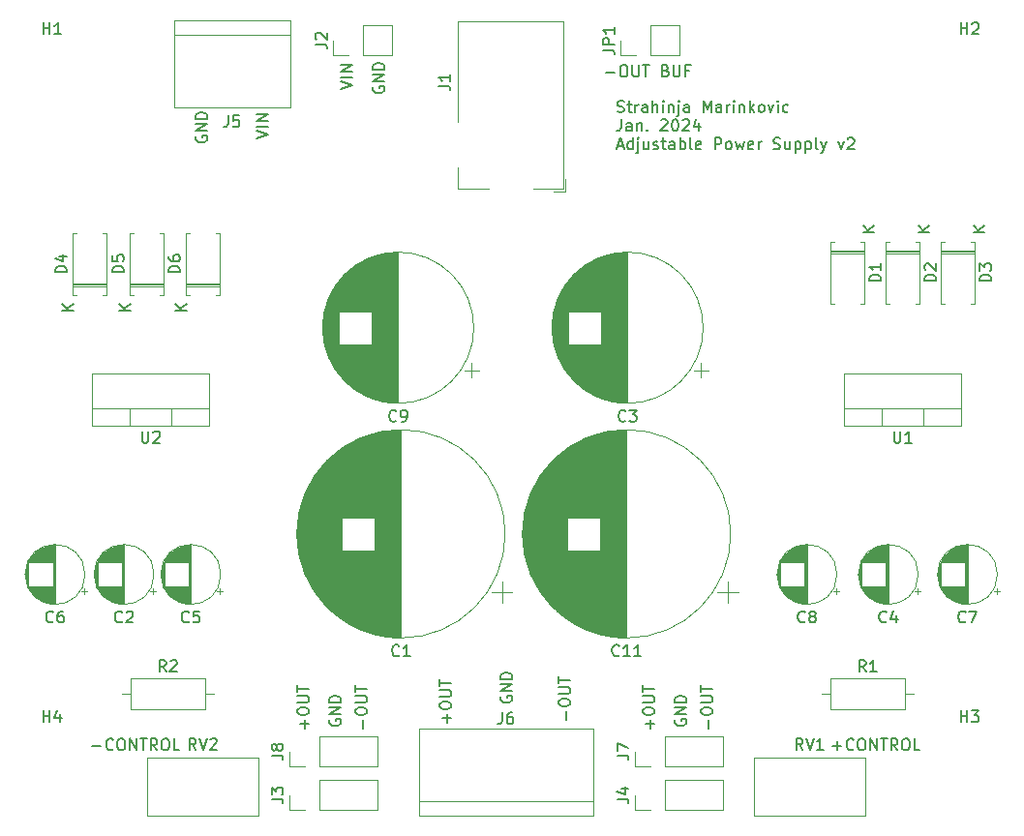
<source format=gbr>
%TF.GenerationSoftware,KiCad,Pcbnew,7.0.2*%
%TF.CreationDate,2024-01-07T18:37:44-06:00*%
%TF.ProjectId,power_supply,706f7765-725f-4737-9570-706c792e6b69,rev?*%
%TF.SameCoordinates,Original*%
%TF.FileFunction,Legend,Top*%
%TF.FilePolarity,Positive*%
%FSLAX46Y46*%
G04 Gerber Fmt 4.6, Leading zero omitted, Abs format (unit mm)*
G04 Created by KiCad (PCBNEW 7.0.2) date 2024-01-07 18:37:44*
%MOMM*%
%LPD*%
G01*
G04 APERTURE LIST*
%ADD10C,0.150000*%
%ADD11C,0.120000*%
G04 APERTURE END LIST*
D10*
X145018095Y-68076666D02*
X145780000Y-68076666D01*
X146446666Y-67457619D02*
X146637142Y-67457619D01*
X146637142Y-67457619D02*
X146732380Y-67505238D01*
X146732380Y-67505238D02*
X146827618Y-67600476D01*
X146827618Y-67600476D02*
X146875237Y-67790952D01*
X146875237Y-67790952D02*
X146875237Y-68124285D01*
X146875237Y-68124285D02*
X146827618Y-68314761D01*
X146827618Y-68314761D02*
X146732380Y-68410000D01*
X146732380Y-68410000D02*
X146637142Y-68457619D01*
X146637142Y-68457619D02*
X146446666Y-68457619D01*
X146446666Y-68457619D02*
X146351428Y-68410000D01*
X146351428Y-68410000D02*
X146256190Y-68314761D01*
X146256190Y-68314761D02*
X146208571Y-68124285D01*
X146208571Y-68124285D02*
X146208571Y-67790952D01*
X146208571Y-67790952D02*
X146256190Y-67600476D01*
X146256190Y-67600476D02*
X146351428Y-67505238D01*
X146351428Y-67505238D02*
X146446666Y-67457619D01*
X147303809Y-67457619D02*
X147303809Y-68267142D01*
X147303809Y-68267142D02*
X147351428Y-68362380D01*
X147351428Y-68362380D02*
X147399047Y-68410000D01*
X147399047Y-68410000D02*
X147494285Y-68457619D01*
X147494285Y-68457619D02*
X147684761Y-68457619D01*
X147684761Y-68457619D02*
X147779999Y-68410000D01*
X147779999Y-68410000D02*
X147827618Y-68362380D01*
X147827618Y-68362380D02*
X147875237Y-68267142D01*
X147875237Y-68267142D02*
X147875237Y-67457619D01*
X148208571Y-67457619D02*
X148779999Y-67457619D01*
X148494285Y-68457619D02*
X148494285Y-67457619D01*
X150208571Y-67933809D02*
X150351428Y-67981428D01*
X150351428Y-67981428D02*
X150399047Y-68029047D01*
X150399047Y-68029047D02*
X150446666Y-68124285D01*
X150446666Y-68124285D02*
X150446666Y-68267142D01*
X150446666Y-68267142D02*
X150399047Y-68362380D01*
X150399047Y-68362380D02*
X150351428Y-68410000D01*
X150351428Y-68410000D02*
X150256190Y-68457619D01*
X150256190Y-68457619D02*
X149875238Y-68457619D01*
X149875238Y-68457619D02*
X149875238Y-67457619D01*
X149875238Y-67457619D02*
X150208571Y-67457619D01*
X150208571Y-67457619D02*
X150303809Y-67505238D01*
X150303809Y-67505238D02*
X150351428Y-67552857D01*
X150351428Y-67552857D02*
X150399047Y-67648095D01*
X150399047Y-67648095D02*
X150399047Y-67743333D01*
X150399047Y-67743333D02*
X150351428Y-67838571D01*
X150351428Y-67838571D02*
X150303809Y-67886190D01*
X150303809Y-67886190D02*
X150208571Y-67933809D01*
X150208571Y-67933809D02*
X149875238Y-67933809D01*
X150875238Y-67457619D02*
X150875238Y-68267142D01*
X150875238Y-68267142D02*
X150922857Y-68362380D01*
X150922857Y-68362380D02*
X150970476Y-68410000D01*
X150970476Y-68410000D02*
X151065714Y-68457619D01*
X151065714Y-68457619D02*
X151256190Y-68457619D01*
X151256190Y-68457619D02*
X151351428Y-68410000D01*
X151351428Y-68410000D02*
X151399047Y-68362380D01*
X151399047Y-68362380D02*
X151446666Y-68267142D01*
X151446666Y-68267142D02*
X151446666Y-67457619D01*
X152256190Y-67933809D02*
X151922857Y-67933809D01*
X151922857Y-68457619D02*
X151922857Y-67457619D01*
X151922857Y-67457619D02*
X152399047Y-67457619D01*
X121813619Y-69500761D02*
X122813619Y-69167428D01*
X122813619Y-69167428D02*
X121813619Y-68834095D01*
X122813619Y-68500761D02*
X121813619Y-68500761D01*
X122813619Y-68024571D02*
X121813619Y-68024571D01*
X121813619Y-68024571D02*
X122813619Y-67453143D01*
X122813619Y-67453143D02*
X121813619Y-67453143D01*
X124655238Y-69342095D02*
X124607619Y-69437333D01*
X124607619Y-69437333D02*
X124607619Y-69580190D01*
X124607619Y-69580190D02*
X124655238Y-69723047D01*
X124655238Y-69723047D02*
X124750476Y-69818285D01*
X124750476Y-69818285D02*
X124845714Y-69865904D01*
X124845714Y-69865904D02*
X125036190Y-69913523D01*
X125036190Y-69913523D02*
X125179047Y-69913523D01*
X125179047Y-69913523D02*
X125369523Y-69865904D01*
X125369523Y-69865904D02*
X125464761Y-69818285D01*
X125464761Y-69818285D02*
X125560000Y-69723047D01*
X125560000Y-69723047D02*
X125607619Y-69580190D01*
X125607619Y-69580190D02*
X125607619Y-69484952D01*
X125607619Y-69484952D02*
X125560000Y-69342095D01*
X125560000Y-69342095D02*
X125512380Y-69294476D01*
X125512380Y-69294476D02*
X125179047Y-69294476D01*
X125179047Y-69294476D02*
X125179047Y-69484952D01*
X125607619Y-68865904D02*
X124607619Y-68865904D01*
X124607619Y-68865904D02*
X125607619Y-68294476D01*
X125607619Y-68294476D02*
X124607619Y-68294476D01*
X125607619Y-67818285D02*
X124607619Y-67818285D01*
X124607619Y-67818285D02*
X124607619Y-67580190D01*
X124607619Y-67580190D02*
X124655238Y-67437333D01*
X124655238Y-67437333D02*
X124750476Y-67342095D01*
X124750476Y-67342095D02*
X124845714Y-67294476D01*
X124845714Y-67294476D02*
X125036190Y-67246857D01*
X125036190Y-67246857D02*
X125179047Y-67246857D01*
X125179047Y-67246857D02*
X125369523Y-67294476D01*
X125369523Y-67294476D02*
X125464761Y-67342095D01*
X125464761Y-67342095D02*
X125560000Y-67437333D01*
X125560000Y-67437333D02*
X125607619Y-67580190D01*
X125607619Y-67580190D02*
X125607619Y-67818285D01*
X100060095Y-127004666D02*
X100822000Y-127004666D01*
X101869618Y-127290380D02*
X101821999Y-127338000D01*
X101821999Y-127338000D02*
X101679142Y-127385619D01*
X101679142Y-127385619D02*
X101583904Y-127385619D01*
X101583904Y-127385619D02*
X101441047Y-127338000D01*
X101441047Y-127338000D02*
X101345809Y-127242761D01*
X101345809Y-127242761D02*
X101298190Y-127147523D01*
X101298190Y-127147523D02*
X101250571Y-126957047D01*
X101250571Y-126957047D02*
X101250571Y-126814190D01*
X101250571Y-126814190D02*
X101298190Y-126623714D01*
X101298190Y-126623714D02*
X101345809Y-126528476D01*
X101345809Y-126528476D02*
X101441047Y-126433238D01*
X101441047Y-126433238D02*
X101583904Y-126385619D01*
X101583904Y-126385619D02*
X101679142Y-126385619D01*
X101679142Y-126385619D02*
X101821999Y-126433238D01*
X101821999Y-126433238D02*
X101869618Y-126480857D01*
X102488666Y-126385619D02*
X102679142Y-126385619D01*
X102679142Y-126385619D02*
X102774380Y-126433238D01*
X102774380Y-126433238D02*
X102869618Y-126528476D01*
X102869618Y-126528476D02*
X102917237Y-126718952D01*
X102917237Y-126718952D02*
X102917237Y-127052285D01*
X102917237Y-127052285D02*
X102869618Y-127242761D01*
X102869618Y-127242761D02*
X102774380Y-127338000D01*
X102774380Y-127338000D02*
X102679142Y-127385619D01*
X102679142Y-127385619D02*
X102488666Y-127385619D01*
X102488666Y-127385619D02*
X102393428Y-127338000D01*
X102393428Y-127338000D02*
X102298190Y-127242761D01*
X102298190Y-127242761D02*
X102250571Y-127052285D01*
X102250571Y-127052285D02*
X102250571Y-126718952D01*
X102250571Y-126718952D02*
X102298190Y-126528476D01*
X102298190Y-126528476D02*
X102393428Y-126433238D01*
X102393428Y-126433238D02*
X102488666Y-126385619D01*
X103345809Y-127385619D02*
X103345809Y-126385619D01*
X103345809Y-126385619D02*
X103917237Y-127385619D01*
X103917237Y-127385619D02*
X103917237Y-126385619D01*
X104250571Y-126385619D02*
X104821999Y-126385619D01*
X104536285Y-127385619D02*
X104536285Y-126385619D01*
X105726761Y-127385619D02*
X105393428Y-126909428D01*
X105155333Y-127385619D02*
X105155333Y-126385619D01*
X105155333Y-126385619D02*
X105536285Y-126385619D01*
X105536285Y-126385619D02*
X105631523Y-126433238D01*
X105631523Y-126433238D02*
X105679142Y-126480857D01*
X105679142Y-126480857D02*
X105726761Y-126576095D01*
X105726761Y-126576095D02*
X105726761Y-126718952D01*
X105726761Y-126718952D02*
X105679142Y-126814190D01*
X105679142Y-126814190D02*
X105631523Y-126861809D01*
X105631523Y-126861809D02*
X105536285Y-126909428D01*
X105536285Y-126909428D02*
X105155333Y-126909428D01*
X106345809Y-126385619D02*
X106536285Y-126385619D01*
X106536285Y-126385619D02*
X106631523Y-126433238D01*
X106631523Y-126433238D02*
X106726761Y-126528476D01*
X106726761Y-126528476D02*
X106774380Y-126718952D01*
X106774380Y-126718952D02*
X106774380Y-127052285D01*
X106774380Y-127052285D02*
X106726761Y-127242761D01*
X106726761Y-127242761D02*
X106631523Y-127338000D01*
X106631523Y-127338000D02*
X106536285Y-127385619D01*
X106536285Y-127385619D02*
X106345809Y-127385619D01*
X106345809Y-127385619D02*
X106250571Y-127338000D01*
X106250571Y-127338000D02*
X106155333Y-127242761D01*
X106155333Y-127242761D02*
X106107714Y-127052285D01*
X106107714Y-127052285D02*
X106107714Y-126718952D01*
X106107714Y-126718952D02*
X106155333Y-126528476D01*
X106155333Y-126528476D02*
X106250571Y-126433238D01*
X106250571Y-126433238D02*
X106345809Y-126385619D01*
X107679142Y-127385619D02*
X107202952Y-127385619D01*
X107202952Y-127385619D02*
X107202952Y-126385619D01*
X164830095Y-127004666D02*
X165592000Y-127004666D01*
X165211047Y-127385619D02*
X165211047Y-126623714D01*
X166639618Y-127290380D02*
X166591999Y-127338000D01*
X166591999Y-127338000D02*
X166449142Y-127385619D01*
X166449142Y-127385619D02*
X166353904Y-127385619D01*
X166353904Y-127385619D02*
X166211047Y-127338000D01*
X166211047Y-127338000D02*
X166115809Y-127242761D01*
X166115809Y-127242761D02*
X166068190Y-127147523D01*
X166068190Y-127147523D02*
X166020571Y-126957047D01*
X166020571Y-126957047D02*
X166020571Y-126814190D01*
X166020571Y-126814190D02*
X166068190Y-126623714D01*
X166068190Y-126623714D02*
X166115809Y-126528476D01*
X166115809Y-126528476D02*
X166211047Y-126433238D01*
X166211047Y-126433238D02*
X166353904Y-126385619D01*
X166353904Y-126385619D02*
X166449142Y-126385619D01*
X166449142Y-126385619D02*
X166591999Y-126433238D01*
X166591999Y-126433238D02*
X166639618Y-126480857D01*
X167258666Y-126385619D02*
X167449142Y-126385619D01*
X167449142Y-126385619D02*
X167544380Y-126433238D01*
X167544380Y-126433238D02*
X167639618Y-126528476D01*
X167639618Y-126528476D02*
X167687237Y-126718952D01*
X167687237Y-126718952D02*
X167687237Y-127052285D01*
X167687237Y-127052285D02*
X167639618Y-127242761D01*
X167639618Y-127242761D02*
X167544380Y-127338000D01*
X167544380Y-127338000D02*
X167449142Y-127385619D01*
X167449142Y-127385619D02*
X167258666Y-127385619D01*
X167258666Y-127385619D02*
X167163428Y-127338000D01*
X167163428Y-127338000D02*
X167068190Y-127242761D01*
X167068190Y-127242761D02*
X167020571Y-127052285D01*
X167020571Y-127052285D02*
X167020571Y-126718952D01*
X167020571Y-126718952D02*
X167068190Y-126528476D01*
X167068190Y-126528476D02*
X167163428Y-126433238D01*
X167163428Y-126433238D02*
X167258666Y-126385619D01*
X168115809Y-127385619D02*
X168115809Y-126385619D01*
X168115809Y-126385619D02*
X168687237Y-127385619D01*
X168687237Y-127385619D02*
X168687237Y-126385619D01*
X169020571Y-126385619D02*
X169591999Y-126385619D01*
X169306285Y-127385619D02*
X169306285Y-126385619D01*
X170496761Y-127385619D02*
X170163428Y-126909428D01*
X169925333Y-127385619D02*
X169925333Y-126385619D01*
X169925333Y-126385619D02*
X170306285Y-126385619D01*
X170306285Y-126385619D02*
X170401523Y-126433238D01*
X170401523Y-126433238D02*
X170449142Y-126480857D01*
X170449142Y-126480857D02*
X170496761Y-126576095D01*
X170496761Y-126576095D02*
X170496761Y-126718952D01*
X170496761Y-126718952D02*
X170449142Y-126814190D01*
X170449142Y-126814190D02*
X170401523Y-126861809D01*
X170401523Y-126861809D02*
X170306285Y-126909428D01*
X170306285Y-126909428D02*
X169925333Y-126909428D01*
X171115809Y-126385619D02*
X171306285Y-126385619D01*
X171306285Y-126385619D02*
X171401523Y-126433238D01*
X171401523Y-126433238D02*
X171496761Y-126528476D01*
X171496761Y-126528476D02*
X171544380Y-126718952D01*
X171544380Y-126718952D02*
X171544380Y-127052285D01*
X171544380Y-127052285D02*
X171496761Y-127242761D01*
X171496761Y-127242761D02*
X171401523Y-127338000D01*
X171401523Y-127338000D02*
X171306285Y-127385619D01*
X171306285Y-127385619D02*
X171115809Y-127385619D01*
X171115809Y-127385619D02*
X171020571Y-127338000D01*
X171020571Y-127338000D02*
X170925333Y-127242761D01*
X170925333Y-127242761D02*
X170877714Y-127052285D01*
X170877714Y-127052285D02*
X170877714Y-126718952D01*
X170877714Y-126718952D02*
X170925333Y-126528476D01*
X170925333Y-126528476D02*
X171020571Y-126433238D01*
X171020571Y-126433238D02*
X171115809Y-126385619D01*
X172449142Y-127385619D02*
X171972952Y-127385619D01*
X171972952Y-127385619D02*
X171972952Y-126385619D01*
X141482666Y-124729904D02*
X141482666Y-123968000D01*
X140863619Y-123301333D02*
X140863619Y-123110857D01*
X140863619Y-123110857D02*
X140911238Y-123015619D01*
X140911238Y-123015619D02*
X141006476Y-122920381D01*
X141006476Y-122920381D02*
X141196952Y-122872762D01*
X141196952Y-122872762D02*
X141530285Y-122872762D01*
X141530285Y-122872762D02*
X141720761Y-122920381D01*
X141720761Y-122920381D02*
X141816000Y-123015619D01*
X141816000Y-123015619D02*
X141863619Y-123110857D01*
X141863619Y-123110857D02*
X141863619Y-123301333D01*
X141863619Y-123301333D02*
X141816000Y-123396571D01*
X141816000Y-123396571D02*
X141720761Y-123491809D01*
X141720761Y-123491809D02*
X141530285Y-123539428D01*
X141530285Y-123539428D02*
X141196952Y-123539428D01*
X141196952Y-123539428D02*
X141006476Y-123491809D01*
X141006476Y-123491809D02*
X140911238Y-123396571D01*
X140911238Y-123396571D02*
X140863619Y-123301333D01*
X140863619Y-122444190D02*
X141673142Y-122444190D01*
X141673142Y-122444190D02*
X141768380Y-122396571D01*
X141768380Y-122396571D02*
X141816000Y-122348952D01*
X141816000Y-122348952D02*
X141863619Y-122253714D01*
X141863619Y-122253714D02*
X141863619Y-122063238D01*
X141863619Y-122063238D02*
X141816000Y-121968000D01*
X141816000Y-121968000D02*
X141768380Y-121920381D01*
X141768380Y-121920381D02*
X141673142Y-121872762D01*
X141673142Y-121872762D02*
X140863619Y-121872762D01*
X140863619Y-121539428D02*
X140863619Y-120968000D01*
X141863619Y-121253714D02*
X140863619Y-121253714D01*
X131068666Y-124983904D02*
X131068666Y-124222000D01*
X131449619Y-124602952D02*
X130687714Y-124602952D01*
X130449619Y-123555333D02*
X130449619Y-123364857D01*
X130449619Y-123364857D02*
X130497238Y-123269619D01*
X130497238Y-123269619D02*
X130592476Y-123174381D01*
X130592476Y-123174381D02*
X130782952Y-123126762D01*
X130782952Y-123126762D02*
X131116285Y-123126762D01*
X131116285Y-123126762D02*
X131306761Y-123174381D01*
X131306761Y-123174381D02*
X131402000Y-123269619D01*
X131402000Y-123269619D02*
X131449619Y-123364857D01*
X131449619Y-123364857D02*
X131449619Y-123555333D01*
X131449619Y-123555333D02*
X131402000Y-123650571D01*
X131402000Y-123650571D02*
X131306761Y-123745809D01*
X131306761Y-123745809D02*
X131116285Y-123793428D01*
X131116285Y-123793428D02*
X130782952Y-123793428D01*
X130782952Y-123793428D02*
X130592476Y-123745809D01*
X130592476Y-123745809D02*
X130497238Y-123650571D01*
X130497238Y-123650571D02*
X130449619Y-123555333D01*
X130449619Y-122698190D02*
X131259142Y-122698190D01*
X131259142Y-122698190D02*
X131354380Y-122650571D01*
X131354380Y-122650571D02*
X131402000Y-122602952D01*
X131402000Y-122602952D02*
X131449619Y-122507714D01*
X131449619Y-122507714D02*
X131449619Y-122317238D01*
X131449619Y-122317238D02*
X131402000Y-122222000D01*
X131402000Y-122222000D02*
X131354380Y-122174381D01*
X131354380Y-122174381D02*
X131259142Y-122126762D01*
X131259142Y-122126762D02*
X130449619Y-122126762D01*
X130449619Y-121793428D02*
X130449619Y-121222000D01*
X131449619Y-121507714D02*
X130449619Y-121507714D01*
X135831238Y-122682095D02*
X135783619Y-122777333D01*
X135783619Y-122777333D02*
X135783619Y-122920190D01*
X135783619Y-122920190D02*
X135831238Y-123063047D01*
X135831238Y-123063047D02*
X135926476Y-123158285D01*
X135926476Y-123158285D02*
X136021714Y-123205904D01*
X136021714Y-123205904D02*
X136212190Y-123253523D01*
X136212190Y-123253523D02*
X136355047Y-123253523D01*
X136355047Y-123253523D02*
X136545523Y-123205904D01*
X136545523Y-123205904D02*
X136640761Y-123158285D01*
X136640761Y-123158285D02*
X136736000Y-123063047D01*
X136736000Y-123063047D02*
X136783619Y-122920190D01*
X136783619Y-122920190D02*
X136783619Y-122824952D01*
X136783619Y-122824952D02*
X136736000Y-122682095D01*
X136736000Y-122682095D02*
X136688380Y-122634476D01*
X136688380Y-122634476D02*
X136355047Y-122634476D01*
X136355047Y-122634476D02*
X136355047Y-122824952D01*
X136783619Y-122205904D02*
X135783619Y-122205904D01*
X135783619Y-122205904D02*
X136783619Y-121634476D01*
X136783619Y-121634476D02*
X135783619Y-121634476D01*
X136783619Y-121158285D02*
X135783619Y-121158285D01*
X135783619Y-121158285D02*
X135783619Y-120920190D01*
X135783619Y-120920190D02*
X135831238Y-120777333D01*
X135831238Y-120777333D02*
X135926476Y-120682095D01*
X135926476Y-120682095D02*
X136021714Y-120634476D01*
X136021714Y-120634476D02*
X136212190Y-120586857D01*
X136212190Y-120586857D02*
X136355047Y-120586857D01*
X136355047Y-120586857D02*
X136545523Y-120634476D01*
X136545523Y-120634476D02*
X136640761Y-120682095D01*
X136640761Y-120682095D02*
X136736000Y-120777333D01*
X136736000Y-120777333D02*
X136783619Y-120920190D01*
X136783619Y-120920190D02*
X136783619Y-121158285D01*
X148848666Y-125491904D02*
X148848666Y-124730000D01*
X149229619Y-125110952D02*
X148467714Y-125110952D01*
X148229619Y-124063333D02*
X148229619Y-123872857D01*
X148229619Y-123872857D02*
X148277238Y-123777619D01*
X148277238Y-123777619D02*
X148372476Y-123682381D01*
X148372476Y-123682381D02*
X148562952Y-123634762D01*
X148562952Y-123634762D02*
X148896285Y-123634762D01*
X148896285Y-123634762D02*
X149086761Y-123682381D01*
X149086761Y-123682381D02*
X149182000Y-123777619D01*
X149182000Y-123777619D02*
X149229619Y-123872857D01*
X149229619Y-123872857D02*
X149229619Y-124063333D01*
X149229619Y-124063333D02*
X149182000Y-124158571D01*
X149182000Y-124158571D02*
X149086761Y-124253809D01*
X149086761Y-124253809D02*
X148896285Y-124301428D01*
X148896285Y-124301428D02*
X148562952Y-124301428D01*
X148562952Y-124301428D02*
X148372476Y-124253809D01*
X148372476Y-124253809D02*
X148277238Y-124158571D01*
X148277238Y-124158571D02*
X148229619Y-124063333D01*
X148229619Y-123206190D02*
X149039142Y-123206190D01*
X149039142Y-123206190D02*
X149134380Y-123158571D01*
X149134380Y-123158571D02*
X149182000Y-123110952D01*
X149182000Y-123110952D02*
X149229619Y-123015714D01*
X149229619Y-123015714D02*
X149229619Y-122825238D01*
X149229619Y-122825238D02*
X149182000Y-122730000D01*
X149182000Y-122730000D02*
X149134380Y-122682381D01*
X149134380Y-122682381D02*
X149039142Y-122634762D01*
X149039142Y-122634762D02*
X148229619Y-122634762D01*
X148229619Y-122301428D02*
X148229619Y-121730000D01*
X149229619Y-122015714D02*
X148229619Y-122015714D01*
X151071238Y-124714095D02*
X151023619Y-124809333D01*
X151023619Y-124809333D02*
X151023619Y-124952190D01*
X151023619Y-124952190D02*
X151071238Y-125095047D01*
X151071238Y-125095047D02*
X151166476Y-125190285D01*
X151166476Y-125190285D02*
X151261714Y-125237904D01*
X151261714Y-125237904D02*
X151452190Y-125285523D01*
X151452190Y-125285523D02*
X151595047Y-125285523D01*
X151595047Y-125285523D02*
X151785523Y-125237904D01*
X151785523Y-125237904D02*
X151880761Y-125190285D01*
X151880761Y-125190285D02*
X151976000Y-125095047D01*
X151976000Y-125095047D02*
X152023619Y-124952190D01*
X152023619Y-124952190D02*
X152023619Y-124856952D01*
X152023619Y-124856952D02*
X151976000Y-124714095D01*
X151976000Y-124714095D02*
X151928380Y-124666476D01*
X151928380Y-124666476D02*
X151595047Y-124666476D01*
X151595047Y-124666476D02*
X151595047Y-124856952D01*
X152023619Y-124237904D02*
X151023619Y-124237904D01*
X151023619Y-124237904D02*
X152023619Y-123666476D01*
X152023619Y-123666476D02*
X151023619Y-123666476D01*
X152023619Y-123190285D02*
X151023619Y-123190285D01*
X151023619Y-123190285D02*
X151023619Y-122952190D01*
X151023619Y-122952190D02*
X151071238Y-122809333D01*
X151071238Y-122809333D02*
X151166476Y-122714095D01*
X151166476Y-122714095D02*
X151261714Y-122666476D01*
X151261714Y-122666476D02*
X151452190Y-122618857D01*
X151452190Y-122618857D02*
X151595047Y-122618857D01*
X151595047Y-122618857D02*
X151785523Y-122666476D01*
X151785523Y-122666476D02*
X151880761Y-122714095D01*
X151880761Y-122714095D02*
X151976000Y-122809333D01*
X151976000Y-122809333D02*
X152023619Y-122952190D01*
X152023619Y-122952190D02*
X152023619Y-123190285D01*
X153928666Y-125491904D02*
X153928666Y-124730000D01*
X153309619Y-124063333D02*
X153309619Y-123872857D01*
X153309619Y-123872857D02*
X153357238Y-123777619D01*
X153357238Y-123777619D02*
X153452476Y-123682381D01*
X153452476Y-123682381D02*
X153642952Y-123634762D01*
X153642952Y-123634762D02*
X153976285Y-123634762D01*
X153976285Y-123634762D02*
X154166761Y-123682381D01*
X154166761Y-123682381D02*
X154262000Y-123777619D01*
X154262000Y-123777619D02*
X154309619Y-123872857D01*
X154309619Y-123872857D02*
X154309619Y-124063333D01*
X154309619Y-124063333D02*
X154262000Y-124158571D01*
X154262000Y-124158571D02*
X154166761Y-124253809D01*
X154166761Y-124253809D02*
X153976285Y-124301428D01*
X153976285Y-124301428D02*
X153642952Y-124301428D01*
X153642952Y-124301428D02*
X153452476Y-124253809D01*
X153452476Y-124253809D02*
X153357238Y-124158571D01*
X153357238Y-124158571D02*
X153309619Y-124063333D01*
X153309619Y-123206190D02*
X154119142Y-123206190D01*
X154119142Y-123206190D02*
X154214380Y-123158571D01*
X154214380Y-123158571D02*
X154262000Y-123110952D01*
X154262000Y-123110952D02*
X154309619Y-123015714D01*
X154309619Y-123015714D02*
X154309619Y-122825238D01*
X154309619Y-122825238D02*
X154262000Y-122730000D01*
X154262000Y-122730000D02*
X154214380Y-122682381D01*
X154214380Y-122682381D02*
X154119142Y-122634762D01*
X154119142Y-122634762D02*
X153309619Y-122634762D01*
X153309619Y-122301428D02*
X153309619Y-121730000D01*
X154309619Y-122015714D02*
X153309619Y-122015714D01*
X123702666Y-125491904D02*
X123702666Y-124730000D01*
X123083619Y-124063333D02*
X123083619Y-123872857D01*
X123083619Y-123872857D02*
X123131238Y-123777619D01*
X123131238Y-123777619D02*
X123226476Y-123682381D01*
X123226476Y-123682381D02*
X123416952Y-123634762D01*
X123416952Y-123634762D02*
X123750285Y-123634762D01*
X123750285Y-123634762D02*
X123940761Y-123682381D01*
X123940761Y-123682381D02*
X124036000Y-123777619D01*
X124036000Y-123777619D02*
X124083619Y-123872857D01*
X124083619Y-123872857D02*
X124083619Y-124063333D01*
X124083619Y-124063333D02*
X124036000Y-124158571D01*
X124036000Y-124158571D02*
X123940761Y-124253809D01*
X123940761Y-124253809D02*
X123750285Y-124301428D01*
X123750285Y-124301428D02*
X123416952Y-124301428D01*
X123416952Y-124301428D02*
X123226476Y-124253809D01*
X123226476Y-124253809D02*
X123131238Y-124158571D01*
X123131238Y-124158571D02*
X123083619Y-124063333D01*
X123083619Y-123206190D02*
X123893142Y-123206190D01*
X123893142Y-123206190D02*
X123988380Y-123158571D01*
X123988380Y-123158571D02*
X124036000Y-123110952D01*
X124036000Y-123110952D02*
X124083619Y-123015714D01*
X124083619Y-123015714D02*
X124083619Y-122825238D01*
X124083619Y-122825238D02*
X124036000Y-122730000D01*
X124036000Y-122730000D02*
X123988380Y-122682381D01*
X123988380Y-122682381D02*
X123893142Y-122634762D01*
X123893142Y-122634762D02*
X123083619Y-122634762D01*
X123083619Y-122301428D02*
X123083619Y-121730000D01*
X124083619Y-122015714D02*
X123083619Y-122015714D01*
X118622666Y-125491904D02*
X118622666Y-124730000D01*
X119003619Y-125110952D02*
X118241714Y-125110952D01*
X118003619Y-124063333D02*
X118003619Y-123872857D01*
X118003619Y-123872857D02*
X118051238Y-123777619D01*
X118051238Y-123777619D02*
X118146476Y-123682381D01*
X118146476Y-123682381D02*
X118336952Y-123634762D01*
X118336952Y-123634762D02*
X118670285Y-123634762D01*
X118670285Y-123634762D02*
X118860761Y-123682381D01*
X118860761Y-123682381D02*
X118956000Y-123777619D01*
X118956000Y-123777619D02*
X119003619Y-123872857D01*
X119003619Y-123872857D02*
X119003619Y-124063333D01*
X119003619Y-124063333D02*
X118956000Y-124158571D01*
X118956000Y-124158571D02*
X118860761Y-124253809D01*
X118860761Y-124253809D02*
X118670285Y-124301428D01*
X118670285Y-124301428D02*
X118336952Y-124301428D01*
X118336952Y-124301428D02*
X118146476Y-124253809D01*
X118146476Y-124253809D02*
X118051238Y-124158571D01*
X118051238Y-124158571D02*
X118003619Y-124063333D01*
X118003619Y-123206190D02*
X118813142Y-123206190D01*
X118813142Y-123206190D02*
X118908380Y-123158571D01*
X118908380Y-123158571D02*
X118956000Y-123110952D01*
X118956000Y-123110952D02*
X119003619Y-123015714D01*
X119003619Y-123015714D02*
X119003619Y-122825238D01*
X119003619Y-122825238D02*
X118956000Y-122730000D01*
X118956000Y-122730000D02*
X118908380Y-122682381D01*
X118908380Y-122682381D02*
X118813142Y-122634762D01*
X118813142Y-122634762D02*
X118003619Y-122634762D01*
X118003619Y-122301428D02*
X118003619Y-121730000D01*
X119003619Y-122015714D02*
X118003619Y-122015714D01*
X120845238Y-124714095D02*
X120797619Y-124809333D01*
X120797619Y-124809333D02*
X120797619Y-124952190D01*
X120797619Y-124952190D02*
X120845238Y-125095047D01*
X120845238Y-125095047D02*
X120940476Y-125190285D01*
X120940476Y-125190285D02*
X121035714Y-125237904D01*
X121035714Y-125237904D02*
X121226190Y-125285523D01*
X121226190Y-125285523D02*
X121369047Y-125285523D01*
X121369047Y-125285523D02*
X121559523Y-125237904D01*
X121559523Y-125237904D02*
X121654761Y-125190285D01*
X121654761Y-125190285D02*
X121750000Y-125095047D01*
X121750000Y-125095047D02*
X121797619Y-124952190D01*
X121797619Y-124952190D02*
X121797619Y-124856952D01*
X121797619Y-124856952D02*
X121750000Y-124714095D01*
X121750000Y-124714095D02*
X121702380Y-124666476D01*
X121702380Y-124666476D02*
X121369047Y-124666476D01*
X121369047Y-124666476D02*
X121369047Y-124856952D01*
X121797619Y-124237904D02*
X120797619Y-124237904D01*
X120797619Y-124237904D02*
X121797619Y-123666476D01*
X121797619Y-123666476D02*
X120797619Y-123666476D01*
X121797619Y-123190285D02*
X120797619Y-123190285D01*
X120797619Y-123190285D02*
X120797619Y-122952190D01*
X120797619Y-122952190D02*
X120845238Y-122809333D01*
X120845238Y-122809333D02*
X120940476Y-122714095D01*
X120940476Y-122714095D02*
X121035714Y-122666476D01*
X121035714Y-122666476D02*
X121226190Y-122618857D01*
X121226190Y-122618857D02*
X121369047Y-122618857D01*
X121369047Y-122618857D02*
X121559523Y-122666476D01*
X121559523Y-122666476D02*
X121654761Y-122714095D01*
X121654761Y-122714095D02*
X121750000Y-122809333D01*
X121750000Y-122809333D02*
X121797619Y-122952190D01*
X121797619Y-122952190D02*
X121797619Y-123190285D01*
X114447619Y-73818761D02*
X115447619Y-73485428D01*
X115447619Y-73485428D02*
X114447619Y-73152095D01*
X115447619Y-72818761D02*
X114447619Y-72818761D01*
X115447619Y-72342571D02*
X114447619Y-72342571D01*
X114447619Y-72342571D02*
X115447619Y-71771143D01*
X115447619Y-71771143D02*
X114447619Y-71771143D01*
X109161238Y-73660095D02*
X109113619Y-73755333D01*
X109113619Y-73755333D02*
X109113619Y-73898190D01*
X109113619Y-73898190D02*
X109161238Y-74041047D01*
X109161238Y-74041047D02*
X109256476Y-74136285D01*
X109256476Y-74136285D02*
X109351714Y-74183904D01*
X109351714Y-74183904D02*
X109542190Y-74231523D01*
X109542190Y-74231523D02*
X109685047Y-74231523D01*
X109685047Y-74231523D02*
X109875523Y-74183904D01*
X109875523Y-74183904D02*
X109970761Y-74136285D01*
X109970761Y-74136285D02*
X110066000Y-74041047D01*
X110066000Y-74041047D02*
X110113619Y-73898190D01*
X110113619Y-73898190D02*
X110113619Y-73802952D01*
X110113619Y-73802952D02*
X110066000Y-73660095D01*
X110066000Y-73660095D02*
X110018380Y-73612476D01*
X110018380Y-73612476D02*
X109685047Y-73612476D01*
X109685047Y-73612476D02*
X109685047Y-73802952D01*
X110113619Y-73183904D02*
X109113619Y-73183904D01*
X109113619Y-73183904D02*
X110113619Y-72612476D01*
X110113619Y-72612476D02*
X109113619Y-72612476D01*
X110113619Y-72136285D02*
X109113619Y-72136285D01*
X109113619Y-72136285D02*
X109113619Y-71898190D01*
X109113619Y-71898190D02*
X109161238Y-71755333D01*
X109161238Y-71755333D02*
X109256476Y-71660095D01*
X109256476Y-71660095D02*
X109351714Y-71612476D01*
X109351714Y-71612476D02*
X109542190Y-71564857D01*
X109542190Y-71564857D02*
X109685047Y-71564857D01*
X109685047Y-71564857D02*
X109875523Y-71612476D01*
X109875523Y-71612476D02*
X109970761Y-71660095D01*
X109970761Y-71660095D02*
X110066000Y-71755333D01*
X110066000Y-71755333D02*
X110113619Y-71898190D01*
X110113619Y-71898190D02*
X110113619Y-72136285D01*
X145986476Y-71520000D02*
X146129333Y-71567619D01*
X146129333Y-71567619D02*
X146367428Y-71567619D01*
X146367428Y-71567619D02*
X146462666Y-71520000D01*
X146462666Y-71520000D02*
X146510285Y-71472380D01*
X146510285Y-71472380D02*
X146557904Y-71377142D01*
X146557904Y-71377142D02*
X146557904Y-71281904D01*
X146557904Y-71281904D02*
X146510285Y-71186666D01*
X146510285Y-71186666D02*
X146462666Y-71139047D01*
X146462666Y-71139047D02*
X146367428Y-71091428D01*
X146367428Y-71091428D02*
X146176952Y-71043809D01*
X146176952Y-71043809D02*
X146081714Y-70996190D01*
X146081714Y-70996190D02*
X146034095Y-70948571D01*
X146034095Y-70948571D02*
X145986476Y-70853333D01*
X145986476Y-70853333D02*
X145986476Y-70758095D01*
X145986476Y-70758095D02*
X146034095Y-70662857D01*
X146034095Y-70662857D02*
X146081714Y-70615238D01*
X146081714Y-70615238D02*
X146176952Y-70567619D01*
X146176952Y-70567619D02*
X146415047Y-70567619D01*
X146415047Y-70567619D02*
X146557904Y-70615238D01*
X146843619Y-70900952D02*
X147224571Y-70900952D01*
X146986476Y-70567619D02*
X146986476Y-71424761D01*
X146986476Y-71424761D02*
X147034095Y-71520000D01*
X147034095Y-71520000D02*
X147129333Y-71567619D01*
X147129333Y-71567619D02*
X147224571Y-71567619D01*
X147557905Y-71567619D02*
X147557905Y-70900952D01*
X147557905Y-71091428D02*
X147605524Y-70996190D01*
X147605524Y-70996190D02*
X147653143Y-70948571D01*
X147653143Y-70948571D02*
X147748381Y-70900952D01*
X147748381Y-70900952D02*
X147843619Y-70900952D01*
X148605524Y-71567619D02*
X148605524Y-71043809D01*
X148605524Y-71043809D02*
X148557905Y-70948571D01*
X148557905Y-70948571D02*
X148462667Y-70900952D01*
X148462667Y-70900952D02*
X148272191Y-70900952D01*
X148272191Y-70900952D02*
X148176953Y-70948571D01*
X148605524Y-71520000D02*
X148510286Y-71567619D01*
X148510286Y-71567619D02*
X148272191Y-71567619D01*
X148272191Y-71567619D02*
X148176953Y-71520000D01*
X148176953Y-71520000D02*
X148129334Y-71424761D01*
X148129334Y-71424761D02*
X148129334Y-71329523D01*
X148129334Y-71329523D02*
X148176953Y-71234285D01*
X148176953Y-71234285D02*
X148272191Y-71186666D01*
X148272191Y-71186666D02*
X148510286Y-71186666D01*
X148510286Y-71186666D02*
X148605524Y-71139047D01*
X149081715Y-71567619D02*
X149081715Y-70567619D01*
X149510286Y-71567619D02*
X149510286Y-71043809D01*
X149510286Y-71043809D02*
X149462667Y-70948571D01*
X149462667Y-70948571D02*
X149367429Y-70900952D01*
X149367429Y-70900952D02*
X149224572Y-70900952D01*
X149224572Y-70900952D02*
X149129334Y-70948571D01*
X149129334Y-70948571D02*
X149081715Y-70996190D01*
X149986477Y-71567619D02*
X149986477Y-70900952D01*
X149986477Y-70567619D02*
X149938858Y-70615238D01*
X149938858Y-70615238D02*
X149986477Y-70662857D01*
X149986477Y-70662857D02*
X150034096Y-70615238D01*
X150034096Y-70615238D02*
X149986477Y-70567619D01*
X149986477Y-70567619D02*
X149986477Y-70662857D01*
X150462667Y-70900952D02*
X150462667Y-71567619D01*
X150462667Y-70996190D02*
X150510286Y-70948571D01*
X150510286Y-70948571D02*
X150605524Y-70900952D01*
X150605524Y-70900952D02*
X150748381Y-70900952D01*
X150748381Y-70900952D02*
X150843619Y-70948571D01*
X150843619Y-70948571D02*
X150891238Y-71043809D01*
X150891238Y-71043809D02*
X150891238Y-71567619D01*
X151367429Y-70900952D02*
X151367429Y-71758095D01*
X151367429Y-71758095D02*
X151319810Y-71853333D01*
X151319810Y-71853333D02*
X151224572Y-71900952D01*
X151224572Y-71900952D02*
X151176953Y-71900952D01*
X151367429Y-70567619D02*
X151319810Y-70615238D01*
X151319810Y-70615238D02*
X151367429Y-70662857D01*
X151367429Y-70662857D02*
X151415048Y-70615238D01*
X151415048Y-70615238D02*
X151367429Y-70567619D01*
X151367429Y-70567619D02*
X151367429Y-70662857D01*
X152272190Y-71567619D02*
X152272190Y-71043809D01*
X152272190Y-71043809D02*
X152224571Y-70948571D01*
X152224571Y-70948571D02*
X152129333Y-70900952D01*
X152129333Y-70900952D02*
X151938857Y-70900952D01*
X151938857Y-70900952D02*
X151843619Y-70948571D01*
X152272190Y-71520000D02*
X152176952Y-71567619D01*
X152176952Y-71567619D02*
X151938857Y-71567619D01*
X151938857Y-71567619D02*
X151843619Y-71520000D01*
X151843619Y-71520000D02*
X151796000Y-71424761D01*
X151796000Y-71424761D02*
X151796000Y-71329523D01*
X151796000Y-71329523D02*
X151843619Y-71234285D01*
X151843619Y-71234285D02*
X151938857Y-71186666D01*
X151938857Y-71186666D02*
X152176952Y-71186666D01*
X152176952Y-71186666D02*
X152272190Y-71139047D01*
X153510286Y-71567619D02*
X153510286Y-70567619D01*
X153510286Y-70567619D02*
X153843619Y-71281904D01*
X153843619Y-71281904D02*
X154176952Y-70567619D01*
X154176952Y-70567619D02*
X154176952Y-71567619D01*
X155081714Y-71567619D02*
X155081714Y-71043809D01*
X155081714Y-71043809D02*
X155034095Y-70948571D01*
X155034095Y-70948571D02*
X154938857Y-70900952D01*
X154938857Y-70900952D02*
X154748381Y-70900952D01*
X154748381Y-70900952D02*
X154653143Y-70948571D01*
X155081714Y-71520000D02*
X154986476Y-71567619D01*
X154986476Y-71567619D02*
X154748381Y-71567619D01*
X154748381Y-71567619D02*
X154653143Y-71520000D01*
X154653143Y-71520000D02*
X154605524Y-71424761D01*
X154605524Y-71424761D02*
X154605524Y-71329523D01*
X154605524Y-71329523D02*
X154653143Y-71234285D01*
X154653143Y-71234285D02*
X154748381Y-71186666D01*
X154748381Y-71186666D02*
X154986476Y-71186666D01*
X154986476Y-71186666D02*
X155081714Y-71139047D01*
X155557905Y-71567619D02*
X155557905Y-70900952D01*
X155557905Y-71091428D02*
X155605524Y-70996190D01*
X155605524Y-70996190D02*
X155653143Y-70948571D01*
X155653143Y-70948571D02*
X155748381Y-70900952D01*
X155748381Y-70900952D02*
X155843619Y-70900952D01*
X156176953Y-71567619D02*
X156176953Y-70900952D01*
X156176953Y-70567619D02*
X156129334Y-70615238D01*
X156129334Y-70615238D02*
X156176953Y-70662857D01*
X156176953Y-70662857D02*
X156224572Y-70615238D01*
X156224572Y-70615238D02*
X156176953Y-70567619D01*
X156176953Y-70567619D02*
X156176953Y-70662857D01*
X156653143Y-70900952D02*
X156653143Y-71567619D01*
X156653143Y-70996190D02*
X156700762Y-70948571D01*
X156700762Y-70948571D02*
X156796000Y-70900952D01*
X156796000Y-70900952D02*
X156938857Y-70900952D01*
X156938857Y-70900952D02*
X157034095Y-70948571D01*
X157034095Y-70948571D02*
X157081714Y-71043809D01*
X157081714Y-71043809D02*
X157081714Y-71567619D01*
X157557905Y-71567619D02*
X157557905Y-70567619D01*
X157653143Y-71186666D02*
X157938857Y-71567619D01*
X157938857Y-70900952D02*
X157557905Y-71281904D01*
X158510286Y-71567619D02*
X158415048Y-71520000D01*
X158415048Y-71520000D02*
X158367429Y-71472380D01*
X158367429Y-71472380D02*
X158319810Y-71377142D01*
X158319810Y-71377142D02*
X158319810Y-71091428D01*
X158319810Y-71091428D02*
X158367429Y-70996190D01*
X158367429Y-70996190D02*
X158415048Y-70948571D01*
X158415048Y-70948571D02*
X158510286Y-70900952D01*
X158510286Y-70900952D02*
X158653143Y-70900952D01*
X158653143Y-70900952D02*
X158748381Y-70948571D01*
X158748381Y-70948571D02*
X158796000Y-70996190D01*
X158796000Y-70996190D02*
X158843619Y-71091428D01*
X158843619Y-71091428D02*
X158843619Y-71377142D01*
X158843619Y-71377142D02*
X158796000Y-71472380D01*
X158796000Y-71472380D02*
X158748381Y-71520000D01*
X158748381Y-71520000D02*
X158653143Y-71567619D01*
X158653143Y-71567619D02*
X158510286Y-71567619D01*
X159176953Y-70900952D02*
X159415048Y-71567619D01*
X159415048Y-71567619D02*
X159653143Y-70900952D01*
X160034096Y-71567619D02*
X160034096Y-70900952D01*
X160034096Y-70567619D02*
X159986477Y-70615238D01*
X159986477Y-70615238D02*
X160034096Y-70662857D01*
X160034096Y-70662857D02*
X160081715Y-70615238D01*
X160081715Y-70615238D02*
X160034096Y-70567619D01*
X160034096Y-70567619D02*
X160034096Y-70662857D01*
X160938857Y-71520000D02*
X160843619Y-71567619D01*
X160843619Y-71567619D02*
X160653143Y-71567619D01*
X160653143Y-71567619D02*
X160557905Y-71520000D01*
X160557905Y-71520000D02*
X160510286Y-71472380D01*
X160510286Y-71472380D02*
X160462667Y-71377142D01*
X160462667Y-71377142D02*
X160462667Y-71091428D01*
X160462667Y-71091428D02*
X160510286Y-70996190D01*
X160510286Y-70996190D02*
X160557905Y-70948571D01*
X160557905Y-70948571D02*
X160653143Y-70900952D01*
X160653143Y-70900952D02*
X160843619Y-70900952D01*
X160843619Y-70900952D02*
X160938857Y-70948571D01*
X146319809Y-72187619D02*
X146319809Y-72901904D01*
X146319809Y-72901904D02*
X146272190Y-73044761D01*
X146272190Y-73044761D02*
X146176952Y-73140000D01*
X146176952Y-73140000D02*
X146034095Y-73187619D01*
X146034095Y-73187619D02*
X145938857Y-73187619D01*
X147224571Y-73187619D02*
X147224571Y-72663809D01*
X147224571Y-72663809D02*
X147176952Y-72568571D01*
X147176952Y-72568571D02*
X147081714Y-72520952D01*
X147081714Y-72520952D02*
X146891238Y-72520952D01*
X146891238Y-72520952D02*
X146796000Y-72568571D01*
X147224571Y-73140000D02*
X147129333Y-73187619D01*
X147129333Y-73187619D02*
X146891238Y-73187619D01*
X146891238Y-73187619D02*
X146796000Y-73140000D01*
X146796000Y-73140000D02*
X146748381Y-73044761D01*
X146748381Y-73044761D02*
X146748381Y-72949523D01*
X146748381Y-72949523D02*
X146796000Y-72854285D01*
X146796000Y-72854285D02*
X146891238Y-72806666D01*
X146891238Y-72806666D02*
X147129333Y-72806666D01*
X147129333Y-72806666D02*
X147224571Y-72759047D01*
X147700762Y-72520952D02*
X147700762Y-73187619D01*
X147700762Y-72616190D02*
X147748381Y-72568571D01*
X147748381Y-72568571D02*
X147843619Y-72520952D01*
X147843619Y-72520952D02*
X147986476Y-72520952D01*
X147986476Y-72520952D02*
X148081714Y-72568571D01*
X148081714Y-72568571D02*
X148129333Y-72663809D01*
X148129333Y-72663809D02*
X148129333Y-73187619D01*
X148605524Y-73092380D02*
X148653143Y-73140000D01*
X148653143Y-73140000D02*
X148605524Y-73187619D01*
X148605524Y-73187619D02*
X148557905Y-73140000D01*
X148557905Y-73140000D02*
X148605524Y-73092380D01*
X148605524Y-73092380D02*
X148605524Y-73187619D01*
X149796000Y-72282857D02*
X149843619Y-72235238D01*
X149843619Y-72235238D02*
X149938857Y-72187619D01*
X149938857Y-72187619D02*
X150176952Y-72187619D01*
X150176952Y-72187619D02*
X150272190Y-72235238D01*
X150272190Y-72235238D02*
X150319809Y-72282857D01*
X150319809Y-72282857D02*
X150367428Y-72378095D01*
X150367428Y-72378095D02*
X150367428Y-72473333D01*
X150367428Y-72473333D02*
X150319809Y-72616190D01*
X150319809Y-72616190D02*
X149748381Y-73187619D01*
X149748381Y-73187619D02*
X150367428Y-73187619D01*
X150986476Y-72187619D02*
X151081714Y-72187619D01*
X151081714Y-72187619D02*
X151176952Y-72235238D01*
X151176952Y-72235238D02*
X151224571Y-72282857D01*
X151224571Y-72282857D02*
X151272190Y-72378095D01*
X151272190Y-72378095D02*
X151319809Y-72568571D01*
X151319809Y-72568571D02*
X151319809Y-72806666D01*
X151319809Y-72806666D02*
X151272190Y-72997142D01*
X151272190Y-72997142D02*
X151224571Y-73092380D01*
X151224571Y-73092380D02*
X151176952Y-73140000D01*
X151176952Y-73140000D02*
X151081714Y-73187619D01*
X151081714Y-73187619D02*
X150986476Y-73187619D01*
X150986476Y-73187619D02*
X150891238Y-73140000D01*
X150891238Y-73140000D02*
X150843619Y-73092380D01*
X150843619Y-73092380D02*
X150796000Y-72997142D01*
X150796000Y-72997142D02*
X150748381Y-72806666D01*
X150748381Y-72806666D02*
X150748381Y-72568571D01*
X150748381Y-72568571D02*
X150796000Y-72378095D01*
X150796000Y-72378095D02*
X150843619Y-72282857D01*
X150843619Y-72282857D02*
X150891238Y-72235238D01*
X150891238Y-72235238D02*
X150986476Y-72187619D01*
X151700762Y-72282857D02*
X151748381Y-72235238D01*
X151748381Y-72235238D02*
X151843619Y-72187619D01*
X151843619Y-72187619D02*
X152081714Y-72187619D01*
X152081714Y-72187619D02*
X152176952Y-72235238D01*
X152176952Y-72235238D02*
X152224571Y-72282857D01*
X152224571Y-72282857D02*
X152272190Y-72378095D01*
X152272190Y-72378095D02*
X152272190Y-72473333D01*
X152272190Y-72473333D02*
X152224571Y-72616190D01*
X152224571Y-72616190D02*
X151653143Y-73187619D01*
X151653143Y-73187619D02*
X152272190Y-73187619D01*
X153129333Y-72520952D02*
X153129333Y-73187619D01*
X152891238Y-72140000D02*
X152653143Y-72854285D01*
X152653143Y-72854285D02*
X153272190Y-72854285D01*
X145986476Y-74521904D02*
X146462666Y-74521904D01*
X145891238Y-74807619D02*
X146224571Y-73807619D01*
X146224571Y-73807619D02*
X146557904Y-74807619D01*
X147319809Y-74807619D02*
X147319809Y-73807619D01*
X147319809Y-74760000D02*
X147224571Y-74807619D01*
X147224571Y-74807619D02*
X147034095Y-74807619D01*
X147034095Y-74807619D02*
X146938857Y-74760000D01*
X146938857Y-74760000D02*
X146891238Y-74712380D01*
X146891238Y-74712380D02*
X146843619Y-74617142D01*
X146843619Y-74617142D02*
X146843619Y-74331428D01*
X146843619Y-74331428D02*
X146891238Y-74236190D01*
X146891238Y-74236190D02*
X146938857Y-74188571D01*
X146938857Y-74188571D02*
X147034095Y-74140952D01*
X147034095Y-74140952D02*
X147224571Y-74140952D01*
X147224571Y-74140952D02*
X147319809Y-74188571D01*
X147796000Y-74140952D02*
X147796000Y-74998095D01*
X147796000Y-74998095D02*
X147748381Y-75093333D01*
X147748381Y-75093333D02*
X147653143Y-75140952D01*
X147653143Y-75140952D02*
X147605524Y-75140952D01*
X147796000Y-73807619D02*
X147748381Y-73855238D01*
X147748381Y-73855238D02*
X147796000Y-73902857D01*
X147796000Y-73902857D02*
X147843619Y-73855238D01*
X147843619Y-73855238D02*
X147796000Y-73807619D01*
X147796000Y-73807619D02*
X147796000Y-73902857D01*
X148700761Y-74140952D02*
X148700761Y-74807619D01*
X148272190Y-74140952D02*
X148272190Y-74664761D01*
X148272190Y-74664761D02*
X148319809Y-74760000D01*
X148319809Y-74760000D02*
X148415047Y-74807619D01*
X148415047Y-74807619D02*
X148557904Y-74807619D01*
X148557904Y-74807619D02*
X148653142Y-74760000D01*
X148653142Y-74760000D02*
X148700761Y-74712380D01*
X149129333Y-74760000D02*
X149224571Y-74807619D01*
X149224571Y-74807619D02*
X149415047Y-74807619D01*
X149415047Y-74807619D02*
X149510285Y-74760000D01*
X149510285Y-74760000D02*
X149557904Y-74664761D01*
X149557904Y-74664761D02*
X149557904Y-74617142D01*
X149557904Y-74617142D02*
X149510285Y-74521904D01*
X149510285Y-74521904D02*
X149415047Y-74474285D01*
X149415047Y-74474285D02*
X149272190Y-74474285D01*
X149272190Y-74474285D02*
X149176952Y-74426666D01*
X149176952Y-74426666D02*
X149129333Y-74331428D01*
X149129333Y-74331428D02*
X149129333Y-74283809D01*
X149129333Y-74283809D02*
X149176952Y-74188571D01*
X149176952Y-74188571D02*
X149272190Y-74140952D01*
X149272190Y-74140952D02*
X149415047Y-74140952D01*
X149415047Y-74140952D02*
X149510285Y-74188571D01*
X149843619Y-74140952D02*
X150224571Y-74140952D01*
X149986476Y-73807619D02*
X149986476Y-74664761D01*
X149986476Y-74664761D02*
X150034095Y-74760000D01*
X150034095Y-74760000D02*
X150129333Y-74807619D01*
X150129333Y-74807619D02*
X150224571Y-74807619D01*
X150986476Y-74807619D02*
X150986476Y-74283809D01*
X150986476Y-74283809D02*
X150938857Y-74188571D01*
X150938857Y-74188571D02*
X150843619Y-74140952D01*
X150843619Y-74140952D02*
X150653143Y-74140952D01*
X150653143Y-74140952D02*
X150557905Y-74188571D01*
X150986476Y-74760000D02*
X150891238Y-74807619D01*
X150891238Y-74807619D02*
X150653143Y-74807619D01*
X150653143Y-74807619D02*
X150557905Y-74760000D01*
X150557905Y-74760000D02*
X150510286Y-74664761D01*
X150510286Y-74664761D02*
X150510286Y-74569523D01*
X150510286Y-74569523D02*
X150557905Y-74474285D01*
X150557905Y-74474285D02*
X150653143Y-74426666D01*
X150653143Y-74426666D02*
X150891238Y-74426666D01*
X150891238Y-74426666D02*
X150986476Y-74379047D01*
X151462667Y-74807619D02*
X151462667Y-73807619D01*
X151462667Y-74188571D02*
X151557905Y-74140952D01*
X151557905Y-74140952D02*
X151748381Y-74140952D01*
X151748381Y-74140952D02*
X151843619Y-74188571D01*
X151843619Y-74188571D02*
X151891238Y-74236190D01*
X151891238Y-74236190D02*
X151938857Y-74331428D01*
X151938857Y-74331428D02*
X151938857Y-74617142D01*
X151938857Y-74617142D02*
X151891238Y-74712380D01*
X151891238Y-74712380D02*
X151843619Y-74760000D01*
X151843619Y-74760000D02*
X151748381Y-74807619D01*
X151748381Y-74807619D02*
X151557905Y-74807619D01*
X151557905Y-74807619D02*
X151462667Y-74760000D01*
X152510286Y-74807619D02*
X152415048Y-74760000D01*
X152415048Y-74760000D02*
X152367429Y-74664761D01*
X152367429Y-74664761D02*
X152367429Y-73807619D01*
X153272191Y-74760000D02*
X153176953Y-74807619D01*
X153176953Y-74807619D02*
X152986477Y-74807619D01*
X152986477Y-74807619D02*
X152891239Y-74760000D01*
X152891239Y-74760000D02*
X152843620Y-74664761D01*
X152843620Y-74664761D02*
X152843620Y-74283809D01*
X152843620Y-74283809D02*
X152891239Y-74188571D01*
X152891239Y-74188571D02*
X152986477Y-74140952D01*
X152986477Y-74140952D02*
X153176953Y-74140952D01*
X153176953Y-74140952D02*
X153272191Y-74188571D01*
X153272191Y-74188571D02*
X153319810Y-74283809D01*
X153319810Y-74283809D02*
X153319810Y-74379047D01*
X153319810Y-74379047D02*
X152843620Y-74474285D01*
X154510287Y-74807619D02*
X154510287Y-73807619D01*
X154510287Y-73807619D02*
X154891239Y-73807619D01*
X154891239Y-73807619D02*
X154986477Y-73855238D01*
X154986477Y-73855238D02*
X155034096Y-73902857D01*
X155034096Y-73902857D02*
X155081715Y-73998095D01*
X155081715Y-73998095D02*
X155081715Y-74140952D01*
X155081715Y-74140952D02*
X155034096Y-74236190D01*
X155034096Y-74236190D02*
X154986477Y-74283809D01*
X154986477Y-74283809D02*
X154891239Y-74331428D01*
X154891239Y-74331428D02*
X154510287Y-74331428D01*
X155653144Y-74807619D02*
X155557906Y-74760000D01*
X155557906Y-74760000D02*
X155510287Y-74712380D01*
X155510287Y-74712380D02*
X155462668Y-74617142D01*
X155462668Y-74617142D02*
X155462668Y-74331428D01*
X155462668Y-74331428D02*
X155510287Y-74236190D01*
X155510287Y-74236190D02*
X155557906Y-74188571D01*
X155557906Y-74188571D02*
X155653144Y-74140952D01*
X155653144Y-74140952D02*
X155796001Y-74140952D01*
X155796001Y-74140952D02*
X155891239Y-74188571D01*
X155891239Y-74188571D02*
X155938858Y-74236190D01*
X155938858Y-74236190D02*
X155986477Y-74331428D01*
X155986477Y-74331428D02*
X155986477Y-74617142D01*
X155986477Y-74617142D02*
X155938858Y-74712380D01*
X155938858Y-74712380D02*
X155891239Y-74760000D01*
X155891239Y-74760000D02*
X155796001Y-74807619D01*
X155796001Y-74807619D02*
X155653144Y-74807619D01*
X156319811Y-74140952D02*
X156510287Y-74807619D01*
X156510287Y-74807619D02*
X156700763Y-74331428D01*
X156700763Y-74331428D02*
X156891239Y-74807619D01*
X156891239Y-74807619D02*
X157081715Y-74140952D01*
X157843620Y-74760000D02*
X157748382Y-74807619D01*
X157748382Y-74807619D02*
X157557906Y-74807619D01*
X157557906Y-74807619D02*
X157462668Y-74760000D01*
X157462668Y-74760000D02*
X157415049Y-74664761D01*
X157415049Y-74664761D02*
X157415049Y-74283809D01*
X157415049Y-74283809D02*
X157462668Y-74188571D01*
X157462668Y-74188571D02*
X157557906Y-74140952D01*
X157557906Y-74140952D02*
X157748382Y-74140952D01*
X157748382Y-74140952D02*
X157843620Y-74188571D01*
X157843620Y-74188571D02*
X157891239Y-74283809D01*
X157891239Y-74283809D02*
X157891239Y-74379047D01*
X157891239Y-74379047D02*
X157415049Y-74474285D01*
X158319811Y-74807619D02*
X158319811Y-74140952D01*
X158319811Y-74331428D02*
X158367430Y-74236190D01*
X158367430Y-74236190D02*
X158415049Y-74188571D01*
X158415049Y-74188571D02*
X158510287Y-74140952D01*
X158510287Y-74140952D02*
X158605525Y-74140952D01*
X159653145Y-74760000D02*
X159796002Y-74807619D01*
X159796002Y-74807619D02*
X160034097Y-74807619D01*
X160034097Y-74807619D02*
X160129335Y-74760000D01*
X160129335Y-74760000D02*
X160176954Y-74712380D01*
X160176954Y-74712380D02*
X160224573Y-74617142D01*
X160224573Y-74617142D02*
X160224573Y-74521904D01*
X160224573Y-74521904D02*
X160176954Y-74426666D01*
X160176954Y-74426666D02*
X160129335Y-74379047D01*
X160129335Y-74379047D02*
X160034097Y-74331428D01*
X160034097Y-74331428D02*
X159843621Y-74283809D01*
X159843621Y-74283809D02*
X159748383Y-74236190D01*
X159748383Y-74236190D02*
X159700764Y-74188571D01*
X159700764Y-74188571D02*
X159653145Y-74093333D01*
X159653145Y-74093333D02*
X159653145Y-73998095D01*
X159653145Y-73998095D02*
X159700764Y-73902857D01*
X159700764Y-73902857D02*
X159748383Y-73855238D01*
X159748383Y-73855238D02*
X159843621Y-73807619D01*
X159843621Y-73807619D02*
X160081716Y-73807619D01*
X160081716Y-73807619D02*
X160224573Y-73855238D01*
X161081716Y-74140952D02*
X161081716Y-74807619D01*
X160653145Y-74140952D02*
X160653145Y-74664761D01*
X160653145Y-74664761D02*
X160700764Y-74760000D01*
X160700764Y-74760000D02*
X160796002Y-74807619D01*
X160796002Y-74807619D02*
X160938859Y-74807619D01*
X160938859Y-74807619D02*
X161034097Y-74760000D01*
X161034097Y-74760000D02*
X161081716Y-74712380D01*
X161557907Y-74140952D02*
X161557907Y-75140952D01*
X161557907Y-74188571D02*
X161653145Y-74140952D01*
X161653145Y-74140952D02*
X161843621Y-74140952D01*
X161843621Y-74140952D02*
X161938859Y-74188571D01*
X161938859Y-74188571D02*
X161986478Y-74236190D01*
X161986478Y-74236190D02*
X162034097Y-74331428D01*
X162034097Y-74331428D02*
X162034097Y-74617142D01*
X162034097Y-74617142D02*
X161986478Y-74712380D01*
X161986478Y-74712380D02*
X161938859Y-74760000D01*
X161938859Y-74760000D02*
X161843621Y-74807619D01*
X161843621Y-74807619D02*
X161653145Y-74807619D01*
X161653145Y-74807619D02*
X161557907Y-74760000D01*
X162462669Y-74140952D02*
X162462669Y-75140952D01*
X162462669Y-74188571D02*
X162557907Y-74140952D01*
X162557907Y-74140952D02*
X162748383Y-74140952D01*
X162748383Y-74140952D02*
X162843621Y-74188571D01*
X162843621Y-74188571D02*
X162891240Y-74236190D01*
X162891240Y-74236190D02*
X162938859Y-74331428D01*
X162938859Y-74331428D02*
X162938859Y-74617142D01*
X162938859Y-74617142D02*
X162891240Y-74712380D01*
X162891240Y-74712380D02*
X162843621Y-74760000D01*
X162843621Y-74760000D02*
X162748383Y-74807619D01*
X162748383Y-74807619D02*
X162557907Y-74807619D01*
X162557907Y-74807619D02*
X162462669Y-74760000D01*
X163510288Y-74807619D02*
X163415050Y-74760000D01*
X163415050Y-74760000D02*
X163367431Y-74664761D01*
X163367431Y-74664761D02*
X163367431Y-73807619D01*
X163796003Y-74140952D02*
X164034098Y-74807619D01*
X164272193Y-74140952D02*
X164034098Y-74807619D01*
X164034098Y-74807619D02*
X163938860Y-75045714D01*
X163938860Y-75045714D02*
X163891241Y-75093333D01*
X163891241Y-75093333D02*
X163796003Y-75140952D01*
X165319813Y-74140952D02*
X165557908Y-74807619D01*
X165557908Y-74807619D02*
X165796003Y-74140952D01*
X166129337Y-73902857D02*
X166176956Y-73855238D01*
X166176956Y-73855238D02*
X166272194Y-73807619D01*
X166272194Y-73807619D02*
X166510289Y-73807619D01*
X166510289Y-73807619D02*
X166605527Y-73855238D01*
X166605527Y-73855238D02*
X166653146Y-73902857D01*
X166653146Y-73902857D02*
X166700765Y-73998095D01*
X166700765Y-73998095D02*
X166700765Y-74093333D01*
X166700765Y-74093333D02*
X166653146Y-74236190D01*
X166653146Y-74236190D02*
X166081718Y-74807619D01*
X166081718Y-74807619D02*
X166700765Y-74807619D01*
%TO.C,J8*%
X115741403Y-127841333D02*
X116455688Y-127841333D01*
X116455688Y-127841333D02*
X116598545Y-127888952D01*
X116598545Y-127888952D02*
X116693784Y-127984190D01*
X116693784Y-127984190D02*
X116741403Y-128127047D01*
X116741403Y-128127047D02*
X116741403Y-128222285D01*
X116169974Y-127222285D02*
X116122355Y-127317523D01*
X116122355Y-127317523D02*
X116074736Y-127365142D01*
X116074736Y-127365142D02*
X115979498Y-127412761D01*
X115979498Y-127412761D02*
X115931879Y-127412761D01*
X115931879Y-127412761D02*
X115836641Y-127365142D01*
X115836641Y-127365142D02*
X115789022Y-127317523D01*
X115789022Y-127317523D02*
X115741403Y-127222285D01*
X115741403Y-127222285D02*
X115741403Y-127031809D01*
X115741403Y-127031809D02*
X115789022Y-126936571D01*
X115789022Y-126936571D02*
X115836641Y-126888952D01*
X115836641Y-126888952D02*
X115931879Y-126841333D01*
X115931879Y-126841333D02*
X115979498Y-126841333D01*
X115979498Y-126841333D02*
X116074736Y-126888952D01*
X116074736Y-126888952D02*
X116122355Y-126936571D01*
X116122355Y-126936571D02*
X116169974Y-127031809D01*
X116169974Y-127031809D02*
X116169974Y-127222285D01*
X116169974Y-127222285D02*
X116217593Y-127317523D01*
X116217593Y-127317523D02*
X116265212Y-127365142D01*
X116265212Y-127365142D02*
X116360450Y-127412761D01*
X116360450Y-127412761D02*
X116550926Y-127412761D01*
X116550926Y-127412761D02*
X116646164Y-127365142D01*
X116646164Y-127365142D02*
X116693784Y-127317523D01*
X116693784Y-127317523D02*
X116741403Y-127222285D01*
X116741403Y-127222285D02*
X116741403Y-127031809D01*
X116741403Y-127031809D02*
X116693784Y-126936571D01*
X116693784Y-126936571D02*
X116646164Y-126888952D01*
X116646164Y-126888952D02*
X116550926Y-126841333D01*
X116550926Y-126841333D02*
X116360450Y-126841333D01*
X116360450Y-126841333D02*
X116265212Y-126888952D01*
X116265212Y-126888952D02*
X116217593Y-126936571D01*
X116217593Y-126936571D02*
X116169974Y-127031809D01*
%TO.C,J7*%
X145967403Y-127841333D02*
X146681688Y-127841333D01*
X146681688Y-127841333D02*
X146824545Y-127888952D01*
X146824545Y-127888952D02*
X146919784Y-127984190D01*
X146919784Y-127984190D02*
X146967403Y-128127047D01*
X146967403Y-128127047D02*
X146967403Y-128222285D01*
X145967403Y-127460380D02*
X145967403Y-126793714D01*
X145967403Y-126793714D02*
X146967403Y-127222285D01*
%TO.C,RV2*%
X109123545Y-127358619D02*
X108790212Y-126882428D01*
X108552117Y-127358619D02*
X108552117Y-126358619D01*
X108552117Y-126358619D02*
X108933069Y-126358619D01*
X108933069Y-126358619D02*
X109028307Y-126406238D01*
X109028307Y-126406238D02*
X109075926Y-126453857D01*
X109075926Y-126453857D02*
X109123545Y-126549095D01*
X109123545Y-126549095D02*
X109123545Y-126691952D01*
X109123545Y-126691952D02*
X109075926Y-126787190D01*
X109075926Y-126787190D02*
X109028307Y-126834809D01*
X109028307Y-126834809D02*
X108933069Y-126882428D01*
X108933069Y-126882428D02*
X108552117Y-126882428D01*
X109409260Y-126358619D02*
X109742593Y-127358619D01*
X109742593Y-127358619D02*
X110075926Y-126358619D01*
X110361641Y-126453857D02*
X110409260Y-126406238D01*
X110409260Y-126406238D02*
X110504498Y-126358619D01*
X110504498Y-126358619D02*
X110742593Y-126358619D01*
X110742593Y-126358619D02*
X110837831Y-126406238D01*
X110837831Y-126406238D02*
X110885450Y-126453857D01*
X110885450Y-126453857D02*
X110933069Y-126549095D01*
X110933069Y-126549095D02*
X110933069Y-126644333D01*
X110933069Y-126644333D02*
X110885450Y-126787190D01*
X110885450Y-126787190D02*
X110314022Y-127358619D01*
X110314022Y-127358619D02*
X110933069Y-127358619D01*
%TO.C,RV1*%
X162209545Y-127358619D02*
X161876212Y-126882428D01*
X161638117Y-127358619D02*
X161638117Y-126358619D01*
X161638117Y-126358619D02*
X162019069Y-126358619D01*
X162019069Y-126358619D02*
X162114307Y-126406238D01*
X162114307Y-126406238D02*
X162161926Y-126453857D01*
X162161926Y-126453857D02*
X162209545Y-126549095D01*
X162209545Y-126549095D02*
X162209545Y-126691952D01*
X162209545Y-126691952D02*
X162161926Y-126787190D01*
X162161926Y-126787190D02*
X162114307Y-126834809D01*
X162114307Y-126834809D02*
X162019069Y-126882428D01*
X162019069Y-126882428D02*
X161638117Y-126882428D01*
X162495260Y-126358619D02*
X162828593Y-127358619D01*
X162828593Y-127358619D02*
X163161926Y-126358619D01*
X164019069Y-127358619D02*
X163447641Y-127358619D01*
X163733355Y-127358619D02*
X163733355Y-126358619D01*
X163733355Y-126358619D02*
X163638117Y-126501476D01*
X163638117Y-126501476D02*
X163542879Y-126596714D01*
X163542879Y-126596714D02*
X163447641Y-126644333D01*
%TO.C,U2*%
X104394095Y-99490619D02*
X104394095Y-100300142D01*
X104394095Y-100300142D02*
X104441714Y-100395380D01*
X104441714Y-100395380D02*
X104489333Y-100443000D01*
X104489333Y-100443000D02*
X104584571Y-100490619D01*
X104584571Y-100490619D02*
X104775047Y-100490619D01*
X104775047Y-100490619D02*
X104870285Y-100443000D01*
X104870285Y-100443000D02*
X104917904Y-100395380D01*
X104917904Y-100395380D02*
X104965523Y-100300142D01*
X104965523Y-100300142D02*
X104965523Y-99490619D01*
X105394095Y-99585857D02*
X105441714Y-99538238D01*
X105441714Y-99538238D02*
X105536952Y-99490619D01*
X105536952Y-99490619D02*
X105775047Y-99490619D01*
X105775047Y-99490619D02*
X105870285Y-99538238D01*
X105870285Y-99538238D02*
X105917904Y-99585857D01*
X105917904Y-99585857D02*
X105965523Y-99681095D01*
X105965523Y-99681095D02*
X105965523Y-99776333D01*
X105965523Y-99776333D02*
X105917904Y-99919190D01*
X105917904Y-99919190D02*
X105346476Y-100490619D01*
X105346476Y-100490619D02*
X105965523Y-100490619D01*
%TO.C,U1*%
X170170879Y-99490619D02*
X170170879Y-100300142D01*
X170170879Y-100300142D02*
X170218498Y-100395380D01*
X170218498Y-100395380D02*
X170266117Y-100443000D01*
X170266117Y-100443000D02*
X170361355Y-100490619D01*
X170361355Y-100490619D02*
X170551831Y-100490619D01*
X170551831Y-100490619D02*
X170647069Y-100443000D01*
X170647069Y-100443000D02*
X170694688Y-100395380D01*
X170694688Y-100395380D02*
X170742307Y-100300142D01*
X170742307Y-100300142D02*
X170742307Y-99490619D01*
X171742307Y-100490619D02*
X171170879Y-100490619D01*
X171456593Y-100490619D02*
X171456593Y-99490619D01*
X171456593Y-99490619D02*
X171361355Y-99633476D01*
X171361355Y-99633476D02*
X171266117Y-99728714D01*
X171266117Y-99728714D02*
X171170879Y-99776333D01*
%TO.C,R2*%
X106504117Y-120520619D02*
X106170784Y-120044428D01*
X105932689Y-120520619D02*
X105932689Y-119520619D01*
X105932689Y-119520619D02*
X106313641Y-119520619D01*
X106313641Y-119520619D02*
X106408879Y-119568238D01*
X106408879Y-119568238D02*
X106456498Y-119615857D01*
X106456498Y-119615857D02*
X106504117Y-119711095D01*
X106504117Y-119711095D02*
X106504117Y-119853952D01*
X106504117Y-119853952D02*
X106456498Y-119949190D01*
X106456498Y-119949190D02*
X106408879Y-119996809D01*
X106408879Y-119996809D02*
X106313641Y-120044428D01*
X106313641Y-120044428D02*
X105932689Y-120044428D01*
X106885070Y-119615857D02*
X106932689Y-119568238D01*
X106932689Y-119568238D02*
X107027927Y-119520619D01*
X107027927Y-119520619D02*
X107266022Y-119520619D01*
X107266022Y-119520619D02*
X107361260Y-119568238D01*
X107361260Y-119568238D02*
X107408879Y-119615857D01*
X107408879Y-119615857D02*
X107456498Y-119711095D01*
X107456498Y-119711095D02*
X107456498Y-119806333D01*
X107456498Y-119806333D02*
X107408879Y-119949190D01*
X107408879Y-119949190D02*
X106837451Y-120520619D01*
X106837451Y-120520619D02*
X107456498Y-120520619D01*
%TO.C,R1*%
X167718117Y-120520619D02*
X167384784Y-120044428D01*
X167146689Y-120520619D02*
X167146689Y-119520619D01*
X167146689Y-119520619D02*
X167527641Y-119520619D01*
X167527641Y-119520619D02*
X167622879Y-119568238D01*
X167622879Y-119568238D02*
X167670498Y-119615857D01*
X167670498Y-119615857D02*
X167718117Y-119711095D01*
X167718117Y-119711095D02*
X167718117Y-119853952D01*
X167718117Y-119853952D02*
X167670498Y-119949190D01*
X167670498Y-119949190D02*
X167622879Y-119996809D01*
X167622879Y-119996809D02*
X167527641Y-120044428D01*
X167527641Y-120044428D02*
X167146689Y-120044428D01*
X168670498Y-120520619D02*
X168099070Y-120520619D01*
X168384784Y-120520619D02*
X168384784Y-119520619D01*
X168384784Y-119520619D02*
X168289546Y-119663476D01*
X168289546Y-119663476D02*
X168194308Y-119758714D01*
X168194308Y-119758714D02*
X168099070Y-119806333D01*
%TO.C,JP1*%
X144701619Y-66111333D02*
X145415904Y-66111333D01*
X145415904Y-66111333D02*
X145558761Y-66158952D01*
X145558761Y-66158952D02*
X145654000Y-66254190D01*
X145654000Y-66254190D02*
X145701619Y-66397047D01*
X145701619Y-66397047D02*
X145701619Y-66492285D01*
X145701619Y-65635142D02*
X144701619Y-65635142D01*
X144701619Y-65635142D02*
X144701619Y-65254190D01*
X144701619Y-65254190D02*
X144749238Y-65158952D01*
X144749238Y-65158952D02*
X144796857Y-65111333D01*
X144796857Y-65111333D02*
X144892095Y-65063714D01*
X144892095Y-65063714D02*
X145034952Y-65063714D01*
X145034952Y-65063714D02*
X145130190Y-65111333D01*
X145130190Y-65111333D02*
X145177809Y-65158952D01*
X145177809Y-65158952D02*
X145225428Y-65254190D01*
X145225428Y-65254190D02*
X145225428Y-65635142D01*
X145701619Y-64111333D02*
X145701619Y-64682761D01*
X145701619Y-64397047D02*
X144701619Y-64397047D01*
X144701619Y-64397047D02*
X144844476Y-64492285D01*
X144844476Y-64492285D02*
X144939714Y-64587523D01*
X144939714Y-64587523D02*
X144987333Y-64682761D01*
%TO.C,J6*%
X135883450Y-124098619D02*
X135883450Y-124812904D01*
X135883450Y-124812904D02*
X135835831Y-124955761D01*
X135835831Y-124955761D02*
X135740593Y-125051000D01*
X135740593Y-125051000D02*
X135597736Y-125098619D01*
X135597736Y-125098619D02*
X135502498Y-125098619D01*
X136788212Y-124098619D02*
X136597736Y-124098619D01*
X136597736Y-124098619D02*
X136502498Y-124146238D01*
X136502498Y-124146238D02*
X136454879Y-124193857D01*
X136454879Y-124193857D02*
X136359641Y-124336714D01*
X136359641Y-124336714D02*
X136312022Y-124527190D01*
X136312022Y-124527190D02*
X136312022Y-124908142D01*
X136312022Y-124908142D02*
X136359641Y-125003380D01*
X136359641Y-125003380D02*
X136407260Y-125051000D01*
X136407260Y-125051000D02*
X136502498Y-125098619D01*
X136502498Y-125098619D02*
X136692974Y-125098619D01*
X136692974Y-125098619D02*
X136788212Y-125051000D01*
X136788212Y-125051000D02*
X136835831Y-125003380D01*
X136835831Y-125003380D02*
X136883450Y-124908142D01*
X136883450Y-124908142D02*
X136883450Y-124670047D01*
X136883450Y-124670047D02*
X136835831Y-124574809D01*
X136835831Y-124574809D02*
X136788212Y-124527190D01*
X136788212Y-124527190D02*
X136692974Y-124479571D01*
X136692974Y-124479571D02*
X136502498Y-124479571D01*
X136502498Y-124479571D02*
X136407260Y-124527190D01*
X136407260Y-124527190D02*
X136359641Y-124574809D01*
X136359641Y-124574809D02*
X136312022Y-124670047D01*
%TO.C,J5*%
X111925450Y-71852619D02*
X111925450Y-72566904D01*
X111925450Y-72566904D02*
X111877831Y-72709761D01*
X111877831Y-72709761D02*
X111782593Y-72805000D01*
X111782593Y-72805000D02*
X111639736Y-72852619D01*
X111639736Y-72852619D02*
X111544498Y-72852619D01*
X112877831Y-71852619D02*
X112401641Y-71852619D01*
X112401641Y-71852619D02*
X112354022Y-72328809D01*
X112354022Y-72328809D02*
X112401641Y-72281190D01*
X112401641Y-72281190D02*
X112496879Y-72233571D01*
X112496879Y-72233571D02*
X112734974Y-72233571D01*
X112734974Y-72233571D02*
X112830212Y-72281190D01*
X112830212Y-72281190D02*
X112877831Y-72328809D01*
X112877831Y-72328809D02*
X112925450Y-72424047D01*
X112925450Y-72424047D02*
X112925450Y-72662142D01*
X112925450Y-72662142D02*
X112877831Y-72757380D01*
X112877831Y-72757380D02*
X112830212Y-72805000D01*
X112830212Y-72805000D02*
X112734974Y-72852619D01*
X112734974Y-72852619D02*
X112496879Y-72852619D01*
X112496879Y-72852619D02*
X112401641Y-72805000D01*
X112401641Y-72805000D02*
X112354022Y-72757380D01*
%TO.C,J4*%
X145967403Y-131651333D02*
X146681688Y-131651333D01*
X146681688Y-131651333D02*
X146824545Y-131698952D01*
X146824545Y-131698952D02*
X146919784Y-131794190D01*
X146919784Y-131794190D02*
X146967403Y-131937047D01*
X146967403Y-131937047D02*
X146967403Y-132032285D01*
X146300736Y-130746571D02*
X146967403Y-130746571D01*
X145919784Y-130984666D02*
X146634069Y-131222761D01*
X146634069Y-131222761D02*
X146634069Y-130603714D01*
%TO.C,J3*%
X115741403Y-131651333D02*
X116455688Y-131651333D01*
X116455688Y-131651333D02*
X116598545Y-131698952D01*
X116598545Y-131698952D02*
X116693784Y-131794190D01*
X116693784Y-131794190D02*
X116741403Y-131937047D01*
X116741403Y-131937047D02*
X116741403Y-132032285D01*
X115741403Y-131270380D02*
X115741403Y-130651333D01*
X115741403Y-130651333D02*
X116122355Y-130984666D01*
X116122355Y-130984666D02*
X116122355Y-130841809D01*
X116122355Y-130841809D02*
X116169974Y-130746571D01*
X116169974Y-130746571D02*
X116217593Y-130698952D01*
X116217593Y-130698952D02*
X116312831Y-130651333D01*
X116312831Y-130651333D02*
X116550926Y-130651333D01*
X116550926Y-130651333D02*
X116646164Y-130698952D01*
X116646164Y-130698952D02*
X116693784Y-130746571D01*
X116693784Y-130746571D02*
X116741403Y-130841809D01*
X116741403Y-130841809D02*
X116741403Y-131127523D01*
X116741403Y-131127523D02*
X116693784Y-131222761D01*
X116693784Y-131222761D02*
X116646164Y-131270380D01*
%TO.C,J2*%
X119555619Y-65611333D02*
X120269904Y-65611333D01*
X120269904Y-65611333D02*
X120412761Y-65658952D01*
X120412761Y-65658952D02*
X120508000Y-65754190D01*
X120508000Y-65754190D02*
X120555619Y-65897047D01*
X120555619Y-65897047D02*
X120555619Y-65992285D01*
X119650857Y-65182761D02*
X119603238Y-65135142D01*
X119603238Y-65135142D02*
X119555619Y-65039904D01*
X119555619Y-65039904D02*
X119555619Y-64801809D01*
X119555619Y-64801809D02*
X119603238Y-64706571D01*
X119603238Y-64706571D02*
X119650857Y-64658952D01*
X119650857Y-64658952D02*
X119746095Y-64611333D01*
X119746095Y-64611333D02*
X119841333Y-64611333D01*
X119841333Y-64611333D02*
X119984190Y-64658952D01*
X119984190Y-64658952D02*
X120555619Y-65230380D01*
X120555619Y-65230380D02*
X120555619Y-64611333D01*
%TO.C,J1*%
X130364619Y-69257333D02*
X131078904Y-69257333D01*
X131078904Y-69257333D02*
X131221761Y-69304952D01*
X131221761Y-69304952D02*
X131317000Y-69400190D01*
X131317000Y-69400190D02*
X131364619Y-69543047D01*
X131364619Y-69543047D02*
X131364619Y-69638285D01*
X131364619Y-68257333D02*
X131364619Y-68828761D01*
X131364619Y-68543047D02*
X130364619Y-68543047D01*
X130364619Y-68543047D02*
X130507476Y-68638285D01*
X130507476Y-68638285D02*
X130602714Y-68733523D01*
X130602714Y-68733523D02*
X130650333Y-68828761D01*
%TO.C,H4*%
X95748879Y-124932619D02*
X95748879Y-123932619D01*
X95748879Y-124408809D02*
X96320307Y-124408809D01*
X96320307Y-124932619D02*
X96320307Y-123932619D01*
X97225069Y-124265952D02*
X97225069Y-124932619D01*
X96986974Y-123885000D02*
X96748879Y-124599285D01*
X96748879Y-124599285D02*
X97367926Y-124599285D01*
%TO.C,H3*%
X176012879Y-124932619D02*
X176012879Y-123932619D01*
X176012879Y-124408809D02*
X176584307Y-124408809D01*
X176584307Y-124932619D02*
X176584307Y-123932619D01*
X176965260Y-123932619D02*
X177584307Y-123932619D01*
X177584307Y-123932619D02*
X177250974Y-124313571D01*
X177250974Y-124313571D02*
X177393831Y-124313571D01*
X177393831Y-124313571D02*
X177489069Y-124361190D01*
X177489069Y-124361190D02*
X177536688Y-124408809D01*
X177536688Y-124408809D02*
X177584307Y-124504047D01*
X177584307Y-124504047D02*
X177584307Y-124742142D01*
X177584307Y-124742142D02*
X177536688Y-124837380D01*
X177536688Y-124837380D02*
X177489069Y-124885000D01*
X177489069Y-124885000D02*
X177393831Y-124932619D01*
X177393831Y-124932619D02*
X177108117Y-124932619D01*
X177108117Y-124932619D02*
X177012879Y-124885000D01*
X177012879Y-124885000D02*
X176965260Y-124837380D01*
%TO.C,H2*%
X176012879Y-64734619D02*
X176012879Y-63734619D01*
X176012879Y-64210809D02*
X176584307Y-64210809D01*
X176584307Y-64734619D02*
X176584307Y-63734619D01*
X177012879Y-63829857D02*
X177060498Y-63782238D01*
X177060498Y-63782238D02*
X177155736Y-63734619D01*
X177155736Y-63734619D02*
X177393831Y-63734619D01*
X177393831Y-63734619D02*
X177489069Y-63782238D01*
X177489069Y-63782238D02*
X177536688Y-63829857D01*
X177536688Y-63829857D02*
X177584307Y-63925095D01*
X177584307Y-63925095D02*
X177584307Y-64020333D01*
X177584307Y-64020333D02*
X177536688Y-64163190D01*
X177536688Y-64163190D02*
X176965260Y-64734619D01*
X176965260Y-64734619D02*
X177584307Y-64734619D01*
%TO.C,H1*%
X95748879Y-64734619D02*
X95748879Y-63734619D01*
X95748879Y-64210809D02*
X96320307Y-64210809D01*
X96320307Y-64734619D02*
X96320307Y-63734619D01*
X97320307Y-64734619D02*
X96748879Y-64734619D01*
X97034593Y-64734619D02*
X97034593Y-63734619D01*
X97034593Y-63734619D02*
X96939355Y-63877476D01*
X96939355Y-63877476D02*
X96844117Y-63972714D01*
X96844117Y-63972714D02*
X96748879Y-64020333D01*
%TO.C,D6*%
X107720619Y-85574094D02*
X106720619Y-85574094D01*
X106720619Y-85574094D02*
X106720619Y-85335999D01*
X106720619Y-85335999D02*
X106768238Y-85193142D01*
X106768238Y-85193142D02*
X106863476Y-85097904D01*
X106863476Y-85097904D02*
X106958714Y-85050285D01*
X106958714Y-85050285D02*
X107149190Y-85002666D01*
X107149190Y-85002666D02*
X107292047Y-85002666D01*
X107292047Y-85002666D02*
X107482523Y-85050285D01*
X107482523Y-85050285D02*
X107577761Y-85097904D01*
X107577761Y-85097904D02*
X107673000Y-85193142D01*
X107673000Y-85193142D02*
X107720619Y-85335999D01*
X107720619Y-85335999D02*
X107720619Y-85574094D01*
X106720619Y-84145523D02*
X106720619Y-84335999D01*
X106720619Y-84335999D02*
X106768238Y-84431237D01*
X106768238Y-84431237D02*
X106815857Y-84478856D01*
X106815857Y-84478856D02*
X106958714Y-84574094D01*
X106958714Y-84574094D02*
X107149190Y-84621713D01*
X107149190Y-84621713D02*
X107530142Y-84621713D01*
X107530142Y-84621713D02*
X107625380Y-84574094D01*
X107625380Y-84574094D02*
X107673000Y-84526475D01*
X107673000Y-84526475D02*
X107720619Y-84431237D01*
X107720619Y-84431237D02*
X107720619Y-84240761D01*
X107720619Y-84240761D02*
X107673000Y-84145523D01*
X107673000Y-84145523D02*
X107625380Y-84097904D01*
X107625380Y-84097904D02*
X107530142Y-84050285D01*
X107530142Y-84050285D02*
X107292047Y-84050285D01*
X107292047Y-84050285D02*
X107196809Y-84097904D01*
X107196809Y-84097904D02*
X107149190Y-84145523D01*
X107149190Y-84145523D02*
X107101571Y-84240761D01*
X107101571Y-84240761D02*
X107101571Y-84431237D01*
X107101571Y-84431237D02*
X107149190Y-84526475D01*
X107149190Y-84526475D02*
X107196809Y-84574094D01*
X107196809Y-84574094D02*
X107292047Y-84621713D01*
X108290619Y-88907904D02*
X107290619Y-88907904D01*
X108290619Y-88336476D02*
X107719190Y-88765047D01*
X107290619Y-88336476D02*
X107862047Y-88907904D01*
%TO.C,D5*%
X102817403Y-85574094D02*
X101817403Y-85574094D01*
X101817403Y-85574094D02*
X101817403Y-85335999D01*
X101817403Y-85335999D02*
X101865022Y-85193142D01*
X101865022Y-85193142D02*
X101960260Y-85097904D01*
X101960260Y-85097904D02*
X102055498Y-85050285D01*
X102055498Y-85050285D02*
X102245974Y-85002666D01*
X102245974Y-85002666D02*
X102388831Y-85002666D01*
X102388831Y-85002666D02*
X102579307Y-85050285D01*
X102579307Y-85050285D02*
X102674545Y-85097904D01*
X102674545Y-85097904D02*
X102769784Y-85193142D01*
X102769784Y-85193142D02*
X102817403Y-85335999D01*
X102817403Y-85335999D02*
X102817403Y-85574094D01*
X101817403Y-84097904D02*
X101817403Y-84574094D01*
X101817403Y-84574094D02*
X102293593Y-84621713D01*
X102293593Y-84621713D02*
X102245974Y-84574094D01*
X102245974Y-84574094D02*
X102198355Y-84478856D01*
X102198355Y-84478856D02*
X102198355Y-84240761D01*
X102198355Y-84240761D02*
X102245974Y-84145523D01*
X102245974Y-84145523D02*
X102293593Y-84097904D01*
X102293593Y-84097904D02*
X102388831Y-84050285D01*
X102388831Y-84050285D02*
X102626926Y-84050285D01*
X102626926Y-84050285D02*
X102722164Y-84097904D01*
X102722164Y-84097904D02*
X102769784Y-84145523D01*
X102769784Y-84145523D02*
X102817403Y-84240761D01*
X102817403Y-84240761D02*
X102817403Y-84478856D01*
X102817403Y-84478856D02*
X102769784Y-84574094D01*
X102769784Y-84574094D02*
X102722164Y-84621713D01*
X103387403Y-88907904D02*
X102387403Y-88907904D01*
X103387403Y-88336476D02*
X102815974Y-88765047D01*
X102387403Y-88336476D02*
X102958831Y-88907904D01*
%TO.C,D4*%
X97814619Y-85574094D02*
X96814619Y-85574094D01*
X96814619Y-85574094D02*
X96814619Y-85335999D01*
X96814619Y-85335999D02*
X96862238Y-85193142D01*
X96862238Y-85193142D02*
X96957476Y-85097904D01*
X96957476Y-85097904D02*
X97052714Y-85050285D01*
X97052714Y-85050285D02*
X97243190Y-85002666D01*
X97243190Y-85002666D02*
X97386047Y-85002666D01*
X97386047Y-85002666D02*
X97576523Y-85050285D01*
X97576523Y-85050285D02*
X97671761Y-85097904D01*
X97671761Y-85097904D02*
X97767000Y-85193142D01*
X97767000Y-85193142D02*
X97814619Y-85335999D01*
X97814619Y-85335999D02*
X97814619Y-85574094D01*
X97147952Y-84145523D02*
X97814619Y-84145523D01*
X96767000Y-84383618D02*
X97481285Y-84621713D01*
X97481285Y-84621713D02*
X97481285Y-84002666D01*
X98384619Y-88907904D02*
X97384619Y-88907904D01*
X98384619Y-88336476D02*
X97813190Y-88765047D01*
X97384619Y-88336476D02*
X97956047Y-88907904D01*
%TO.C,D3*%
X178691403Y-86336094D02*
X177691403Y-86336094D01*
X177691403Y-86336094D02*
X177691403Y-86097999D01*
X177691403Y-86097999D02*
X177739022Y-85955142D01*
X177739022Y-85955142D02*
X177834260Y-85859904D01*
X177834260Y-85859904D02*
X177929498Y-85812285D01*
X177929498Y-85812285D02*
X178119974Y-85764666D01*
X178119974Y-85764666D02*
X178262831Y-85764666D01*
X178262831Y-85764666D02*
X178453307Y-85812285D01*
X178453307Y-85812285D02*
X178548545Y-85859904D01*
X178548545Y-85859904D02*
X178643784Y-85955142D01*
X178643784Y-85955142D02*
X178691403Y-86097999D01*
X178691403Y-86097999D02*
X178691403Y-86336094D01*
X177691403Y-85431332D02*
X177691403Y-84812285D01*
X177691403Y-84812285D02*
X178072355Y-85145618D01*
X178072355Y-85145618D02*
X178072355Y-85002761D01*
X178072355Y-85002761D02*
X178119974Y-84907523D01*
X178119974Y-84907523D02*
X178167593Y-84859904D01*
X178167593Y-84859904D02*
X178262831Y-84812285D01*
X178262831Y-84812285D02*
X178500926Y-84812285D01*
X178500926Y-84812285D02*
X178596164Y-84859904D01*
X178596164Y-84859904D02*
X178643784Y-84907523D01*
X178643784Y-84907523D02*
X178691403Y-85002761D01*
X178691403Y-85002761D02*
X178691403Y-85288475D01*
X178691403Y-85288475D02*
X178643784Y-85383713D01*
X178643784Y-85383713D02*
X178596164Y-85431332D01*
X178121403Y-82049904D02*
X177121403Y-82049904D01*
X178121403Y-81478476D02*
X177549974Y-81907047D01*
X177121403Y-81478476D02*
X177692831Y-82049904D01*
%TO.C,D2*%
X173865403Y-86336094D02*
X172865403Y-86336094D01*
X172865403Y-86336094D02*
X172865403Y-86097999D01*
X172865403Y-86097999D02*
X172913022Y-85955142D01*
X172913022Y-85955142D02*
X173008260Y-85859904D01*
X173008260Y-85859904D02*
X173103498Y-85812285D01*
X173103498Y-85812285D02*
X173293974Y-85764666D01*
X173293974Y-85764666D02*
X173436831Y-85764666D01*
X173436831Y-85764666D02*
X173627307Y-85812285D01*
X173627307Y-85812285D02*
X173722545Y-85859904D01*
X173722545Y-85859904D02*
X173817784Y-85955142D01*
X173817784Y-85955142D02*
X173865403Y-86097999D01*
X173865403Y-86097999D02*
X173865403Y-86336094D01*
X172960641Y-85383713D02*
X172913022Y-85336094D01*
X172913022Y-85336094D02*
X172865403Y-85240856D01*
X172865403Y-85240856D02*
X172865403Y-85002761D01*
X172865403Y-85002761D02*
X172913022Y-84907523D01*
X172913022Y-84907523D02*
X172960641Y-84859904D01*
X172960641Y-84859904D02*
X173055879Y-84812285D01*
X173055879Y-84812285D02*
X173151117Y-84812285D01*
X173151117Y-84812285D02*
X173293974Y-84859904D01*
X173293974Y-84859904D02*
X173865403Y-85431332D01*
X173865403Y-85431332D02*
X173865403Y-84812285D01*
X173295403Y-82049904D02*
X172295403Y-82049904D01*
X173295403Y-81478476D02*
X172723974Y-81907047D01*
X172295403Y-81478476D02*
X172866831Y-82049904D01*
%TO.C,D1*%
X169039403Y-86336094D02*
X168039403Y-86336094D01*
X168039403Y-86336094D02*
X168039403Y-86097999D01*
X168039403Y-86097999D02*
X168087022Y-85955142D01*
X168087022Y-85955142D02*
X168182260Y-85859904D01*
X168182260Y-85859904D02*
X168277498Y-85812285D01*
X168277498Y-85812285D02*
X168467974Y-85764666D01*
X168467974Y-85764666D02*
X168610831Y-85764666D01*
X168610831Y-85764666D02*
X168801307Y-85812285D01*
X168801307Y-85812285D02*
X168896545Y-85859904D01*
X168896545Y-85859904D02*
X168991784Y-85955142D01*
X168991784Y-85955142D02*
X169039403Y-86097999D01*
X169039403Y-86097999D02*
X169039403Y-86336094D01*
X169039403Y-84812285D02*
X169039403Y-85383713D01*
X169039403Y-85097999D02*
X168039403Y-85097999D01*
X168039403Y-85097999D02*
X168182260Y-85193237D01*
X168182260Y-85193237D02*
X168277498Y-85288475D01*
X168277498Y-85288475D02*
X168325117Y-85383713D01*
X168469403Y-82049904D02*
X167469403Y-82049904D01*
X168469403Y-81478476D02*
X167897974Y-81907047D01*
X167469403Y-81478476D02*
X168040831Y-82049904D01*
%TO.C,C11*%
X146141706Y-119075380D02*
X146094087Y-119123000D01*
X146094087Y-119123000D02*
X145951230Y-119170619D01*
X145951230Y-119170619D02*
X145855992Y-119170619D01*
X145855992Y-119170619D02*
X145713135Y-119123000D01*
X145713135Y-119123000D02*
X145617897Y-119027761D01*
X145617897Y-119027761D02*
X145570278Y-118932523D01*
X145570278Y-118932523D02*
X145522659Y-118742047D01*
X145522659Y-118742047D02*
X145522659Y-118599190D01*
X145522659Y-118599190D02*
X145570278Y-118408714D01*
X145570278Y-118408714D02*
X145617897Y-118313476D01*
X145617897Y-118313476D02*
X145713135Y-118218238D01*
X145713135Y-118218238D02*
X145855992Y-118170619D01*
X145855992Y-118170619D02*
X145951230Y-118170619D01*
X145951230Y-118170619D02*
X146094087Y-118218238D01*
X146094087Y-118218238D02*
X146141706Y-118265857D01*
X147094087Y-119170619D02*
X146522659Y-119170619D01*
X146808373Y-119170619D02*
X146808373Y-118170619D01*
X146808373Y-118170619D02*
X146713135Y-118313476D01*
X146713135Y-118313476D02*
X146617897Y-118408714D01*
X146617897Y-118408714D02*
X146522659Y-118456333D01*
X148046468Y-119170619D02*
X147475040Y-119170619D01*
X147760754Y-119170619D02*
X147760754Y-118170619D01*
X147760754Y-118170619D02*
X147665516Y-118313476D01*
X147665516Y-118313476D02*
X147570278Y-118408714D01*
X147570278Y-118408714D02*
X147475040Y-118456333D01*
%TO.C,C9*%
X126639333Y-98541380D02*
X126591714Y-98589000D01*
X126591714Y-98589000D02*
X126448857Y-98636619D01*
X126448857Y-98636619D02*
X126353619Y-98636619D01*
X126353619Y-98636619D02*
X126210762Y-98589000D01*
X126210762Y-98589000D02*
X126115524Y-98493761D01*
X126115524Y-98493761D02*
X126067905Y-98398523D01*
X126067905Y-98398523D02*
X126020286Y-98208047D01*
X126020286Y-98208047D02*
X126020286Y-98065190D01*
X126020286Y-98065190D02*
X126067905Y-97874714D01*
X126067905Y-97874714D02*
X126115524Y-97779476D01*
X126115524Y-97779476D02*
X126210762Y-97684238D01*
X126210762Y-97684238D02*
X126353619Y-97636619D01*
X126353619Y-97636619D02*
X126448857Y-97636619D01*
X126448857Y-97636619D02*
X126591714Y-97684238D01*
X126591714Y-97684238D02*
X126639333Y-97731857D01*
X127115524Y-98636619D02*
X127306000Y-98636619D01*
X127306000Y-98636619D02*
X127401238Y-98589000D01*
X127401238Y-98589000D02*
X127448857Y-98541380D01*
X127448857Y-98541380D02*
X127544095Y-98398523D01*
X127544095Y-98398523D02*
X127591714Y-98208047D01*
X127591714Y-98208047D02*
X127591714Y-97827095D01*
X127591714Y-97827095D02*
X127544095Y-97731857D01*
X127544095Y-97731857D02*
X127496476Y-97684238D01*
X127496476Y-97684238D02*
X127401238Y-97636619D01*
X127401238Y-97636619D02*
X127210762Y-97636619D01*
X127210762Y-97636619D02*
X127115524Y-97684238D01*
X127115524Y-97684238D02*
X127067905Y-97731857D01*
X127067905Y-97731857D02*
X127020286Y-97827095D01*
X127020286Y-97827095D02*
X127020286Y-98065190D01*
X127020286Y-98065190D02*
X127067905Y-98160428D01*
X127067905Y-98160428D02*
X127115524Y-98208047D01*
X127115524Y-98208047D02*
X127210762Y-98255666D01*
X127210762Y-98255666D02*
X127401238Y-98255666D01*
X127401238Y-98255666D02*
X127496476Y-98208047D01*
X127496476Y-98208047D02*
X127544095Y-98160428D01*
X127544095Y-98160428D02*
X127591714Y-98065190D01*
%TO.C,C8*%
X162404117Y-116131380D02*
X162356498Y-116179000D01*
X162356498Y-116179000D02*
X162213641Y-116226619D01*
X162213641Y-116226619D02*
X162118403Y-116226619D01*
X162118403Y-116226619D02*
X161975546Y-116179000D01*
X161975546Y-116179000D02*
X161880308Y-116083761D01*
X161880308Y-116083761D02*
X161832689Y-115988523D01*
X161832689Y-115988523D02*
X161785070Y-115798047D01*
X161785070Y-115798047D02*
X161785070Y-115655190D01*
X161785070Y-115655190D02*
X161832689Y-115464714D01*
X161832689Y-115464714D02*
X161880308Y-115369476D01*
X161880308Y-115369476D02*
X161975546Y-115274238D01*
X161975546Y-115274238D02*
X162118403Y-115226619D01*
X162118403Y-115226619D02*
X162213641Y-115226619D01*
X162213641Y-115226619D02*
X162356498Y-115274238D01*
X162356498Y-115274238D02*
X162404117Y-115321857D01*
X162975546Y-115655190D02*
X162880308Y-115607571D01*
X162880308Y-115607571D02*
X162832689Y-115559952D01*
X162832689Y-115559952D02*
X162785070Y-115464714D01*
X162785070Y-115464714D02*
X162785070Y-115417095D01*
X162785070Y-115417095D02*
X162832689Y-115321857D01*
X162832689Y-115321857D02*
X162880308Y-115274238D01*
X162880308Y-115274238D02*
X162975546Y-115226619D01*
X162975546Y-115226619D02*
X163166022Y-115226619D01*
X163166022Y-115226619D02*
X163261260Y-115274238D01*
X163261260Y-115274238D02*
X163308879Y-115321857D01*
X163308879Y-115321857D02*
X163356498Y-115417095D01*
X163356498Y-115417095D02*
X163356498Y-115464714D01*
X163356498Y-115464714D02*
X163308879Y-115559952D01*
X163308879Y-115559952D02*
X163261260Y-115607571D01*
X163261260Y-115607571D02*
X163166022Y-115655190D01*
X163166022Y-115655190D02*
X162975546Y-115655190D01*
X162975546Y-115655190D02*
X162880308Y-115702809D01*
X162880308Y-115702809D02*
X162832689Y-115750428D01*
X162832689Y-115750428D02*
X162785070Y-115845666D01*
X162785070Y-115845666D02*
X162785070Y-116036142D01*
X162785070Y-116036142D02*
X162832689Y-116131380D01*
X162832689Y-116131380D02*
X162880308Y-116179000D01*
X162880308Y-116179000D02*
X162975546Y-116226619D01*
X162975546Y-116226619D02*
X163166022Y-116226619D01*
X163166022Y-116226619D02*
X163261260Y-116179000D01*
X163261260Y-116179000D02*
X163308879Y-116131380D01*
X163308879Y-116131380D02*
X163356498Y-116036142D01*
X163356498Y-116036142D02*
X163356498Y-115845666D01*
X163356498Y-115845666D02*
X163308879Y-115750428D01*
X163308879Y-115750428D02*
X163261260Y-115702809D01*
X163261260Y-115702809D02*
X163166022Y-115655190D01*
%TO.C,C7*%
X176439005Y-116131380D02*
X176391386Y-116179000D01*
X176391386Y-116179000D02*
X176248529Y-116226619D01*
X176248529Y-116226619D02*
X176153291Y-116226619D01*
X176153291Y-116226619D02*
X176010434Y-116179000D01*
X176010434Y-116179000D02*
X175915196Y-116083761D01*
X175915196Y-116083761D02*
X175867577Y-115988523D01*
X175867577Y-115988523D02*
X175819958Y-115798047D01*
X175819958Y-115798047D02*
X175819958Y-115655190D01*
X175819958Y-115655190D02*
X175867577Y-115464714D01*
X175867577Y-115464714D02*
X175915196Y-115369476D01*
X175915196Y-115369476D02*
X176010434Y-115274238D01*
X176010434Y-115274238D02*
X176153291Y-115226619D01*
X176153291Y-115226619D02*
X176248529Y-115226619D01*
X176248529Y-115226619D02*
X176391386Y-115274238D01*
X176391386Y-115274238D02*
X176439005Y-115321857D01*
X176772339Y-115226619D02*
X177439005Y-115226619D01*
X177439005Y-115226619D02*
X177010434Y-116226619D01*
%TO.C,C6*%
X96627333Y-116131380D02*
X96579714Y-116179000D01*
X96579714Y-116179000D02*
X96436857Y-116226619D01*
X96436857Y-116226619D02*
X96341619Y-116226619D01*
X96341619Y-116226619D02*
X96198762Y-116179000D01*
X96198762Y-116179000D02*
X96103524Y-116083761D01*
X96103524Y-116083761D02*
X96055905Y-115988523D01*
X96055905Y-115988523D02*
X96008286Y-115798047D01*
X96008286Y-115798047D02*
X96008286Y-115655190D01*
X96008286Y-115655190D02*
X96055905Y-115464714D01*
X96055905Y-115464714D02*
X96103524Y-115369476D01*
X96103524Y-115369476D02*
X96198762Y-115274238D01*
X96198762Y-115274238D02*
X96341619Y-115226619D01*
X96341619Y-115226619D02*
X96436857Y-115226619D01*
X96436857Y-115226619D02*
X96579714Y-115274238D01*
X96579714Y-115274238D02*
X96627333Y-115321857D01*
X97484476Y-115226619D02*
X97294000Y-115226619D01*
X97294000Y-115226619D02*
X97198762Y-115274238D01*
X97198762Y-115274238D02*
X97151143Y-115321857D01*
X97151143Y-115321857D02*
X97055905Y-115464714D01*
X97055905Y-115464714D02*
X97008286Y-115655190D01*
X97008286Y-115655190D02*
X97008286Y-116036142D01*
X97008286Y-116036142D02*
X97055905Y-116131380D01*
X97055905Y-116131380D02*
X97103524Y-116179000D01*
X97103524Y-116179000D02*
X97198762Y-116226619D01*
X97198762Y-116226619D02*
X97389238Y-116226619D01*
X97389238Y-116226619D02*
X97484476Y-116179000D01*
X97484476Y-116179000D02*
X97532095Y-116131380D01*
X97532095Y-116131380D02*
X97579714Y-116036142D01*
X97579714Y-116036142D02*
X97579714Y-115798047D01*
X97579714Y-115798047D02*
X97532095Y-115702809D01*
X97532095Y-115702809D02*
X97484476Y-115655190D01*
X97484476Y-115655190D02*
X97389238Y-115607571D01*
X97389238Y-115607571D02*
X97198762Y-115607571D01*
X97198762Y-115607571D02*
X97103524Y-115655190D01*
X97103524Y-115655190D02*
X97055905Y-115702809D01*
X97055905Y-115702809D02*
X97008286Y-115798047D01*
%TO.C,C5*%
X108500446Y-116131380D02*
X108452827Y-116179000D01*
X108452827Y-116179000D02*
X108309970Y-116226619D01*
X108309970Y-116226619D02*
X108214732Y-116226619D01*
X108214732Y-116226619D02*
X108071875Y-116179000D01*
X108071875Y-116179000D02*
X107976637Y-116083761D01*
X107976637Y-116083761D02*
X107929018Y-115988523D01*
X107929018Y-115988523D02*
X107881399Y-115798047D01*
X107881399Y-115798047D02*
X107881399Y-115655190D01*
X107881399Y-115655190D02*
X107929018Y-115464714D01*
X107929018Y-115464714D02*
X107976637Y-115369476D01*
X107976637Y-115369476D02*
X108071875Y-115274238D01*
X108071875Y-115274238D02*
X108214732Y-115226619D01*
X108214732Y-115226619D02*
X108309970Y-115226619D01*
X108309970Y-115226619D02*
X108452827Y-115274238D01*
X108452827Y-115274238D02*
X108500446Y-115321857D01*
X109405208Y-115226619D02*
X108929018Y-115226619D01*
X108929018Y-115226619D02*
X108881399Y-115702809D01*
X108881399Y-115702809D02*
X108929018Y-115655190D01*
X108929018Y-115655190D02*
X109024256Y-115607571D01*
X109024256Y-115607571D02*
X109262351Y-115607571D01*
X109262351Y-115607571D02*
X109357589Y-115655190D01*
X109357589Y-115655190D02*
X109405208Y-115702809D01*
X109405208Y-115702809D02*
X109452827Y-115798047D01*
X109452827Y-115798047D02*
X109452827Y-116036142D01*
X109452827Y-116036142D02*
X109405208Y-116131380D01*
X109405208Y-116131380D02*
X109357589Y-116179000D01*
X109357589Y-116179000D02*
X109262351Y-116226619D01*
X109262351Y-116226619D02*
X109024256Y-116226619D01*
X109024256Y-116226619D02*
X108929018Y-116179000D01*
X108929018Y-116179000D02*
X108881399Y-116131380D01*
%TO.C,C4*%
X169516117Y-116131380D02*
X169468498Y-116179000D01*
X169468498Y-116179000D02*
X169325641Y-116226619D01*
X169325641Y-116226619D02*
X169230403Y-116226619D01*
X169230403Y-116226619D02*
X169087546Y-116179000D01*
X169087546Y-116179000D02*
X168992308Y-116083761D01*
X168992308Y-116083761D02*
X168944689Y-115988523D01*
X168944689Y-115988523D02*
X168897070Y-115798047D01*
X168897070Y-115798047D02*
X168897070Y-115655190D01*
X168897070Y-115655190D02*
X168944689Y-115464714D01*
X168944689Y-115464714D02*
X168992308Y-115369476D01*
X168992308Y-115369476D02*
X169087546Y-115274238D01*
X169087546Y-115274238D02*
X169230403Y-115226619D01*
X169230403Y-115226619D02*
X169325641Y-115226619D01*
X169325641Y-115226619D02*
X169468498Y-115274238D01*
X169468498Y-115274238D02*
X169516117Y-115321857D01*
X170373260Y-115559952D02*
X170373260Y-116226619D01*
X170135165Y-115179000D02*
X169897070Y-115893285D01*
X169897070Y-115893285D02*
X170516117Y-115893285D01*
%TO.C,C3*%
X146705333Y-98541380D02*
X146657714Y-98589000D01*
X146657714Y-98589000D02*
X146514857Y-98636619D01*
X146514857Y-98636619D02*
X146419619Y-98636619D01*
X146419619Y-98636619D02*
X146276762Y-98589000D01*
X146276762Y-98589000D02*
X146181524Y-98493761D01*
X146181524Y-98493761D02*
X146133905Y-98398523D01*
X146133905Y-98398523D02*
X146086286Y-98208047D01*
X146086286Y-98208047D02*
X146086286Y-98065190D01*
X146086286Y-98065190D02*
X146133905Y-97874714D01*
X146133905Y-97874714D02*
X146181524Y-97779476D01*
X146181524Y-97779476D02*
X146276762Y-97684238D01*
X146276762Y-97684238D02*
X146419619Y-97636619D01*
X146419619Y-97636619D02*
X146514857Y-97636619D01*
X146514857Y-97636619D02*
X146657714Y-97684238D01*
X146657714Y-97684238D02*
X146705333Y-97731857D01*
X147038667Y-97636619D02*
X147657714Y-97636619D01*
X147657714Y-97636619D02*
X147324381Y-98017571D01*
X147324381Y-98017571D02*
X147467238Y-98017571D01*
X147467238Y-98017571D02*
X147562476Y-98065190D01*
X147562476Y-98065190D02*
X147610095Y-98112809D01*
X147610095Y-98112809D02*
X147657714Y-98208047D01*
X147657714Y-98208047D02*
X147657714Y-98446142D01*
X147657714Y-98446142D02*
X147610095Y-98541380D01*
X147610095Y-98541380D02*
X147562476Y-98589000D01*
X147562476Y-98589000D02*
X147467238Y-98636619D01*
X147467238Y-98636619D02*
X147181524Y-98636619D01*
X147181524Y-98636619D02*
X147086286Y-98589000D01*
X147086286Y-98589000D02*
X147038667Y-98541380D01*
%TO.C,C2*%
X102658446Y-116131380D02*
X102610827Y-116179000D01*
X102610827Y-116179000D02*
X102467970Y-116226619D01*
X102467970Y-116226619D02*
X102372732Y-116226619D01*
X102372732Y-116226619D02*
X102229875Y-116179000D01*
X102229875Y-116179000D02*
X102134637Y-116083761D01*
X102134637Y-116083761D02*
X102087018Y-115988523D01*
X102087018Y-115988523D02*
X102039399Y-115798047D01*
X102039399Y-115798047D02*
X102039399Y-115655190D01*
X102039399Y-115655190D02*
X102087018Y-115464714D01*
X102087018Y-115464714D02*
X102134637Y-115369476D01*
X102134637Y-115369476D02*
X102229875Y-115274238D01*
X102229875Y-115274238D02*
X102372732Y-115226619D01*
X102372732Y-115226619D02*
X102467970Y-115226619D01*
X102467970Y-115226619D02*
X102610827Y-115274238D01*
X102610827Y-115274238D02*
X102658446Y-115321857D01*
X103039399Y-115321857D02*
X103087018Y-115274238D01*
X103087018Y-115274238D02*
X103182256Y-115226619D01*
X103182256Y-115226619D02*
X103420351Y-115226619D01*
X103420351Y-115226619D02*
X103515589Y-115274238D01*
X103515589Y-115274238D02*
X103563208Y-115321857D01*
X103563208Y-115321857D02*
X103610827Y-115417095D01*
X103610827Y-115417095D02*
X103610827Y-115512333D01*
X103610827Y-115512333D02*
X103563208Y-115655190D01*
X103563208Y-115655190D02*
X102991780Y-116226619D01*
X102991780Y-116226619D02*
X103610827Y-116226619D01*
%TO.C,C1*%
X126884117Y-119075380D02*
X126836498Y-119123000D01*
X126836498Y-119123000D02*
X126693641Y-119170619D01*
X126693641Y-119170619D02*
X126598403Y-119170619D01*
X126598403Y-119170619D02*
X126455546Y-119123000D01*
X126455546Y-119123000D02*
X126360308Y-119027761D01*
X126360308Y-119027761D02*
X126312689Y-118932523D01*
X126312689Y-118932523D02*
X126265070Y-118742047D01*
X126265070Y-118742047D02*
X126265070Y-118599190D01*
X126265070Y-118599190D02*
X126312689Y-118408714D01*
X126312689Y-118408714D02*
X126360308Y-118313476D01*
X126360308Y-118313476D02*
X126455546Y-118218238D01*
X126455546Y-118218238D02*
X126598403Y-118170619D01*
X126598403Y-118170619D02*
X126693641Y-118170619D01*
X126693641Y-118170619D02*
X126836498Y-118218238D01*
X126836498Y-118218238D02*
X126884117Y-118265857D01*
X127836498Y-119170619D02*
X127265070Y-119170619D01*
X127550784Y-119170619D02*
X127550784Y-118170619D01*
X127550784Y-118170619D02*
X127455546Y-118313476D01*
X127455546Y-118313476D02*
X127360308Y-118408714D01*
X127360308Y-118408714D02*
X127265070Y-118456333D01*
D11*
%TO.C,J8*%
X125018784Y-128838000D02*
X125018784Y-126178000D01*
X119878784Y-128838000D02*
X125018784Y-128838000D01*
X118608784Y-128838000D02*
X117278784Y-128838000D01*
X119878784Y-126178000D02*
X125018784Y-126178000D01*
X117278784Y-128838000D02*
X117278784Y-127508000D01*
X119878784Y-128838000D02*
X119878784Y-126178000D01*
%TO.C,J7*%
X155244784Y-128838000D02*
X155244784Y-126178000D01*
X150104784Y-128838000D02*
X155244784Y-128838000D01*
X148834784Y-128838000D02*
X147504784Y-128838000D01*
X150104784Y-126178000D02*
X155244784Y-126178000D01*
X147504784Y-128838000D02*
X147504784Y-127508000D01*
X150104784Y-128838000D02*
X150104784Y-126178000D01*
%TO.C,RV2*%
X104833784Y-128026000D02*
X114603784Y-128026000D01*
X114603784Y-128026000D02*
X114603784Y-133096000D01*
X104833784Y-128026000D02*
X104833784Y-133096000D01*
X104833784Y-133096000D02*
X114603784Y-133096000D01*
%TO.C,RV1*%
X157919784Y-128026000D02*
X167689784Y-128026000D01*
X167689784Y-128026000D02*
X167689784Y-133096000D01*
X157919784Y-128026000D02*
X157919784Y-133096000D01*
X157919784Y-133096000D02*
X167689784Y-133096000D01*
%TO.C,U2*%
X110276000Y-99028000D02*
X100036000Y-99028000D01*
X107006000Y-99028000D02*
X107006000Y-97518000D01*
X103305000Y-99028000D02*
X103305000Y-97518000D01*
X110276000Y-99028000D02*
X110276000Y-94387000D01*
X110276000Y-94387000D02*
X100036000Y-94387000D01*
X100036000Y-99028000D02*
X100036000Y-94387000D01*
X110276000Y-97518000D02*
X100036000Y-97518000D01*
%TO.C,U1*%
X176052784Y-99028000D02*
X165812784Y-99028000D01*
X172782784Y-99028000D02*
X172782784Y-97518000D01*
X169081784Y-99028000D02*
X169081784Y-97518000D01*
X176052784Y-99028000D02*
X176052784Y-94387000D01*
X176052784Y-94387000D02*
X165812784Y-94387000D01*
X165812784Y-99028000D02*
X165812784Y-94387000D01*
X176052784Y-97518000D02*
X165812784Y-97518000D01*
%TO.C,R2*%
X109940784Y-121058000D02*
X103400784Y-121058000D01*
X103400784Y-123798000D02*
X109940784Y-123798000D01*
X109940784Y-123798000D02*
X109940784Y-121058000D01*
X103400784Y-121058000D02*
X103400784Y-123798000D01*
X102630784Y-122428000D02*
X103400784Y-122428000D01*
X110710784Y-122428000D02*
X109940784Y-122428000D01*
%TO.C,R1*%
X171924784Y-122428000D02*
X171154784Y-122428000D01*
X163844784Y-122428000D02*
X164614784Y-122428000D01*
X164614784Y-121058000D02*
X164614784Y-123798000D01*
X171154784Y-123798000D02*
X171154784Y-121058000D01*
X164614784Y-123798000D02*
X171154784Y-123798000D01*
X171154784Y-121058000D02*
X164614784Y-121058000D01*
%TO.C,JP1*%
X148839000Y-63948000D02*
X151439000Y-63948000D01*
X146239000Y-66608000D02*
X146239000Y-65278000D01*
X148839000Y-66608000D02*
X148839000Y-63948000D01*
X148839000Y-66608000D02*
X151439000Y-66608000D01*
X151439000Y-66608000D02*
X151439000Y-63948000D01*
X147569000Y-66608000D02*
X146239000Y-66608000D01*
%TO.C,J6*%
X128626784Y-133096000D02*
X128626784Y-125476000D01*
X128626784Y-133096000D02*
X143866784Y-133096000D01*
X128626784Y-131826000D02*
X143866784Y-131826000D01*
X143866784Y-133096000D02*
X143866784Y-125476000D01*
X128626784Y-125476000D02*
X143866784Y-125476000D01*
%TO.C,J5*%
X107178784Y-71120000D02*
X117338784Y-71120000D01*
X117338784Y-63500000D02*
X107178784Y-63500000D01*
X107178784Y-64770000D02*
X117338784Y-64770000D01*
X107178784Y-63500000D02*
X107178784Y-71120000D01*
X117338784Y-71120000D02*
X117338784Y-63500000D01*
%TO.C,J4*%
X150104784Y-132648000D02*
X150104784Y-129988000D01*
X147504784Y-132648000D02*
X147504784Y-131318000D01*
X150104784Y-129988000D02*
X155244784Y-129988000D01*
X148834784Y-132648000D02*
X147504784Y-132648000D01*
X150104784Y-132648000D02*
X155244784Y-132648000D01*
X155244784Y-132648000D02*
X155244784Y-129988000D01*
%TO.C,J3*%
X119878784Y-132648000D02*
X119878784Y-129988000D01*
X117278784Y-132648000D02*
X117278784Y-131318000D01*
X119878784Y-129988000D02*
X125018784Y-129988000D01*
X118608784Y-132648000D02*
X117278784Y-132648000D01*
X119878784Y-132648000D02*
X125018784Y-132648000D01*
X125018784Y-132648000D02*
X125018784Y-129988000D01*
%TO.C,J2*%
X122423000Y-66608000D02*
X121093000Y-66608000D01*
X126293000Y-66608000D02*
X126293000Y-63948000D01*
X123693000Y-66608000D02*
X126293000Y-66608000D01*
X123693000Y-66608000D02*
X123693000Y-63948000D01*
X121093000Y-66608000D02*
X121093000Y-65278000D01*
X123693000Y-63948000D02*
X126293000Y-63948000D01*
%TO.C,J1*%
X141452000Y-77424000D02*
X141452000Y-78474000D01*
X140402000Y-78474000D02*
X141452000Y-78474000D01*
X132052000Y-72374000D02*
X132052000Y-63574000D01*
X141252000Y-78274000D02*
X138652000Y-78274000D01*
X134752000Y-78274000D02*
X132052000Y-78274000D01*
X132052000Y-78274000D02*
X132052000Y-76374000D01*
X132052000Y-63574000D02*
X141252000Y-63574000D01*
X141252000Y-63574000D02*
X141252000Y-78274000D01*
%TO.C,D6*%
X108258000Y-82116000D02*
X108588000Y-82116000D01*
X111198000Y-82116000D02*
X110868000Y-82116000D01*
X110868000Y-87556000D02*
X111198000Y-87556000D01*
X108258000Y-86536000D02*
X111198000Y-86536000D01*
X111198000Y-87556000D02*
X111198000Y-82116000D01*
X108588000Y-87556000D02*
X108258000Y-87556000D01*
X108258000Y-86776000D02*
X111198000Y-86776000D01*
X108258000Y-87556000D02*
X108258000Y-82116000D01*
X108258000Y-86656000D02*
X111198000Y-86656000D01*
%TO.C,D5*%
X103354784Y-82116000D02*
X103684784Y-82116000D01*
X106294784Y-82116000D02*
X105964784Y-82116000D01*
X105964784Y-87556000D02*
X106294784Y-87556000D01*
X103354784Y-86536000D02*
X106294784Y-86536000D01*
X106294784Y-87556000D02*
X106294784Y-82116000D01*
X103684784Y-87556000D02*
X103354784Y-87556000D01*
X103354784Y-86776000D02*
X106294784Y-86776000D01*
X103354784Y-87556000D02*
X103354784Y-82116000D01*
X103354784Y-86656000D02*
X106294784Y-86656000D01*
%TO.C,D4*%
X98352000Y-82116000D02*
X98682000Y-82116000D01*
X101292000Y-82116000D02*
X100962000Y-82116000D01*
X100962000Y-87556000D02*
X101292000Y-87556000D01*
X98352000Y-86536000D02*
X101292000Y-86536000D01*
X101292000Y-87556000D02*
X101292000Y-82116000D01*
X98682000Y-87556000D02*
X98352000Y-87556000D01*
X98352000Y-86776000D02*
X101292000Y-86776000D01*
X98352000Y-87556000D02*
X98352000Y-82116000D01*
X98352000Y-86656000D02*
X101292000Y-86656000D01*
%TO.C,D3*%
X177228784Y-88318000D02*
X176898784Y-88318000D01*
X174288784Y-88318000D02*
X174618784Y-88318000D01*
X174618784Y-82878000D02*
X174288784Y-82878000D01*
X177228784Y-83898000D02*
X174288784Y-83898000D01*
X174288784Y-82878000D02*
X174288784Y-88318000D01*
X176898784Y-82878000D02*
X177228784Y-82878000D01*
X177228784Y-83658000D02*
X174288784Y-83658000D01*
X177228784Y-82878000D02*
X177228784Y-88318000D01*
X177228784Y-83778000D02*
X174288784Y-83778000D01*
%TO.C,D2*%
X172402784Y-83778000D02*
X169462784Y-83778000D01*
X172402784Y-82878000D02*
X172402784Y-88318000D01*
X172402784Y-83658000D02*
X169462784Y-83658000D01*
X172072784Y-82878000D02*
X172402784Y-82878000D01*
X169462784Y-82878000D02*
X169462784Y-88318000D01*
X172402784Y-83898000D02*
X169462784Y-83898000D01*
X169792784Y-82878000D02*
X169462784Y-82878000D01*
X169462784Y-88318000D02*
X169792784Y-88318000D01*
X172402784Y-88318000D02*
X172072784Y-88318000D01*
%TO.C,D1*%
X167576784Y-88318000D02*
X167246784Y-88318000D01*
X164636784Y-88318000D02*
X164966784Y-88318000D01*
X164966784Y-82878000D02*
X164636784Y-82878000D01*
X167576784Y-83898000D02*
X164636784Y-83898000D01*
X164636784Y-82878000D02*
X164636784Y-88318000D01*
X167246784Y-82878000D02*
X167576784Y-82878000D01*
X167576784Y-83658000D02*
X164636784Y-83658000D01*
X167576784Y-82878000D02*
X167576784Y-88318000D01*
X167576784Y-83778000D02*
X164636784Y-83778000D01*
%TO.C,C11*%
X139223564Y-113520000D02*
X139223564Y-103396000D01*
X145263564Y-117411000D02*
X145263564Y-99505000D01*
X155644004Y-114473000D02*
X155644004Y-112673000D01*
X146184564Y-117519000D02*
X146184564Y-99397000D01*
X146344564Y-117528000D02*
X146344564Y-99388000D01*
X143623564Y-107018000D02*
X143623564Y-99942000D01*
X141343564Y-115738000D02*
X141343564Y-101178000D01*
X139663564Y-114118000D02*
X139663564Y-102798000D01*
X143543564Y-116944000D02*
X143543564Y-109898000D01*
X146504564Y-117534000D02*
X146504564Y-99382000D01*
X145903564Y-117496000D02*
X145903564Y-99420000D01*
X143783564Y-107018000D02*
X143783564Y-99885000D01*
X145223564Y-117404000D02*
X145223564Y-99512000D01*
X144463564Y-117238000D02*
X144463564Y-109898000D01*
X146144564Y-117516000D02*
X146144564Y-99400000D01*
X142343564Y-116385000D02*
X142343564Y-109898000D01*
X142583564Y-107018000D02*
X142583564Y-100402000D01*
X141183564Y-115617000D02*
X141183564Y-101299000D01*
X138184564Y-111454000D02*
X138184564Y-105462000D01*
X140743564Y-115252000D02*
X140743564Y-101664000D01*
X143423564Y-107018000D02*
X143423564Y-100019000D01*
X143943564Y-107018000D02*
X143943564Y-99831000D01*
X142823564Y-107018000D02*
X142823564Y-100282000D01*
X138504564Y-112242000D02*
X138504564Y-104674000D01*
X146664564Y-117538000D02*
X146664564Y-99378000D01*
X145103564Y-117382000D02*
X145103564Y-99534000D01*
X139103564Y-113337000D02*
X139103564Y-103579000D01*
X143383564Y-116881000D02*
X143383564Y-109898000D01*
X139863564Y-114359000D02*
X139863564Y-102557000D01*
X140863564Y-115356000D02*
X140863564Y-101560000D01*
X138344564Y-111874000D02*
X138344564Y-105042000D01*
X138424564Y-112063000D02*
X138424564Y-104853000D01*
X137784564Y-109893000D02*
X137784564Y-107023000D01*
X137744564Y-109624000D02*
X137744564Y-107292000D01*
X141943564Y-116148000D02*
X141943564Y-109898000D01*
X141663564Y-115966000D02*
X141663564Y-109898000D01*
X138903564Y-113010000D02*
X138903564Y-103906000D01*
X142263564Y-107018000D02*
X142263564Y-100576000D01*
X144183564Y-107018000D02*
X144183564Y-99756000D01*
X144423564Y-107018000D02*
X144423564Y-99688000D01*
X144023564Y-117111000D02*
X144023564Y-109898000D01*
X145743564Y-117479000D02*
X145743564Y-99437000D01*
X142623564Y-107018000D02*
X142623564Y-100382000D01*
X140023564Y-114540000D02*
X140023564Y-102376000D01*
X143583564Y-107018000D02*
X143583564Y-99957000D01*
X140983564Y-115457000D02*
X140983564Y-101459000D01*
X146063564Y-117510000D02*
X146063564Y-99406000D01*
X138943564Y-113078000D02*
X138943564Y-103838000D01*
X141023564Y-115489000D02*
X141023564Y-101427000D01*
X142863564Y-116653000D02*
X142863564Y-109898000D01*
X141223564Y-115648000D02*
X141223564Y-101268000D01*
X137944564Y-110661000D02*
X137944564Y-106255000D01*
X143063564Y-116745000D02*
X143063564Y-109898000D01*
X138224564Y-111565000D02*
X138224564Y-105351000D01*
X143583564Y-116959000D02*
X143583564Y-109898000D01*
X139343564Y-113693000D02*
X139343564Y-103223000D01*
X144863564Y-117334000D02*
X144863564Y-99582000D01*
X143223564Y-116815000D02*
X143223564Y-109898000D01*
X142103564Y-107018000D02*
X142103564Y-100670000D01*
X142703564Y-107018000D02*
X142703564Y-100341000D01*
X143423564Y-116897000D02*
X143423564Y-109898000D01*
X145583564Y-117459000D02*
X145583564Y-99457000D01*
X139783564Y-114264000D02*
X139783564Y-102652000D01*
X141623564Y-107018000D02*
X141623564Y-100978000D01*
X142463564Y-107018000D02*
X142463564Y-100466000D01*
X145383564Y-117430000D02*
X145383564Y-99486000D01*
X145983564Y-117503000D02*
X145983564Y-99413000D01*
X142143564Y-116270000D02*
X142143564Y-109898000D01*
X139983564Y-114496000D02*
X139983564Y-102420000D01*
X139183564Y-113460000D02*
X139183564Y-103456000D01*
X142423564Y-107018000D02*
X142423564Y-100487000D01*
X139503564Y-113912000D02*
X139503564Y-103004000D01*
X143303564Y-116848000D02*
X143303564Y-109898000D01*
X145143564Y-117390000D02*
X145143564Y-99526000D01*
X140063564Y-114584000D02*
X140063564Y-102332000D01*
X141983564Y-107018000D02*
X141983564Y-100743000D01*
X143743564Y-117017000D02*
X143743564Y-109898000D01*
X146584564Y-117536000D02*
X146584564Y-99380000D01*
X142063564Y-116222000D02*
X142063564Y-109898000D01*
X142303564Y-116362000D02*
X142303564Y-109898000D01*
X138024564Y-110956000D02*
X138024564Y-105960000D01*
X137824564Y-110119000D02*
X137824564Y-106797000D01*
X146544564Y-117535000D02*
X146544564Y-99381000D01*
X146424564Y-117531000D02*
X146424564Y-99385000D01*
X144503564Y-117249000D02*
X144503564Y-99667000D01*
X137904564Y-110497000D02*
X137904564Y-106419000D01*
X143343564Y-116865000D02*
X143343564Y-109898000D01*
X138703564Y-112648000D02*
X138703564Y-104268000D01*
X146464564Y-117533000D02*
X146464564Y-99383000D01*
X142903564Y-116672000D02*
X142903564Y-109898000D01*
X146264564Y-117524000D02*
X146264564Y-99392000D01*
X138264564Y-111672000D02*
X138264564Y-105244000D01*
X144663564Y-117289000D02*
X144663564Y-99627000D01*
X144343564Y-107018000D02*
X144343564Y-99710000D01*
X139943564Y-114451000D02*
X139943564Y-102465000D01*
X144263564Y-107018000D02*
X144263564Y-99733000D01*
X140823564Y-115322000D02*
X140823564Y-101594000D01*
X142423564Y-116429000D02*
X142423564Y-109898000D01*
X141823564Y-107018000D02*
X141823564Y-100844000D01*
X141703564Y-115993000D02*
X141703564Y-109898000D01*
X145303564Y-117418000D02*
X145303564Y-99498000D01*
X143063564Y-107018000D02*
X143063564Y-100171000D01*
X141423564Y-115797000D02*
X141423564Y-101119000D01*
X143863564Y-107018000D02*
X143863564Y-99858000D01*
X142303564Y-107018000D02*
X142303564Y-100554000D01*
X144383564Y-107018000D02*
X144383564Y-99699000D01*
X143703564Y-107018000D02*
X143703564Y-99913000D01*
X143303564Y-107018000D02*
X143303564Y-100068000D01*
X142783564Y-107018000D02*
X142783564Y-100302000D01*
X144303564Y-117195000D02*
X144303564Y-109898000D01*
X143903564Y-107018000D02*
X143903564Y-99844000D01*
X142023564Y-116198000D02*
X142023564Y-109898000D01*
X140783564Y-115287000D02*
X140783564Y-101629000D01*
X146104564Y-117513000D02*
X146104564Y-99403000D01*
X138584564Y-112410000D02*
X138584564Y-104506000D01*
X140543564Y-115070000D02*
X140543564Y-101846000D01*
X142183564Y-116293000D02*
X142183564Y-109898000D01*
X143463564Y-116913000D02*
X143463564Y-109898000D01*
X142983564Y-107018000D02*
X142983564Y-100207000D01*
X143183564Y-107018000D02*
X143183564Y-100118000D01*
X141703564Y-107018000D02*
X141703564Y-100923000D01*
X145663564Y-117469000D02*
X145663564Y-99447000D01*
X145783564Y-117484000D02*
X145783564Y-99432000D01*
X137664564Y-108498000D02*
X137664564Y-108418000D01*
X142863564Y-107018000D02*
X142863564Y-100263000D01*
X138464564Y-112154000D02*
X138464564Y-104762000D01*
X140383564Y-114916000D02*
X140383564Y-102000000D01*
X138544564Y-112327000D02*
X138544564Y-104589000D01*
X137864564Y-110318000D02*
X137864564Y-106598000D01*
X142703564Y-116575000D02*
X142703564Y-109898000D01*
X139383564Y-113749000D02*
X139383564Y-103167000D01*
X146384564Y-117530000D02*
X146384564Y-99386000D01*
X143863564Y-117058000D02*
X143863564Y-109898000D01*
X138983564Y-113144000D02*
X138983564Y-103772000D01*
X141943564Y-107018000D02*
X141943564Y-100768000D01*
X144943564Y-117351000D02*
X144943564Y-99565000D01*
X140143564Y-114670000D02*
X140143564Y-102246000D01*
X143703564Y-117003000D02*
X143703564Y-109898000D01*
X141863564Y-107018000D02*
X141863564Y-100818000D01*
X144903564Y-117343000D02*
X144903564Y-99573000D01*
X142023564Y-107018000D02*
X142023564Y-100718000D01*
X138863564Y-112940000D02*
X138863564Y-103976000D01*
X138783564Y-112797000D02*
X138783564Y-104119000D01*
X138743564Y-112723000D02*
X138743564Y-104193000D01*
X143623564Y-116974000D02*
X143623564Y-109898000D01*
X140943564Y-115423000D02*
X140943564Y-101493000D01*
X143143564Y-107018000D02*
X143143564Y-100135000D01*
X142943564Y-107018000D02*
X142943564Y-100225000D01*
X142383564Y-107018000D02*
X142383564Y-100509000D01*
X143103564Y-116763000D02*
X143103564Y-109898000D01*
X141103564Y-115554000D02*
X141103564Y-101362000D01*
X140223564Y-114754000D02*
X140223564Y-102162000D01*
X141903564Y-116123000D02*
X141903564Y-109898000D01*
X143503564Y-107018000D02*
X143503564Y-99988000D01*
X145623564Y-117464000D02*
X145623564Y-99452000D01*
X146304564Y-117526000D02*
X146304564Y-99390000D01*
X141623564Y-115938000D02*
X141623564Y-109898000D01*
X140903564Y-115390000D02*
X140903564Y-101526000D01*
X141303564Y-115708000D02*
X141303564Y-101208000D01*
X141383564Y-115768000D02*
X141383564Y-101148000D01*
X142543564Y-107018000D02*
X142543564Y-100423000D01*
X138064564Y-111090000D02*
X138064564Y-105826000D01*
X144063564Y-107018000D02*
X144063564Y-99793000D01*
X138304564Y-111775000D02*
X138304564Y-105141000D01*
X145823564Y-117488000D02*
X145823564Y-99428000D01*
X143463564Y-107018000D02*
X143463564Y-100003000D01*
X140463564Y-114994000D02*
X140463564Y-101922000D01*
X142623564Y-116534000D02*
X142623564Y-109898000D01*
X143663564Y-107018000D02*
X143663564Y-99928000D01*
X143263564Y-107018000D02*
X143263564Y-100084000D01*
X140263564Y-114795000D02*
X140263564Y-102121000D01*
X142903564Y-107018000D02*
X142903564Y-100244000D01*
X139303564Y-113636000D02*
X139303564Y-103280000D01*
X141743564Y-107018000D02*
X141743564Y-100897000D01*
X139743564Y-114216000D02*
X139743564Y-102700000D01*
X142543564Y-116493000D02*
X142543564Y-109898000D01*
X141263564Y-115678000D02*
X141263564Y-101238000D01*
X146224564Y-117521000D02*
X146224564Y-99395000D01*
X142983564Y-116709000D02*
X142983564Y-109898000D01*
X141823564Y-116072000D02*
X141823564Y-109898000D01*
X141863564Y-116098000D02*
X141863564Y-109898000D01*
X139543564Y-113964000D02*
X139543564Y-102952000D01*
X144223564Y-117172000D02*
X144223564Y-109898000D01*
X143823564Y-107018000D02*
X143823564Y-99871000D01*
X142263564Y-116340000D02*
X142263564Y-109898000D01*
X140663564Y-115180000D02*
X140663564Y-101736000D01*
X145423564Y-117437000D02*
X145423564Y-99479000D01*
X156544004Y-113573000D02*
X154744004Y-113573000D01*
X143743564Y-107018000D02*
X143743564Y-99899000D01*
X139023564Y-113210000D02*
X139023564Y-103706000D01*
X142223564Y-116317000D02*
X142223564Y-109898000D01*
X140343564Y-114876000D02*
X140343564Y-102040000D01*
X141543564Y-115883000D02*
X141543564Y-101033000D01*
X145863564Y-117492000D02*
X145863564Y-99424000D01*
X139903564Y-114405000D02*
X139903564Y-102511000D01*
X141063564Y-115522000D02*
X141063564Y-101394000D01*
X145183564Y-117397000D02*
X145183564Y-99519000D01*
X145463564Y-117442000D02*
X145463564Y-99474000D01*
X144703564Y-117298000D02*
X144703564Y-99618000D01*
X142943564Y-116691000D02*
X142943564Y-109898000D01*
X140103564Y-114628000D02*
X140103564Y-102288000D01*
X141743564Y-116019000D02*
X141743564Y-109898000D01*
X144023564Y-107018000D02*
X144023564Y-99805000D01*
X144143564Y-117148000D02*
X144143564Y-109898000D01*
X143543564Y-107018000D02*
X143543564Y-99972000D01*
X138623564Y-112491000D02*
X138623564Y-104425000D01*
X143023564Y-116727000D02*
X143023564Y-109898000D01*
X138144564Y-111338000D02*
X138144564Y-105578000D01*
X139463564Y-113858000D02*
X139463564Y-103058000D01*
X145063564Y-117375000D02*
X145063564Y-99541000D01*
X140703564Y-115216000D02*
X140703564Y-101700000D01*
X138823564Y-112870000D02*
X138823564Y-104046000D01*
X142343564Y-107018000D02*
X142343564Y-100531000D01*
X143103564Y-107018000D02*
X143103564Y-100153000D01*
X139263564Y-113578000D02*
X139263564Y-103338000D01*
X146023564Y-117507000D02*
X146023564Y-99409000D01*
X142063564Y-107018000D02*
X142063564Y-100694000D01*
X139143564Y-113399000D02*
X139143564Y-103517000D01*
X144423564Y-117228000D02*
X144423564Y-109898000D01*
X139583564Y-114016000D02*
X139583564Y-102900000D01*
X141663564Y-107018000D02*
X141663564Y-100950000D01*
X144303564Y-107018000D02*
X144303564Y-99721000D01*
X139823564Y-114312000D02*
X139823564Y-102604000D01*
X144383564Y-117217000D02*
X144383564Y-109898000D01*
X141903564Y-107018000D02*
X141903564Y-100793000D01*
X142503564Y-107018000D02*
X142503564Y-100444000D01*
X142743564Y-107018000D02*
X142743564Y-100321000D01*
X145703564Y-117474000D02*
X145703564Y-99442000D01*
X138663564Y-112571000D02*
X138663564Y-104345000D01*
X144743564Y-117307000D02*
X144743564Y-99609000D01*
X144263564Y-117183000D02*
X144263564Y-109898000D01*
X140183564Y-114712000D02*
X140183564Y-102204000D01*
X142183564Y-107018000D02*
X142183564Y-100623000D01*
X142743564Y-116595000D02*
X142743564Y-109898000D01*
X141983564Y-116173000D02*
X141983564Y-109898000D01*
X146624564Y-117537000D02*
X146624564Y-99379000D01*
X145503564Y-117448000D02*
X145503564Y-99468000D01*
X144183564Y-117160000D02*
X144183564Y-109898000D01*
X146784564Y-117539000D02*
X146784564Y-99377000D01*
X145943564Y-117500000D02*
X145943564Y-99416000D01*
X140503564Y-115032000D02*
X140503564Y-101884000D01*
X141783564Y-116046000D02*
X141783564Y-109898000D01*
X142143564Y-107018000D02*
X142143564Y-100646000D01*
X143663564Y-116988000D02*
X143663564Y-109898000D01*
X144343564Y-117206000D02*
X144343564Y-109898000D01*
X140583564Y-115107000D02*
X140583564Y-101809000D01*
X139703564Y-114167000D02*
X139703564Y-102749000D01*
X142783564Y-116614000D02*
X142783564Y-109898000D01*
X139063564Y-113274000D02*
X139063564Y-103642000D01*
X137984564Y-110813000D02*
X137984564Y-106103000D01*
X137704564Y-109272000D02*
X137704564Y-107644000D01*
X145343564Y-117424000D02*
X145343564Y-99492000D01*
X145023564Y-117367000D02*
X145023564Y-99549000D01*
X139423564Y-113804000D02*
X139423564Y-103112000D01*
X143983564Y-107018000D02*
X143983564Y-99818000D01*
X144823564Y-117325000D02*
X144823564Y-99591000D01*
X146704564Y-117538000D02*
X146704564Y-99378000D01*
X143183564Y-116798000D02*
X143183564Y-109898000D01*
X140423564Y-114955000D02*
X140423564Y-101961000D01*
X144223564Y-107018000D02*
X144223564Y-99744000D01*
X143903564Y-117072000D02*
X143903564Y-109898000D01*
X142663564Y-107018000D02*
X142663564Y-100361000D01*
X146744564Y-117538000D02*
X146744564Y-99378000D01*
X143503564Y-116928000D02*
X143503564Y-109898000D01*
X140303564Y-114836000D02*
X140303564Y-102080000D01*
X143383564Y-107018000D02*
X143383564Y-100035000D01*
X143263564Y-116832000D02*
X143263564Y-109898000D01*
X144983564Y-117359000D02*
X144983564Y-99557000D01*
X143223564Y-107018000D02*
X143223564Y-100101000D01*
X142663564Y-116555000D02*
X142663564Y-109898000D01*
X142823564Y-116634000D02*
X142823564Y-109898000D01*
X142103564Y-116246000D02*
X142103564Y-109898000D01*
X144623564Y-117279000D02*
X144623564Y-99637000D01*
X142503564Y-116472000D02*
X142503564Y-109898000D01*
X144583564Y-117269000D02*
X144583564Y-99647000D01*
X142383564Y-116407000D02*
X142383564Y-109898000D01*
X144063564Y-117123000D02*
X144063564Y-109898000D01*
X144463564Y-107018000D02*
X144463564Y-99678000D01*
X143823564Y-117045000D02*
X143823564Y-109898000D01*
X143943564Y-117085000D02*
X143943564Y-109898000D01*
X143783564Y-117031000D02*
X143783564Y-109898000D01*
X141503564Y-115855000D02*
X141503564Y-101061000D01*
X140623564Y-115144000D02*
X140623564Y-101772000D01*
X144543564Y-117259000D02*
X144543564Y-99657000D01*
X143343564Y-107018000D02*
X143343564Y-100051000D01*
X142583564Y-116514000D02*
X142583564Y-109898000D01*
X143023564Y-107018000D02*
X143023564Y-100189000D01*
X144783564Y-117316000D02*
X144783564Y-99600000D01*
X143983564Y-117098000D02*
X143983564Y-109898000D01*
X141583564Y-115911000D02*
X141583564Y-101005000D01*
X144103564Y-107018000D02*
X144103564Y-99780000D01*
X138104564Y-111217000D02*
X138104564Y-105699000D01*
X143143564Y-116781000D02*
X143143564Y-109898000D01*
X138384564Y-111970000D02*
X138384564Y-104946000D01*
X144103564Y-117136000D02*
X144103564Y-109898000D01*
X141143564Y-115585000D02*
X141143564Y-101331000D01*
X141783564Y-107018000D02*
X141783564Y-100870000D01*
X142463564Y-116450000D02*
X142463564Y-109898000D01*
X142223564Y-107018000D02*
X142223564Y-100599000D01*
X139623564Y-114067000D02*
X139623564Y-102849000D01*
X144143564Y-107018000D02*
X144143564Y-99768000D01*
X145543564Y-117454000D02*
X145543564Y-99462000D01*
X141463564Y-115826000D02*
X141463564Y-101090000D01*
X155904564Y-108458000D02*
G75*
G03*
X155904564Y-108458000I-9120000J0D01*
G01*
%TO.C,C9*%
X126366000Y-96990000D02*
X126366000Y-83858000D01*
X122685000Y-95566000D02*
X122685000Y-91864000D01*
X121085000Y-93717000D02*
X121085000Y-87131000D01*
X122125000Y-88984000D02*
X122125000Y-85781000D01*
X124085000Y-96420000D02*
X124085000Y-91864000D01*
X123205000Y-88984000D02*
X123205000Y-84908000D01*
X120565000Y-92595000D02*
X120565000Y-88253000D01*
X124045000Y-96402000D02*
X124045000Y-91864000D01*
X126005000Y-96956000D02*
X126005000Y-83892000D01*
X122045000Y-94985000D02*
X122045000Y-91864000D01*
X122365000Y-95295000D02*
X122365000Y-91864000D01*
X122685000Y-88984000D02*
X122685000Y-85282000D01*
X126566000Y-97000000D02*
X126566000Y-83848000D01*
X122845000Y-95689000D02*
X122845000Y-91864000D01*
X122765000Y-95629000D02*
X122765000Y-91864000D01*
X123885000Y-96326000D02*
X123885000Y-91864000D01*
X123565000Y-88984000D02*
X123565000Y-84691000D01*
X125725000Y-96916000D02*
X125725000Y-83932000D01*
X121965000Y-94901000D02*
X121965000Y-91864000D01*
X123005000Y-88984000D02*
X123005000Y-85043000D01*
X121045000Y-93647000D02*
X121045000Y-87201000D01*
X122485000Y-95401000D02*
X122485000Y-91864000D01*
X124365000Y-88984000D02*
X124365000Y-84310000D01*
X121285000Y-94039000D02*
X121285000Y-86809000D01*
X124165000Y-96455000D02*
X124165000Y-91864000D01*
X123445000Y-96088000D02*
X123445000Y-91864000D01*
X123285000Y-88984000D02*
X123285000Y-84857000D01*
X125325000Y-96837000D02*
X125325000Y-84011000D01*
X124085000Y-88984000D02*
X124085000Y-84428000D01*
X125085000Y-96777000D02*
X125085000Y-84071000D01*
X124485000Y-88984000D02*
X124485000Y-84263000D01*
X122245000Y-95184000D02*
X122245000Y-91864000D01*
X125045000Y-96766000D02*
X125045000Y-84082000D01*
X121605000Y-94481000D02*
X121605000Y-86367000D01*
X123325000Y-96016000D02*
X123325000Y-91864000D01*
X122285000Y-95221000D02*
X122285000Y-91864000D01*
X123925000Y-96345000D02*
X123925000Y-91864000D01*
X123485000Y-88984000D02*
X123485000Y-84736000D01*
X123365000Y-88984000D02*
X123365000Y-84807000D01*
X121925000Y-88984000D02*
X121925000Y-85990000D01*
X123845000Y-96306000D02*
X123845000Y-91864000D01*
X120965000Y-93502000D02*
X120965000Y-87346000D01*
X125965000Y-96951000D02*
X125965000Y-83897000D01*
X123405000Y-96065000D02*
X123405000Y-91864000D01*
X123605000Y-88984000D02*
X123605000Y-84668000D01*
X126326000Y-96987000D02*
X126326000Y-83861000D01*
X125645000Y-96902000D02*
X125645000Y-83946000D01*
X123725000Y-96244000D02*
X123725000Y-91864000D01*
X122885000Y-88984000D02*
X122885000Y-85129000D01*
X123845000Y-88984000D02*
X123845000Y-84542000D01*
X120645000Y-92809000D02*
X120645000Y-88039000D01*
X123245000Y-95966000D02*
X123245000Y-91864000D01*
X126166000Y-96973000D02*
X126166000Y-83875000D01*
X122365000Y-88984000D02*
X122365000Y-85553000D01*
X123525000Y-88984000D02*
X123525000Y-84713000D01*
X125685000Y-96909000D02*
X125685000Y-83939000D01*
X122725000Y-95598000D02*
X122725000Y-91864000D01*
X126045000Y-96961000D02*
X126045000Y-83887000D01*
X120285000Y-91531000D02*
X120285000Y-89317000D01*
X123805000Y-88984000D02*
X123805000Y-84562000D01*
X121365000Y-94157000D02*
X121365000Y-86691000D01*
X124125000Y-88984000D02*
X124125000Y-84410000D01*
X120365000Y-91918000D02*
X120365000Y-88930000D01*
X123085000Y-88984000D02*
X123085000Y-84988000D01*
X126246000Y-96981000D02*
X126246000Y-83867000D01*
X122805000Y-95659000D02*
X122805000Y-91864000D01*
X126766000Y-97004000D02*
X126766000Y-83844000D01*
X122285000Y-88984000D02*
X122285000Y-85627000D01*
X120765000Y-93094000D02*
X120765000Y-87754000D01*
X120605000Y-92705000D02*
X120605000Y-88143000D01*
X122525000Y-95435000D02*
X122525000Y-91864000D01*
X121805000Y-88984000D02*
X121805000Y-86125000D01*
X122005000Y-94943000D02*
X122005000Y-91864000D01*
X123645000Y-88984000D02*
X123645000Y-84646000D01*
X123885000Y-88984000D02*
X123885000Y-84522000D01*
X124285000Y-96506000D02*
X124285000Y-91864000D01*
X121525000Y-94378000D02*
X121525000Y-86470000D01*
X121805000Y-94723000D02*
X121805000Y-91864000D01*
X121685000Y-94581000D02*
X121685000Y-91864000D01*
X124405000Y-96554000D02*
X124405000Y-91864000D01*
X125565000Y-96887000D02*
X125565000Y-83961000D01*
X122725000Y-88984000D02*
X122725000Y-85250000D01*
X126406000Y-96992000D02*
X126406000Y-83856000D01*
X123765000Y-88984000D02*
X123765000Y-84583000D01*
X124365000Y-96538000D02*
X124365000Y-91864000D01*
X122605000Y-95502000D02*
X122605000Y-91864000D01*
X125525000Y-96880000D02*
X125525000Y-83968000D01*
X124325000Y-88984000D02*
X124325000Y-84326000D01*
X123165000Y-95914000D02*
X123165000Y-91864000D01*
X122325000Y-95258000D02*
X122325000Y-91864000D01*
X123965000Y-88984000D02*
X123965000Y-84484000D01*
X121765000Y-88984000D02*
X121765000Y-86171000D01*
X122445000Y-88984000D02*
X122445000Y-85482000D01*
X124245000Y-96489000D02*
X124245000Y-91864000D01*
X121645000Y-88984000D02*
X121645000Y-86316000D01*
X121325000Y-94099000D02*
X121325000Y-86749000D01*
X122645000Y-95534000D02*
X122645000Y-91864000D01*
X121445000Y-94270000D02*
X121445000Y-86578000D01*
X122565000Y-95468000D02*
X122565000Y-91864000D01*
X123165000Y-88984000D02*
X123165000Y-84934000D01*
X121885000Y-94814000D02*
X121885000Y-91864000D01*
X122445000Y-95366000D02*
X122445000Y-91864000D01*
X124205000Y-88984000D02*
X124205000Y-84375000D01*
X124645000Y-96642000D02*
X124645000Y-84206000D01*
X126526000Y-96999000D02*
X126526000Y-83849000D01*
X125005000Y-96755000D02*
X125005000Y-84093000D01*
X122045000Y-88984000D02*
X122045000Y-85863000D01*
X120485000Y-92355000D02*
X120485000Y-88493000D01*
X123525000Y-96135000D02*
X123525000Y-91864000D01*
X126446000Y-96995000D02*
X126446000Y-83853000D01*
X121925000Y-94858000D02*
X121925000Y-91864000D01*
X121645000Y-94532000D02*
X121645000Y-91864000D01*
X121725000Y-88984000D02*
X121725000Y-86219000D01*
X122925000Y-88984000D02*
X122925000Y-85100000D01*
X121485000Y-94324000D02*
X121485000Y-86524000D01*
X124405000Y-88984000D02*
X124405000Y-84294000D01*
X122885000Y-95719000D02*
X122885000Y-91864000D01*
X124765000Y-96682000D02*
X124765000Y-84166000D01*
X124005000Y-96383000D02*
X124005000Y-91864000D01*
X124845000Y-96708000D02*
X124845000Y-84140000D01*
X125285000Y-96828000D02*
X125285000Y-84020000D01*
X124445000Y-96570000D02*
X124445000Y-91864000D01*
X123005000Y-95805000D02*
X123005000Y-91864000D01*
X123045000Y-95833000D02*
X123045000Y-91864000D01*
X120525000Y-92479000D02*
X120525000Y-88369000D01*
X120925000Y-93426000D02*
X120925000Y-87422000D01*
X122405000Y-95331000D02*
X122405000Y-91864000D01*
X123405000Y-88984000D02*
X123405000Y-84783000D01*
X120725000Y-93003000D02*
X120725000Y-87845000D01*
X126686000Y-97003000D02*
X126686000Y-83845000D01*
X125765000Y-96922000D02*
X125765000Y-83926000D01*
X126126000Y-96969000D02*
X126126000Y-83879000D01*
X121685000Y-88984000D02*
X121685000Y-86267000D01*
X126726000Y-97004000D02*
X126726000Y-83844000D01*
X126286000Y-96984000D02*
X126286000Y-83864000D01*
X125405000Y-96855000D02*
X125405000Y-83993000D01*
X122845000Y-88984000D02*
X122845000Y-85159000D01*
X122165000Y-95106000D02*
X122165000Y-91864000D01*
X122205000Y-95145000D02*
X122205000Y-91864000D01*
X122645000Y-88984000D02*
X122645000Y-85314000D01*
X124925000Y-96732000D02*
X124925000Y-84116000D01*
X126646000Y-97003000D02*
X126646000Y-83845000D01*
X122965000Y-95777000D02*
X122965000Y-91864000D01*
X133240569Y-94789000D02*
X133240569Y-93489000D01*
X123125000Y-95887000D02*
X123125000Y-91864000D01*
X122965000Y-88984000D02*
X122965000Y-85071000D01*
X123045000Y-88984000D02*
X123045000Y-85015000D01*
X123925000Y-88984000D02*
X123925000Y-84503000D01*
X124445000Y-88984000D02*
X124445000Y-84278000D01*
X126085000Y-96965000D02*
X126085000Y-83883000D01*
X122325000Y-88984000D02*
X122325000Y-85590000D01*
X121885000Y-88984000D02*
X121885000Y-86034000D01*
X122525000Y-88984000D02*
X122525000Y-85413000D01*
X122085000Y-88984000D02*
X122085000Y-85822000D01*
X123725000Y-88984000D02*
X123725000Y-84604000D01*
X125925000Y-96946000D02*
X125925000Y-83902000D01*
X123445000Y-88984000D02*
X123445000Y-84760000D01*
X124045000Y-88984000D02*
X124045000Y-84446000D01*
X125845000Y-96935000D02*
X125845000Y-83913000D01*
X124605000Y-96628000D02*
X124605000Y-84220000D01*
X122245000Y-88984000D02*
X122245000Y-85664000D01*
X121765000Y-94677000D02*
X121765000Y-91864000D01*
X120245000Y-91274000D02*
X120245000Y-89574000D01*
X121005000Y-93576000D02*
X121005000Y-87272000D01*
X123365000Y-96041000D02*
X123365000Y-91864000D01*
X122205000Y-88984000D02*
X122205000Y-85703000D01*
X124165000Y-88984000D02*
X124165000Y-84393000D01*
X126606000Y-97001000D02*
X126606000Y-83847000D01*
X125365000Y-96846000D02*
X125365000Y-84002000D01*
X122005000Y-88984000D02*
X122005000Y-85905000D01*
X122765000Y-88984000D02*
X122765000Y-85219000D01*
X123485000Y-96112000D02*
X123485000Y-91864000D01*
X123805000Y-96286000D02*
X123805000Y-91864000D01*
X123085000Y-95860000D02*
X123085000Y-91864000D01*
X120885000Y-93347000D02*
X120885000Y-87501000D01*
X121845000Y-88984000D02*
X121845000Y-86079000D01*
X122165000Y-88984000D02*
X122165000Y-85742000D01*
X124205000Y-96473000D02*
X124205000Y-91864000D01*
X124885000Y-96720000D02*
X124885000Y-84128000D01*
X123245000Y-88984000D02*
X123245000Y-84882000D01*
X120685000Y-92908000D02*
X120685000Y-87940000D01*
X121205000Y-93915000D02*
X121205000Y-86933000D01*
X121245000Y-93978000D02*
X121245000Y-86870000D01*
X123565000Y-96157000D02*
X123565000Y-91864000D01*
X125205000Y-96808000D02*
X125205000Y-84040000D01*
X124565000Y-96614000D02*
X124565000Y-84234000D01*
X122085000Y-95026000D02*
X122085000Y-91864000D01*
X125605000Y-96895000D02*
X125605000Y-83953000D01*
X121125000Y-93785000D02*
X121125000Y-87063000D01*
X121165000Y-93851000D02*
X121165000Y-86997000D01*
X123285000Y-95991000D02*
X123285000Y-91864000D01*
X124005000Y-88984000D02*
X124005000Y-84465000D01*
X120445000Y-92222000D02*
X120445000Y-88626000D01*
X123205000Y-95940000D02*
X123205000Y-91864000D01*
X124245000Y-88984000D02*
X124245000Y-84359000D01*
X125165000Y-96798000D02*
X125165000Y-84050000D01*
X122805000Y-88984000D02*
X122805000Y-85189000D01*
X125125000Y-96788000D02*
X125125000Y-84060000D01*
X124125000Y-96438000D02*
X124125000Y-91864000D01*
X124685000Y-96656000D02*
X124685000Y-84192000D01*
X125485000Y-96872000D02*
X125485000Y-83976000D01*
X120325000Y-91739000D02*
X120325000Y-89109000D01*
X121725000Y-94629000D02*
X121725000Y-91864000D01*
X123965000Y-96364000D02*
X123965000Y-91864000D01*
X124325000Y-96522000D02*
X124325000Y-91864000D01*
X121845000Y-94769000D02*
X121845000Y-91864000D01*
X121405000Y-94214000D02*
X121405000Y-86634000D01*
X122925000Y-95748000D02*
X122925000Y-91864000D01*
X123765000Y-96265000D02*
X123765000Y-91864000D01*
X125245000Y-96818000D02*
X125245000Y-84030000D01*
X121965000Y-88984000D02*
X121965000Y-85947000D01*
X120205000Y-90899000D02*
X120205000Y-89949000D01*
X133890569Y-94139000D02*
X132590569Y-94139000D01*
X125445000Y-96863000D02*
X125445000Y-83985000D01*
X124525000Y-96599000D02*
X124525000Y-84249000D01*
X124965000Y-96744000D02*
X124965000Y-84104000D01*
X120405000Y-92077000D02*
X120405000Y-88771000D01*
X124285000Y-88984000D02*
X124285000Y-84342000D01*
X124805000Y-96695000D02*
X124805000Y-84153000D01*
X122405000Y-88984000D02*
X122405000Y-85517000D01*
X125805000Y-96929000D02*
X125805000Y-83919000D01*
X124725000Y-96669000D02*
X124725000Y-84179000D01*
X120805000Y-93182000D02*
X120805000Y-87666000D01*
X121565000Y-94430000D02*
X121565000Y-86418000D01*
X122605000Y-88984000D02*
X122605000Y-85346000D01*
X123685000Y-88984000D02*
X123685000Y-84625000D01*
X122485000Y-88984000D02*
X122485000Y-85447000D01*
X123685000Y-96223000D02*
X123685000Y-91864000D01*
X126486000Y-96997000D02*
X126486000Y-83851000D01*
X123125000Y-88984000D02*
X123125000Y-84961000D01*
X126806000Y-97004000D02*
X126806000Y-83844000D01*
X123325000Y-88984000D02*
X123325000Y-84832000D01*
X120845000Y-93266000D02*
X120845000Y-87582000D01*
X124485000Y-96585000D02*
X124485000Y-91864000D01*
X125885000Y-96940000D02*
X125885000Y-83908000D01*
X123605000Y-96180000D02*
X123605000Y-91864000D01*
X122565000Y-88984000D02*
X122565000Y-85380000D01*
X126206000Y-96977000D02*
X126206000Y-83871000D01*
X122125000Y-95067000D02*
X122125000Y-91864000D01*
X123645000Y-96202000D02*
X123645000Y-91864000D01*
X133426000Y-90424000D02*
G75*
G03*
X133426000Y-90424000I-6620000J0D01*
G01*
%TO.C,C8*%
X161489784Y-110974000D02*
X161489784Y-109666000D01*
X160609784Y-113713000D02*
X160609784Y-113054000D01*
X160329784Y-113333000D02*
X160329784Y-113054000D01*
X160369784Y-113397000D02*
X160369784Y-113054000D01*
X162090784Y-110974000D02*
X162090784Y-109478000D01*
X161289784Y-114261000D02*
X161289784Y-113054000D01*
X162570784Y-114594000D02*
X162570784Y-109434000D01*
X161409784Y-110974000D02*
X161409784Y-109704000D01*
X160729784Y-110974000D02*
X160729784Y-110188000D01*
X161129784Y-110974000D02*
X161129784Y-109865000D01*
X161849784Y-110974000D02*
X161849784Y-109534000D01*
X161089784Y-110974000D02*
X161089784Y-109892000D01*
X160409784Y-113457000D02*
X160409784Y-113054000D01*
X162490784Y-114593000D02*
X162490784Y-109435000D01*
X160969784Y-114049000D02*
X160969784Y-113054000D01*
X160009784Y-112532000D02*
X160009784Y-111496000D01*
X161769784Y-114469000D02*
X161769784Y-113054000D01*
X161249784Y-114238000D02*
X161249784Y-113054000D01*
X161449784Y-110974000D02*
X161449784Y-109685000D01*
X160649784Y-110974000D02*
X160649784Y-110271000D01*
X160929784Y-110974000D02*
X160929784Y-110010000D01*
X160329784Y-110974000D02*
X160329784Y-110695000D01*
X160289784Y-110974000D02*
X160289784Y-110763000D01*
X160769784Y-110974000D02*
X160769784Y-110150000D01*
X162010784Y-110974000D02*
X162010784Y-109494000D01*
X162090784Y-114550000D02*
X162090784Y-113054000D01*
X161849784Y-114494000D02*
X161849784Y-113054000D01*
X161649784Y-114428000D02*
X161649784Y-113054000D01*
X161890784Y-110974000D02*
X161890784Y-109523000D01*
X160049784Y-112691000D02*
X160049784Y-111337000D01*
X161169784Y-114189000D02*
X161169784Y-113054000D01*
X161809784Y-110974000D02*
X161809784Y-109546000D01*
X160689784Y-113799000D02*
X160689784Y-113054000D01*
X160409784Y-110974000D02*
X160409784Y-110571000D01*
X160849784Y-113951000D02*
X160849784Y-113054000D01*
X161129784Y-114163000D02*
X161129784Y-113054000D01*
X161449784Y-114343000D02*
X161449784Y-113054000D01*
X162210784Y-110974000D02*
X162210784Y-109458000D01*
X160369784Y-110974000D02*
X160369784Y-110631000D01*
X161970784Y-114525000D02*
X161970784Y-113054000D01*
X160209784Y-113112000D02*
X160209784Y-110916000D01*
X160649784Y-113757000D02*
X160649784Y-113054000D01*
X162330784Y-110974000D02*
X162330784Y-109445000D01*
X162050784Y-110974000D02*
X162050784Y-109486000D01*
X162130784Y-114557000D02*
X162130784Y-113054000D01*
X162410784Y-114590000D02*
X162410784Y-109438000D01*
X161049784Y-114109000D02*
X161049784Y-113054000D01*
X161329784Y-110974000D02*
X161329784Y-109746000D01*
X161569784Y-114396000D02*
X161569784Y-113054000D01*
X161930784Y-110974000D02*
X161930784Y-109513000D01*
X162050784Y-114542000D02*
X162050784Y-113054000D01*
X162530784Y-114594000D02*
X162530784Y-109434000D01*
X161529784Y-114379000D02*
X161529784Y-113054000D01*
X160569784Y-110974000D02*
X160569784Y-110361000D01*
X161930784Y-114515000D02*
X161930784Y-113054000D01*
X162250784Y-114575000D02*
X162250784Y-113054000D01*
X161209784Y-114214000D02*
X161209784Y-113054000D01*
X160969784Y-110974000D02*
X160969784Y-109979000D01*
X160729784Y-113840000D02*
X160729784Y-113054000D01*
X162170784Y-110974000D02*
X162170784Y-109464000D01*
X161729784Y-114456000D02*
X161729784Y-113054000D01*
X162010784Y-114534000D02*
X162010784Y-113054000D01*
X162170784Y-114564000D02*
X162170784Y-113054000D01*
X161169784Y-110974000D02*
X161169784Y-109839000D01*
X161609784Y-110974000D02*
X161609784Y-109616000D01*
X162450784Y-114592000D02*
X162450784Y-109436000D01*
X162370784Y-114587000D02*
X162370784Y-109441000D01*
X162330784Y-114583000D02*
X162330784Y-113054000D01*
X161970784Y-110974000D02*
X161970784Y-109503000D01*
X160689784Y-110974000D02*
X160689784Y-110229000D01*
X161369784Y-114304000D02*
X161369784Y-113054000D01*
X161009784Y-114079000D02*
X161009784Y-113054000D01*
X161529784Y-110974000D02*
X161529784Y-109649000D01*
X160569784Y-113667000D02*
X160569784Y-113054000D01*
X162210784Y-114570000D02*
X162210784Y-113054000D01*
X160849784Y-110974000D02*
X160849784Y-110077000D01*
X161729784Y-110974000D02*
X161729784Y-109572000D01*
X161009784Y-110974000D02*
X161009784Y-109949000D01*
X161289784Y-110974000D02*
X161289784Y-109767000D01*
X160809784Y-110974000D02*
X160809784Y-110113000D01*
X161769784Y-110974000D02*
X161769784Y-109559000D01*
X161249784Y-110974000D02*
X161249784Y-109790000D01*
X161609784Y-114412000D02*
X161609784Y-113054000D01*
X165375559Y-113489000D02*
X164875559Y-113489000D01*
X160529784Y-110974000D02*
X160529784Y-110409000D01*
X160089784Y-112819000D02*
X160089784Y-111209000D01*
X160289784Y-113265000D02*
X160289784Y-113054000D01*
X161689784Y-110974000D02*
X161689784Y-109586000D01*
X162290784Y-110974000D02*
X162290784Y-109449000D01*
X159969784Y-112298000D02*
X159969784Y-111730000D01*
X161689784Y-114442000D02*
X161689784Y-113054000D01*
X160169784Y-113025000D02*
X160169784Y-111003000D01*
X161569784Y-110974000D02*
X161569784Y-109632000D01*
X160929784Y-114018000D02*
X160929784Y-113054000D01*
X160449784Y-113514000D02*
X160449784Y-113054000D01*
X160249784Y-113192000D02*
X160249784Y-110836000D01*
X161089784Y-114136000D02*
X161089784Y-113054000D01*
X161209784Y-110974000D02*
X161209784Y-109814000D01*
X161649784Y-110974000D02*
X161649784Y-109600000D01*
X165125559Y-113739000D02*
X165125559Y-113239000D01*
X161489784Y-114362000D02*
X161489784Y-113054000D01*
X160889784Y-113985000D02*
X160889784Y-113054000D01*
X161890784Y-114505000D02*
X161890784Y-113054000D01*
X161049784Y-110974000D02*
X161049784Y-109919000D01*
X162250784Y-110974000D02*
X162250784Y-109453000D01*
X161369784Y-110974000D02*
X161369784Y-109724000D01*
X161329784Y-114282000D02*
X161329784Y-113054000D01*
X160489784Y-113568000D02*
X160489784Y-113054000D01*
X161409784Y-114324000D02*
X161409784Y-113054000D01*
X160489784Y-110974000D02*
X160489784Y-110460000D01*
X160129784Y-112929000D02*
X160129784Y-111099000D01*
X160889784Y-110974000D02*
X160889784Y-110043000D01*
X162290784Y-114579000D02*
X162290784Y-113054000D01*
X160449784Y-110974000D02*
X160449784Y-110514000D01*
X160809784Y-113915000D02*
X160809784Y-113054000D01*
X162130784Y-110974000D02*
X162130784Y-109471000D01*
X160529784Y-113619000D02*
X160529784Y-113054000D01*
X161809784Y-114482000D02*
X161809784Y-113054000D01*
X160609784Y-110974000D02*
X160609784Y-110315000D01*
X160769784Y-113878000D02*
X160769784Y-113054000D01*
X165190784Y-112014000D02*
G75*
G03*
X165190784Y-112014000I-2620000J0D01*
G01*
%TO.C,C7*%
X175524672Y-110974000D02*
X175524672Y-109666000D01*
X174644672Y-113713000D02*
X174644672Y-113054000D01*
X174364672Y-113333000D02*
X174364672Y-113054000D01*
X174404672Y-113397000D02*
X174404672Y-113054000D01*
X176125672Y-110974000D02*
X176125672Y-109478000D01*
X175324672Y-114261000D02*
X175324672Y-113054000D01*
X176605672Y-114594000D02*
X176605672Y-109434000D01*
X175444672Y-110974000D02*
X175444672Y-109704000D01*
X174764672Y-110974000D02*
X174764672Y-110188000D01*
X175164672Y-110974000D02*
X175164672Y-109865000D01*
X175884672Y-110974000D02*
X175884672Y-109534000D01*
X175124672Y-110974000D02*
X175124672Y-109892000D01*
X174444672Y-113457000D02*
X174444672Y-113054000D01*
X176525672Y-114593000D02*
X176525672Y-109435000D01*
X175004672Y-114049000D02*
X175004672Y-113054000D01*
X174044672Y-112532000D02*
X174044672Y-111496000D01*
X175804672Y-114469000D02*
X175804672Y-113054000D01*
X175284672Y-114238000D02*
X175284672Y-113054000D01*
X175484672Y-110974000D02*
X175484672Y-109685000D01*
X174684672Y-110974000D02*
X174684672Y-110271000D01*
X174964672Y-110974000D02*
X174964672Y-110010000D01*
X174364672Y-110974000D02*
X174364672Y-110695000D01*
X174324672Y-110974000D02*
X174324672Y-110763000D01*
X174804672Y-110974000D02*
X174804672Y-110150000D01*
X176045672Y-110974000D02*
X176045672Y-109494000D01*
X176125672Y-114550000D02*
X176125672Y-113054000D01*
X175884672Y-114494000D02*
X175884672Y-113054000D01*
X175684672Y-114428000D02*
X175684672Y-113054000D01*
X175925672Y-110974000D02*
X175925672Y-109523000D01*
X174084672Y-112691000D02*
X174084672Y-111337000D01*
X175204672Y-114189000D02*
X175204672Y-113054000D01*
X175844672Y-110974000D02*
X175844672Y-109546000D01*
X174724672Y-113799000D02*
X174724672Y-113054000D01*
X174444672Y-110974000D02*
X174444672Y-110571000D01*
X174884672Y-113951000D02*
X174884672Y-113054000D01*
X175164672Y-114163000D02*
X175164672Y-113054000D01*
X175484672Y-114343000D02*
X175484672Y-113054000D01*
X176245672Y-110974000D02*
X176245672Y-109458000D01*
X174404672Y-110974000D02*
X174404672Y-110631000D01*
X176005672Y-114525000D02*
X176005672Y-113054000D01*
X174244672Y-113112000D02*
X174244672Y-110916000D01*
X174684672Y-113757000D02*
X174684672Y-113054000D01*
X176365672Y-110974000D02*
X176365672Y-109445000D01*
X176085672Y-110974000D02*
X176085672Y-109486000D01*
X176165672Y-114557000D02*
X176165672Y-113054000D01*
X176445672Y-114590000D02*
X176445672Y-109438000D01*
X175084672Y-114109000D02*
X175084672Y-113054000D01*
X175364672Y-110974000D02*
X175364672Y-109746000D01*
X175604672Y-114396000D02*
X175604672Y-113054000D01*
X175965672Y-110974000D02*
X175965672Y-109513000D01*
X176085672Y-114542000D02*
X176085672Y-113054000D01*
X176565672Y-114594000D02*
X176565672Y-109434000D01*
X175564672Y-114379000D02*
X175564672Y-113054000D01*
X174604672Y-110974000D02*
X174604672Y-110361000D01*
X175965672Y-114515000D02*
X175965672Y-113054000D01*
X176285672Y-114575000D02*
X176285672Y-113054000D01*
X175244672Y-114214000D02*
X175244672Y-113054000D01*
X175004672Y-110974000D02*
X175004672Y-109979000D01*
X174764672Y-113840000D02*
X174764672Y-113054000D01*
X176205672Y-110974000D02*
X176205672Y-109464000D01*
X175764672Y-114456000D02*
X175764672Y-113054000D01*
X176045672Y-114534000D02*
X176045672Y-113054000D01*
X176205672Y-114564000D02*
X176205672Y-113054000D01*
X175204672Y-110974000D02*
X175204672Y-109839000D01*
X175644672Y-110974000D02*
X175644672Y-109616000D01*
X176485672Y-114592000D02*
X176485672Y-109436000D01*
X176405672Y-114587000D02*
X176405672Y-109441000D01*
X176365672Y-114583000D02*
X176365672Y-113054000D01*
X176005672Y-110974000D02*
X176005672Y-109503000D01*
X174724672Y-110974000D02*
X174724672Y-110229000D01*
X175404672Y-114304000D02*
X175404672Y-113054000D01*
X175044672Y-114079000D02*
X175044672Y-113054000D01*
X175564672Y-110974000D02*
X175564672Y-109649000D01*
X174604672Y-113667000D02*
X174604672Y-113054000D01*
X176245672Y-114570000D02*
X176245672Y-113054000D01*
X174884672Y-110974000D02*
X174884672Y-110077000D01*
X175764672Y-110974000D02*
X175764672Y-109572000D01*
X175044672Y-110974000D02*
X175044672Y-109949000D01*
X175324672Y-110974000D02*
X175324672Y-109767000D01*
X174844672Y-110974000D02*
X174844672Y-110113000D01*
X175804672Y-110974000D02*
X175804672Y-109559000D01*
X175284672Y-110974000D02*
X175284672Y-109790000D01*
X175644672Y-114412000D02*
X175644672Y-113054000D01*
X179410447Y-113489000D02*
X178910447Y-113489000D01*
X174564672Y-110974000D02*
X174564672Y-110409000D01*
X174124672Y-112819000D02*
X174124672Y-111209000D01*
X174324672Y-113265000D02*
X174324672Y-113054000D01*
X175724672Y-110974000D02*
X175724672Y-109586000D01*
X176325672Y-110974000D02*
X176325672Y-109449000D01*
X174004672Y-112298000D02*
X174004672Y-111730000D01*
X175724672Y-114442000D02*
X175724672Y-113054000D01*
X174204672Y-113025000D02*
X174204672Y-111003000D01*
X175604672Y-110974000D02*
X175604672Y-109632000D01*
X174964672Y-114018000D02*
X174964672Y-113054000D01*
X174484672Y-113514000D02*
X174484672Y-113054000D01*
X174284672Y-113192000D02*
X174284672Y-110836000D01*
X175124672Y-114136000D02*
X175124672Y-113054000D01*
X175244672Y-110974000D02*
X175244672Y-109814000D01*
X175684672Y-110974000D02*
X175684672Y-109600000D01*
X179160447Y-113739000D02*
X179160447Y-113239000D01*
X175524672Y-114362000D02*
X175524672Y-113054000D01*
X174924672Y-113985000D02*
X174924672Y-113054000D01*
X175925672Y-114505000D02*
X175925672Y-113054000D01*
X175084672Y-110974000D02*
X175084672Y-109919000D01*
X176285672Y-110974000D02*
X176285672Y-109453000D01*
X175404672Y-110974000D02*
X175404672Y-109724000D01*
X175364672Y-114282000D02*
X175364672Y-113054000D01*
X174524672Y-113568000D02*
X174524672Y-113054000D01*
X175444672Y-114324000D02*
X175444672Y-113054000D01*
X174524672Y-110974000D02*
X174524672Y-110460000D01*
X174164672Y-112929000D02*
X174164672Y-111099000D01*
X174924672Y-110974000D02*
X174924672Y-110043000D01*
X176325672Y-114579000D02*
X176325672Y-113054000D01*
X174484672Y-110974000D02*
X174484672Y-110514000D01*
X174844672Y-113915000D02*
X174844672Y-113054000D01*
X176165672Y-110974000D02*
X176165672Y-109471000D01*
X174564672Y-113619000D02*
X174564672Y-113054000D01*
X175844672Y-114482000D02*
X175844672Y-113054000D01*
X174644672Y-110974000D02*
X174644672Y-110315000D01*
X174804672Y-113878000D02*
X174804672Y-113054000D01*
X179225672Y-112014000D02*
G75*
G03*
X179225672Y-112014000I-2620000J0D01*
G01*
%TO.C,C6*%
X95713000Y-110974000D02*
X95713000Y-109666000D01*
X94833000Y-113713000D02*
X94833000Y-113054000D01*
X94553000Y-113333000D02*
X94553000Y-113054000D01*
X94593000Y-113397000D02*
X94593000Y-113054000D01*
X96314000Y-110974000D02*
X96314000Y-109478000D01*
X95513000Y-114261000D02*
X95513000Y-113054000D01*
X96794000Y-114594000D02*
X96794000Y-109434000D01*
X95633000Y-110974000D02*
X95633000Y-109704000D01*
X94953000Y-110974000D02*
X94953000Y-110188000D01*
X95353000Y-110974000D02*
X95353000Y-109865000D01*
X96073000Y-110974000D02*
X96073000Y-109534000D01*
X95313000Y-110974000D02*
X95313000Y-109892000D01*
X94633000Y-113457000D02*
X94633000Y-113054000D01*
X96714000Y-114593000D02*
X96714000Y-109435000D01*
X95193000Y-114049000D02*
X95193000Y-113054000D01*
X94233000Y-112532000D02*
X94233000Y-111496000D01*
X95993000Y-114469000D02*
X95993000Y-113054000D01*
X95473000Y-114238000D02*
X95473000Y-113054000D01*
X95673000Y-110974000D02*
X95673000Y-109685000D01*
X94873000Y-110974000D02*
X94873000Y-110271000D01*
X95153000Y-110974000D02*
X95153000Y-110010000D01*
X94553000Y-110974000D02*
X94553000Y-110695000D01*
X94513000Y-110974000D02*
X94513000Y-110763000D01*
X94993000Y-110974000D02*
X94993000Y-110150000D01*
X96234000Y-110974000D02*
X96234000Y-109494000D01*
X96314000Y-114550000D02*
X96314000Y-113054000D01*
X96073000Y-114494000D02*
X96073000Y-113054000D01*
X95873000Y-114428000D02*
X95873000Y-113054000D01*
X96114000Y-110974000D02*
X96114000Y-109523000D01*
X94273000Y-112691000D02*
X94273000Y-111337000D01*
X95393000Y-114189000D02*
X95393000Y-113054000D01*
X96033000Y-110974000D02*
X96033000Y-109546000D01*
X94913000Y-113799000D02*
X94913000Y-113054000D01*
X94633000Y-110974000D02*
X94633000Y-110571000D01*
X95073000Y-113951000D02*
X95073000Y-113054000D01*
X95353000Y-114163000D02*
X95353000Y-113054000D01*
X95673000Y-114343000D02*
X95673000Y-113054000D01*
X96434000Y-110974000D02*
X96434000Y-109458000D01*
X94593000Y-110974000D02*
X94593000Y-110631000D01*
X96194000Y-114525000D02*
X96194000Y-113054000D01*
X94433000Y-113112000D02*
X94433000Y-110916000D01*
X94873000Y-113757000D02*
X94873000Y-113054000D01*
X96554000Y-110974000D02*
X96554000Y-109445000D01*
X96274000Y-110974000D02*
X96274000Y-109486000D01*
X96354000Y-114557000D02*
X96354000Y-113054000D01*
X96634000Y-114590000D02*
X96634000Y-109438000D01*
X95273000Y-114109000D02*
X95273000Y-113054000D01*
X95553000Y-110974000D02*
X95553000Y-109746000D01*
X95793000Y-114396000D02*
X95793000Y-113054000D01*
X96154000Y-110974000D02*
X96154000Y-109513000D01*
X96274000Y-114542000D02*
X96274000Y-113054000D01*
X96754000Y-114594000D02*
X96754000Y-109434000D01*
X95753000Y-114379000D02*
X95753000Y-113054000D01*
X94793000Y-110974000D02*
X94793000Y-110361000D01*
X96154000Y-114515000D02*
X96154000Y-113054000D01*
X96474000Y-114575000D02*
X96474000Y-113054000D01*
X95433000Y-114214000D02*
X95433000Y-113054000D01*
X95193000Y-110974000D02*
X95193000Y-109979000D01*
X94953000Y-113840000D02*
X94953000Y-113054000D01*
X96394000Y-110974000D02*
X96394000Y-109464000D01*
X95953000Y-114456000D02*
X95953000Y-113054000D01*
X96234000Y-114534000D02*
X96234000Y-113054000D01*
X96394000Y-114564000D02*
X96394000Y-113054000D01*
X95393000Y-110974000D02*
X95393000Y-109839000D01*
X95833000Y-110974000D02*
X95833000Y-109616000D01*
X96674000Y-114592000D02*
X96674000Y-109436000D01*
X96594000Y-114587000D02*
X96594000Y-109441000D01*
X96554000Y-114583000D02*
X96554000Y-113054000D01*
X96194000Y-110974000D02*
X96194000Y-109503000D01*
X94913000Y-110974000D02*
X94913000Y-110229000D01*
X95593000Y-114304000D02*
X95593000Y-113054000D01*
X95233000Y-114079000D02*
X95233000Y-113054000D01*
X95753000Y-110974000D02*
X95753000Y-109649000D01*
X94793000Y-113667000D02*
X94793000Y-113054000D01*
X96434000Y-114570000D02*
X96434000Y-113054000D01*
X95073000Y-110974000D02*
X95073000Y-110077000D01*
X95953000Y-110974000D02*
X95953000Y-109572000D01*
X95233000Y-110974000D02*
X95233000Y-109949000D01*
X95513000Y-110974000D02*
X95513000Y-109767000D01*
X95033000Y-110974000D02*
X95033000Y-110113000D01*
X95993000Y-110974000D02*
X95993000Y-109559000D01*
X95473000Y-110974000D02*
X95473000Y-109790000D01*
X95833000Y-114412000D02*
X95833000Y-113054000D01*
X99598775Y-113489000D02*
X99098775Y-113489000D01*
X94753000Y-110974000D02*
X94753000Y-110409000D01*
X94313000Y-112819000D02*
X94313000Y-111209000D01*
X94513000Y-113265000D02*
X94513000Y-113054000D01*
X95913000Y-110974000D02*
X95913000Y-109586000D01*
X96514000Y-110974000D02*
X96514000Y-109449000D01*
X94193000Y-112298000D02*
X94193000Y-111730000D01*
X95913000Y-114442000D02*
X95913000Y-113054000D01*
X94393000Y-113025000D02*
X94393000Y-111003000D01*
X95793000Y-110974000D02*
X95793000Y-109632000D01*
X95153000Y-114018000D02*
X95153000Y-113054000D01*
X94673000Y-113514000D02*
X94673000Y-113054000D01*
X94473000Y-113192000D02*
X94473000Y-110836000D01*
X95313000Y-114136000D02*
X95313000Y-113054000D01*
X95433000Y-110974000D02*
X95433000Y-109814000D01*
X95873000Y-110974000D02*
X95873000Y-109600000D01*
X99348775Y-113739000D02*
X99348775Y-113239000D01*
X95713000Y-114362000D02*
X95713000Y-113054000D01*
X95113000Y-113985000D02*
X95113000Y-113054000D01*
X96114000Y-114505000D02*
X96114000Y-113054000D01*
X95273000Y-110974000D02*
X95273000Y-109919000D01*
X96474000Y-110974000D02*
X96474000Y-109453000D01*
X95593000Y-110974000D02*
X95593000Y-109724000D01*
X95553000Y-114282000D02*
X95553000Y-113054000D01*
X94713000Y-113568000D02*
X94713000Y-113054000D01*
X95633000Y-114324000D02*
X95633000Y-113054000D01*
X94713000Y-110974000D02*
X94713000Y-110460000D01*
X94353000Y-112929000D02*
X94353000Y-111099000D01*
X95113000Y-110974000D02*
X95113000Y-110043000D01*
X96514000Y-114579000D02*
X96514000Y-113054000D01*
X94673000Y-110974000D02*
X94673000Y-110514000D01*
X95033000Y-113915000D02*
X95033000Y-113054000D01*
X96354000Y-110974000D02*
X96354000Y-109471000D01*
X94753000Y-113619000D02*
X94753000Y-113054000D01*
X96033000Y-114482000D02*
X96033000Y-113054000D01*
X94833000Y-110974000D02*
X94833000Y-110315000D01*
X94993000Y-113878000D02*
X94993000Y-113054000D01*
X99414000Y-112014000D02*
G75*
G03*
X99414000Y-112014000I-2620000J0D01*
G01*
%TO.C,C5*%
X107586113Y-110974000D02*
X107586113Y-109666000D01*
X106706113Y-113713000D02*
X106706113Y-113054000D01*
X106426113Y-113333000D02*
X106426113Y-113054000D01*
X106466113Y-113397000D02*
X106466113Y-113054000D01*
X108187113Y-110974000D02*
X108187113Y-109478000D01*
X107386113Y-114261000D02*
X107386113Y-113054000D01*
X108667113Y-114594000D02*
X108667113Y-109434000D01*
X107506113Y-110974000D02*
X107506113Y-109704000D01*
X106826113Y-110974000D02*
X106826113Y-110188000D01*
X107226113Y-110974000D02*
X107226113Y-109865000D01*
X107946113Y-110974000D02*
X107946113Y-109534000D01*
X107186113Y-110974000D02*
X107186113Y-109892000D01*
X106506113Y-113457000D02*
X106506113Y-113054000D01*
X108587113Y-114593000D02*
X108587113Y-109435000D01*
X107066113Y-114049000D02*
X107066113Y-113054000D01*
X106106113Y-112532000D02*
X106106113Y-111496000D01*
X107866113Y-114469000D02*
X107866113Y-113054000D01*
X107346113Y-114238000D02*
X107346113Y-113054000D01*
X107546113Y-110974000D02*
X107546113Y-109685000D01*
X106746113Y-110974000D02*
X106746113Y-110271000D01*
X107026113Y-110974000D02*
X107026113Y-110010000D01*
X106426113Y-110974000D02*
X106426113Y-110695000D01*
X106386113Y-110974000D02*
X106386113Y-110763000D01*
X106866113Y-110974000D02*
X106866113Y-110150000D01*
X108107113Y-110974000D02*
X108107113Y-109494000D01*
X108187113Y-114550000D02*
X108187113Y-113054000D01*
X107946113Y-114494000D02*
X107946113Y-113054000D01*
X107746113Y-114428000D02*
X107746113Y-113054000D01*
X107987113Y-110974000D02*
X107987113Y-109523000D01*
X106146113Y-112691000D02*
X106146113Y-111337000D01*
X107266113Y-114189000D02*
X107266113Y-113054000D01*
X107906113Y-110974000D02*
X107906113Y-109546000D01*
X106786113Y-113799000D02*
X106786113Y-113054000D01*
X106506113Y-110974000D02*
X106506113Y-110571000D01*
X106946113Y-113951000D02*
X106946113Y-113054000D01*
X107226113Y-114163000D02*
X107226113Y-113054000D01*
X107546113Y-114343000D02*
X107546113Y-113054000D01*
X108307113Y-110974000D02*
X108307113Y-109458000D01*
X106466113Y-110974000D02*
X106466113Y-110631000D01*
X108067113Y-114525000D02*
X108067113Y-113054000D01*
X106306113Y-113112000D02*
X106306113Y-110916000D01*
X106746113Y-113757000D02*
X106746113Y-113054000D01*
X108427113Y-110974000D02*
X108427113Y-109445000D01*
X108147113Y-110974000D02*
X108147113Y-109486000D01*
X108227113Y-114557000D02*
X108227113Y-113054000D01*
X108507113Y-114590000D02*
X108507113Y-109438000D01*
X107146113Y-114109000D02*
X107146113Y-113054000D01*
X107426113Y-110974000D02*
X107426113Y-109746000D01*
X107666113Y-114396000D02*
X107666113Y-113054000D01*
X108027113Y-110974000D02*
X108027113Y-109513000D01*
X108147113Y-114542000D02*
X108147113Y-113054000D01*
X108627113Y-114594000D02*
X108627113Y-109434000D01*
X107626113Y-114379000D02*
X107626113Y-113054000D01*
X106666113Y-110974000D02*
X106666113Y-110361000D01*
X108027113Y-114515000D02*
X108027113Y-113054000D01*
X108347113Y-114575000D02*
X108347113Y-113054000D01*
X107306113Y-114214000D02*
X107306113Y-113054000D01*
X107066113Y-110974000D02*
X107066113Y-109979000D01*
X106826113Y-113840000D02*
X106826113Y-113054000D01*
X108267113Y-110974000D02*
X108267113Y-109464000D01*
X107826113Y-114456000D02*
X107826113Y-113054000D01*
X108107113Y-114534000D02*
X108107113Y-113054000D01*
X108267113Y-114564000D02*
X108267113Y-113054000D01*
X107266113Y-110974000D02*
X107266113Y-109839000D01*
X107706113Y-110974000D02*
X107706113Y-109616000D01*
X108547113Y-114592000D02*
X108547113Y-109436000D01*
X108467113Y-114587000D02*
X108467113Y-109441000D01*
X108427113Y-114583000D02*
X108427113Y-113054000D01*
X108067113Y-110974000D02*
X108067113Y-109503000D01*
X106786113Y-110974000D02*
X106786113Y-110229000D01*
X107466113Y-114304000D02*
X107466113Y-113054000D01*
X107106113Y-114079000D02*
X107106113Y-113054000D01*
X107626113Y-110974000D02*
X107626113Y-109649000D01*
X106666113Y-113667000D02*
X106666113Y-113054000D01*
X108307113Y-114570000D02*
X108307113Y-113054000D01*
X106946113Y-110974000D02*
X106946113Y-110077000D01*
X107826113Y-110974000D02*
X107826113Y-109572000D01*
X107106113Y-110974000D02*
X107106113Y-109949000D01*
X107386113Y-110974000D02*
X107386113Y-109767000D01*
X106906113Y-110974000D02*
X106906113Y-110113000D01*
X107866113Y-110974000D02*
X107866113Y-109559000D01*
X107346113Y-110974000D02*
X107346113Y-109790000D01*
X107706113Y-114412000D02*
X107706113Y-113054000D01*
X111471888Y-113489000D02*
X110971888Y-113489000D01*
X106626113Y-110974000D02*
X106626113Y-110409000D01*
X106186113Y-112819000D02*
X106186113Y-111209000D01*
X106386113Y-113265000D02*
X106386113Y-113054000D01*
X107786113Y-110974000D02*
X107786113Y-109586000D01*
X108387113Y-110974000D02*
X108387113Y-109449000D01*
X106066113Y-112298000D02*
X106066113Y-111730000D01*
X107786113Y-114442000D02*
X107786113Y-113054000D01*
X106266113Y-113025000D02*
X106266113Y-111003000D01*
X107666113Y-110974000D02*
X107666113Y-109632000D01*
X107026113Y-114018000D02*
X107026113Y-113054000D01*
X106546113Y-113514000D02*
X106546113Y-113054000D01*
X106346113Y-113192000D02*
X106346113Y-110836000D01*
X107186113Y-114136000D02*
X107186113Y-113054000D01*
X107306113Y-110974000D02*
X107306113Y-109814000D01*
X107746113Y-110974000D02*
X107746113Y-109600000D01*
X111221888Y-113739000D02*
X111221888Y-113239000D01*
X107586113Y-114362000D02*
X107586113Y-113054000D01*
X106986113Y-113985000D02*
X106986113Y-113054000D01*
X107987113Y-114505000D02*
X107987113Y-113054000D01*
X107146113Y-110974000D02*
X107146113Y-109919000D01*
X108347113Y-110974000D02*
X108347113Y-109453000D01*
X107466113Y-110974000D02*
X107466113Y-109724000D01*
X107426113Y-114282000D02*
X107426113Y-113054000D01*
X106586113Y-113568000D02*
X106586113Y-113054000D01*
X107506113Y-114324000D02*
X107506113Y-113054000D01*
X106586113Y-110974000D02*
X106586113Y-110460000D01*
X106226113Y-112929000D02*
X106226113Y-111099000D01*
X106986113Y-110974000D02*
X106986113Y-110043000D01*
X108387113Y-114579000D02*
X108387113Y-113054000D01*
X106546113Y-110974000D02*
X106546113Y-110514000D01*
X106906113Y-113915000D02*
X106906113Y-113054000D01*
X108227113Y-110974000D02*
X108227113Y-109471000D01*
X106626113Y-113619000D02*
X106626113Y-113054000D01*
X107906113Y-114482000D02*
X107906113Y-113054000D01*
X106706113Y-110974000D02*
X106706113Y-110315000D01*
X106866113Y-113878000D02*
X106866113Y-113054000D01*
X111287113Y-112014000D02*
G75*
G03*
X111287113Y-112014000I-2620000J0D01*
G01*
%TO.C,C4*%
X168601784Y-110974000D02*
X168601784Y-109666000D01*
X167721784Y-113713000D02*
X167721784Y-113054000D01*
X167441784Y-113333000D02*
X167441784Y-113054000D01*
X167481784Y-113397000D02*
X167481784Y-113054000D01*
X169202784Y-110974000D02*
X169202784Y-109478000D01*
X168401784Y-114261000D02*
X168401784Y-113054000D01*
X169682784Y-114594000D02*
X169682784Y-109434000D01*
X168521784Y-110974000D02*
X168521784Y-109704000D01*
X167841784Y-110974000D02*
X167841784Y-110188000D01*
X168241784Y-110974000D02*
X168241784Y-109865000D01*
X168961784Y-110974000D02*
X168961784Y-109534000D01*
X168201784Y-110974000D02*
X168201784Y-109892000D01*
X167521784Y-113457000D02*
X167521784Y-113054000D01*
X169602784Y-114593000D02*
X169602784Y-109435000D01*
X168081784Y-114049000D02*
X168081784Y-113054000D01*
X167121784Y-112532000D02*
X167121784Y-111496000D01*
X168881784Y-114469000D02*
X168881784Y-113054000D01*
X168361784Y-114238000D02*
X168361784Y-113054000D01*
X168561784Y-110974000D02*
X168561784Y-109685000D01*
X167761784Y-110974000D02*
X167761784Y-110271000D01*
X168041784Y-110974000D02*
X168041784Y-110010000D01*
X167441784Y-110974000D02*
X167441784Y-110695000D01*
X167401784Y-110974000D02*
X167401784Y-110763000D01*
X167881784Y-110974000D02*
X167881784Y-110150000D01*
X169122784Y-110974000D02*
X169122784Y-109494000D01*
X169202784Y-114550000D02*
X169202784Y-113054000D01*
X168961784Y-114494000D02*
X168961784Y-113054000D01*
X168761784Y-114428000D02*
X168761784Y-113054000D01*
X169002784Y-110974000D02*
X169002784Y-109523000D01*
X167161784Y-112691000D02*
X167161784Y-111337000D01*
X168281784Y-114189000D02*
X168281784Y-113054000D01*
X168921784Y-110974000D02*
X168921784Y-109546000D01*
X167801784Y-113799000D02*
X167801784Y-113054000D01*
X167521784Y-110974000D02*
X167521784Y-110571000D01*
X167961784Y-113951000D02*
X167961784Y-113054000D01*
X168241784Y-114163000D02*
X168241784Y-113054000D01*
X168561784Y-114343000D02*
X168561784Y-113054000D01*
X169322784Y-110974000D02*
X169322784Y-109458000D01*
X167481784Y-110974000D02*
X167481784Y-110631000D01*
X169082784Y-114525000D02*
X169082784Y-113054000D01*
X167321784Y-113112000D02*
X167321784Y-110916000D01*
X167761784Y-113757000D02*
X167761784Y-113054000D01*
X169442784Y-110974000D02*
X169442784Y-109445000D01*
X169162784Y-110974000D02*
X169162784Y-109486000D01*
X169242784Y-114557000D02*
X169242784Y-113054000D01*
X169522784Y-114590000D02*
X169522784Y-109438000D01*
X168161784Y-114109000D02*
X168161784Y-113054000D01*
X168441784Y-110974000D02*
X168441784Y-109746000D01*
X168681784Y-114396000D02*
X168681784Y-113054000D01*
X169042784Y-110974000D02*
X169042784Y-109513000D01*
X169162784Y-114542000D02*
X169162784Y-113054000D01*
X169642784Y-114594000D02*
X169642784Y-109434000D01*
X168641784Y-114379000D02*
X168641784Y-113054000D01*
X167681784Y-110974000D02*
X167681784Y-110361000D01*
X169042784Y-114515000D02*
X169042784Y-113054000D01*
X169362784Y-114575000D02*
X169362784Y-113054000D01*
X168321784Y-114214000D02*
X168321784Y-113054000D01*
X168081784Y-110974000D02*
X168081784Y-109979000D01*
X167841784Y-113840000D02*
X167841784Y-113054000D01*
X169282784Y-110974000D02*
X169282784Y-109464000D01*
X168841784Y-114456000D02*
X168841784Y-113054000D01*
X169122784Y-114534000D02*
X169122784Y-113054000D01*
X169282784Y-114564000D02*
X169282784Y-113054000D01*
X168281784Y-110974000D02*
X168281784Y-109839000D01*
X168721784Y-110974000D02*
X168721784Y-109616000D01*
X169562784Y-114592000D02*
X169562784Y-109436000D01*
X169482784Y-114587000D02*
X169482784Y-109441000D01*
X169442784Y-114583000D02*
X169442784Y-113054000D01*
X169082784Y-110974000D02*
X169082784Y-109503000D01*
X167801784Y-110974000D02*
X167801784Y-110229000D01*
X168481784Y-114304000D02*
X168481784Y-113054000D01*
X168121784Y-114079000D02*
X168121784Y-113054000D01*
X168641784Y-110974000D02*
X168641784Y-109649000D01*
X167681784Y-113667000D02*
X167681784Y-113054000D01*
X169322784Y-114570000D02*
X169322784Y-113054000D01*
X167961784Y-110974000D02*
X167961784Y-110077000D01*
X168841784Y-110974000D02*
X168841784Y-109572000D01*
X168121784Y-110974000D02*
X168121784Y-109949000D01*
X168401784Y-110974000D02*
X168401784Y-109767000D01*
X167921784Y-110974000D02*
X167921784Y-110113000D01*
X168881784Y-110974000D02*
X168881784Y-109559000D01*
X168361784Y-110974000D02*
X168361784Y-109790000D01*
X168721784Y-114412000D02*
X168721784Y-113054000D01*
X172487559Y-113489000D02*
X171987559Y-113489000D01*
X167641784Y-110974000D02*
X167641784Y-110409000D01*
X167201784Y-112819000D02*
X167201784Y-111209000D01*
X167401784Y-113265000D02*
X167401784Y-113054000D01*
X168801784Y-110974000D02*
X168801784Y-109586000D01*
X169402784Y-110974000D02*
X169402784Y-109449000D01*
X167081784Y-112298000D02*
X167081784Y-111730000D01*
X168801784Y-114442000D02*
X168801784Y-113054000D01*
X167281784Y-113025000D02*
X167281784Y-111003000D01*
X168681784Y-110974000D02*
X168681784Y-109632000D01*
X168041784Y-114018000D02*
X168041784Y-113054000D01*
X167561784Y-113514000D02*
X167561784Y-113054000D01*
X167361784Y-113192000D02*
X167361784Y-110836000D01*
X168201784Y-114136000D02*
X168201784Y-113054000D01*
X168321784Y-110974000D02*
X168321784Y-109814000D01*
X168761784Y-110974000D02*
X168761784Y-109600000D01*
X172237559Y-113739000D02*
X172237559Y-113239000D01*
X168601784Y-114362000D02*
X168601784Y-113054000D01*
X168001784Y-113985000D02*
X168001784Y-113054000D01*
X169002784Y-114505000D02*
X169002784Y-113054000D01*
X168161784Y-110974000D02*
X168161784Y-109919000D01*
X169362784Y-110974000D02*
X169362784Y-109453000D01*
X168481784Y-110974000D02*
X168481784Y-109724000D01*
X168441784Y-114282000D02*
X168441784Y-113054000D01*
X167601784Y-113568000D02*
X167601784Y-113054000D01*
X168521784Y-114324000D02*
X168521784Y-113054000D01*
X167601784Y-110974000D02*
X167601784Y-110460000D01*
X167241784Y-112929000D02*
X167241784Y-111099000D01*
X168001784Y-110974000D02*
X168001784Y-110043000D01*
X169402784Y-114579000D02*
X169402784Y-113054000D01*
X167561784Y-110974000D02*
X167561784Y-110514000D01*
X167921784Y-113915000D02*
X167921784Y-113054000D01*
X169242784Y-110974000D02*
X169242784Y-109471000D01*
X167641784Y-113619000D02*
X167641784Y-113054000D01*
X168921784Y-114482000D02*
X168921784Y-113054000D01*
X167721784Y-110974000D02*
X167721784Y-110315000D01*
X167881784Y-113878000D02*
X167881784Y-113054000D01*
X172302784Y-112014000D02*
G75*
G03*
X172302784Y-112014000I-2620000J0D01*
G01*
%TO.C,C3*%
X146432000Y-96990000D02*
X146432000Y-83858000D01*
X142751000Y-95566000D02*
X142751000Y-91864000D01*
X141151000Y-93717000D02*
X141151000Y-87131000D01*
X142191000Y-88984000D02*
X142191000Y-85781000D01*
X144151000Y-96420000D02*
X144151000Y-91864000D01*
X143271000Y-88984000D02*
X143271000Y-84908000D01*
X140631000Y-92595000D02*
X140631000Y-88253000D01*
X144111000Y-96402000D02*
X144111000Y-91864000D01*
X146071000Y-96956000D02*
X146071000Y-83892000D01*
X142111000Y-94985000D02*
X142111000Y-91864000D01*
X142431000Y-95295000D02*
X142431000Y-91864000D01*
X142751000Y-88984000D02*
X142751000Y-85282000D01*
X146632000Y-97000000D02*
X146632000Y-83848000D01*
X142911000Y-95689000D02*
X142911000Y-91864000D01*
X142831000Y-95629000D02*
X142831000Y-91864000D01*
X143951000Y-96326000D02*
X143951000Y-91864000D01*
X143631000Y-88984000D02*
X143631000Y-84691000D01*
X145791000Y-96916000D02*
X145791000Y-83932000D01*
X142031000Y-94901000D02*
X142031000Y-91864000D01*
X143071000Y-88984000D02*
X143071000Y-85043000D01*
X141111000Y-93647000D02*
X141111000Y-87201000D01*
X142551000Y-95401000D02*
X142551000Y-91864000D01*
X144431000Y-88984000D02*
X144431000Y-84310000D01*
X141351000Y-94039000D02*
X141351000Y-86809000D01*
X144231000Y-96455000D02*
X144231000Y-91864000D01*
X143511000Y-96088000D02*
X143511000Y-91864000D01*
X143351000Y-88984000D02*
X143351000Y-84857000D01*
X145391000Y-96837000D02*
X145391000Y-84011000D01*
X144151000Y-88984000D02*
X144151000Y-84428000D01*
X145151000Y-96777000D02*
X145151000Y-84071000D01*
X144551000Y-88984000D02*
X144551000Y-84263000D01*
X142311000Y-95184000D02*
X142311000Y-91864000D01*
X145111000Y-96766000D02*
X145111000Y-84082000D01*
X141671000Y-94481000D02*
X141671000Y-86367000D01*
X143391000Y-96016000D02*
X143391000Y-91864000D01*
X142351000Y-95221000D02*
X142351000Y-91864000D01*
X143991000Y-96345000D02*
X143991000Y-91864000D01*
X143551000Y-88984000D02*
X143551000Y-84736000D01*
X143431000Y-88984000D02*
X143431000Y-84807000D01*
X141991000Y-88984000D02*
X141991000Y-85990000D01*
X143911000Y-96306000D02*
X143911000Y-91864000D01*
X141031000Y-93502000D02*
X141031000Y-87346000D01*
X146031000Y-96951000D02*
X146031000Y-83897000D01*
X143471000Y-96065000D02*
X143471000Y-91864000D01*
X143671000Y-88984000D02*
X143671000Y-84668000D01*
X146392000Y-96987000D02*
X146392000Y-83861000D01*
X145711000Y-96902000D02*
X145711000Y-83946000D01*
X143791000Y-96244000D02*
X143791000Y-91864000D01*
X142951000Y-88984000D02*
X142951000Y-85129000D01*
X143911000Y-88984000D02*
X143911000Y-84542000D01*
X140711000Y-92809000D02*
X140711000Y-88039000D01*
X143311000Y-95966000D02*
X143311000Y-91864000D01*
X146232000Y-96973000D02*
X146232000Y-83875000D01*
X142431000Y-88984000D02*
X142431000Y-85553000D01*
X143591000Y-88984000D02*
X143591000Y-84713000D01*
X145751000Y-96909000D02*
X145751000Y-83939000D01*
X142791000Y-95598000D02*
X142791000Y-91864000D01*
X146111000Y-96961000D02*
X146111000Y-83887000D01*
X140351000Y-91531000D02*
X140351000Y-89317000D01*
X143871000Y-88984000D02*
X143871000Y-84562000D01*
X141431000Y-94157000D02*
X141431000Y-86691000D01*
X144191000Y-88984000D02*
X144191000Y-84410000D01*
X140431000Y-91918000D02*
X140431000Y-88930000D01*
X143151000Y-88984000D02*
X143151000Y-84988000D01*
X146312000Y-96981000D02*
X146312000Y-83867000D01*
X142871000Y-95659000D02*
X142871000Y-91864000D01*
X146832000Y-97004000D02*
X146832000Y-83844000D01*
X142351000Y-88984000D02*
X142351000Y-85627000D01*
X140831000Y-93094000D02*
X140831000Y-87754000D01*
X140671000Y-92705000D02*
X140671000Y-88143000D01*
X142591000Y-95435000D02*
X142591000Y-91864000D01*
X141871000Y-88984000D02*
X141871000Y-86125000D01*
X142071000Y-94943000D02*
X142071000Y-91864000D01*
X143711000Y-88984000D02*
X143711000Y-84646000D01*
X143951000Y-88984000D02*
X143951000Y-84522000D01*
X144351000Y-96506000D02*
X144351000Y-91864000D01*
X141591000Y-94378000D02*
X141591000Y-86470000D01*
X141871000Y-94723000D02*
X141871000Y-91864000D01*
X141751000Y-94581000D02*
X141751000Y-91864000D01*
X144471000Y-96554000D02*
X144471000Y-91864000D01*
X145631000Y-96887000D02*
X145631000Y-83961000D01*
X142791000Y-88984000D02*
X142791000Y-85250000D01*
X146472000Y-96992000D02*
X146472000Y-83856000D01*
X143831000Y-88984000D02*
X143831000Y-84583000D01*
X144431000Y-96538000D02*
X144431000Y-91864000D01*
X142671000Y-95502000D02*
X142671000Y-91864000D01*
X145591000Y-96880000D02*
X145591000Y-83968000D01*
X144391000Y-88984000D02*
X144391000Y-84326000D01*
X143231000Y-95914000D02*
X143231000Y-91864000D01*
X142391000Y-95258000D02*
X142391000Y-91864000D01*
X144031000Y-88984000D02*
X144031000Y-84484000D01*
X141831000Y-88984000D02*
X141831000Y-86171000D01*
X142511000Y-88984000D02*
X142511000Y-85482000D01*
X144311000Y-96489000D02*
X144311000Y-91864000D01*
X141711000Y-88984000D02*
X141711000Y-86316000D01*
X141391000Y-94099000D02*
X141391000Y-86749000D01*
X142711000Y-95534000D02*
X142711000Y-91864000D01*
X141511000Y-94270000D02*
X141511000Y-86578000D01*
X142631000Y-95468000D02*
X142631000Y-91864000D01*
X143231000Y-88984000D02*
X143231000Y-84934000D01*
X141951000Y-94814000D02*
X141951000Y-91864000D01*
X142511000Y-95366000D02*
X142511000Y-91864000D01*
X144271000Y-88984000D02*
X144271000Y-84375000D01*
X144711000Y-96642000D02*
X144711000Y-84206000D01*
X146592000Y-96999000D02*
X146592000Y-83849000D01*
X145071000Y-96755000D02*
X145071000Y-84093000D01*
X142111000Y-88984000D02*
X142111000Y-85863000D01*
X140551000Y-92355000D02*
X140551000Y-88493000D01*
X143591000Y-96135000D02*
X143591000Y-91864000D01*
X146512000Y-96995000D02*
X146512000Y-83853000D01*
X141991000Y-94858000D02*
X141991000Y-91864000D01*
X141711000Y-94532000D02*
X141711000Y-91864000D01*
X141791000Y-88984000D02*
X141791000Y-86219000D01*
X142991000Y-88984000D02*
X142991000Y-85100000D01*
X141551000Y-94324000D02*
X141551000Y-86524000D01*
X144471000Y-88984000D02*
X144471000Y-84294000D01*
X142951000Y-95719000D02*
X142951000Y-91864000D01*
X144831000Y-96682000D02*
X144831000Y-84166000D01*
X144071000Y-96383000D02*
X144071000Y-91864000D01*
X144911000Y-96708000D02*
X144911000Y-84140000D01*
X145351000Y-96828000D02*
X145351000Y-84020000D01*
X144511000Y-96570000D02*
X144511000Y-91864000D01*
X143071000Y-95805000D02*
X143071000Y-91864000D01*
X143111000Y-95833000D02*
X143111000Y-91864000D01*
X140591000Y-92479000D02*
X140591000Y-88369000D01*
X140991000Y-93426000D02*
X140991000Y-87422000D01*
X142471000Y-95331000D02*
X142471000Y-91864000D01*
X143471000Y-88984000D02*
X143471000Y-84783000D01*
X140791000Y-93003000D02*
X140791000Y-87845000D01*
X146752000Y-97003000D02*
X146752000Y-83845000D01*
X145831000Y-96922000D02*
X145831000Y-83926000D01*
X146192000Y-96969000D02*
X146192000Y-83879000D01*
X141751000Y-88984000D02*
X141751000Y-86267000D01*
X146792000Y-97004000D02*
X146792000Y-83844000D01*
X146352000Y-96984000D02*
X146352000Y-83864000D01*
X145471000Y-96855000D02*
X145471000Y-83993000D01*
X142911000Y-88984000D02*
X142911000Y-85159000D01*
X142231000Y-95106000D02*
X142231000Y-91864000D01*
X142271000Y-95145000D02*
X142271000Y-91864000D01*
X142711000Y-88984000D02*
X142711000Y-85314000D01*
X144991000Y-96732000D02*
X144991000Y-84116000D01*
X146712000Y-97003000D02*
X146712000Y-83845000D01*
X143031000Y-95777000D02*
X143031000Y-91864000D01*
X153306569Y-94789000D02*
X153306569Y-93489000D01*
X143191000Y-95887000D02*
X143191000Y-91864000D01*
X143031000Y-88984000D02*
X143031000Y-85071000D01*
X143111000Y-88984000D02*
X143111000Y-85015000D01*
X143991000Y-88984000D02*
X143991000Y-84503000D01*
X144511000Y-88984000D02*
X144511000Y-84278000D01*
X146151000Y-96965000D02*
X146151000Y-83883000D01*
X142391000Y-88984000D02*
X142391000Y-85590000D01*
X141951000Y-88984000D02*
X141951000Y-86034000D01*
X142591000Y-88984000D02*
X142591000Y-85413000D01*
X142151000Y-88984000D02*
X142151000Y-85822000D01*
X143791000Y-88984000D02*
X143791000Y-84604000D01*
X145991000Y-96946000D02*
X145991000Y-83902000D01*
X143511000Y-88984000D02*
X143511000Y-84760000D01*
X144111000Y-88984000D02*
X144111000Y-84446000D01*
X145911000Y-96935000D02*
X145911000Y-83913000D01*
X144671000Y-96628000D02*
X144671000Y-84220000D01*
X142311000Y-88984000D02*
X142311000Y-85664000D01*
X141831000Y-94677000D02*
X141831000Y-91864000D01*
X140311000Y-91274000D02*
X140311000Y-89574000D01*
X141071000Y-93576000D02*
X141071000Y-87272000D01*
X143431000Y-96041000D02*
X143431000Y-91864000D01*
X142271000Y-88984000D02*
X142271000Y-85703000D01*
X144231000Y-88984000D02*
X144231000Y-84393000D01*
X146672000Y-97001000D02*
X146672000Y-83847000D01*
X145431000Y-96846000D02*
X145431000Y-84002000D01*
X142071000Y-88984000D02*
X142071000Y-85905000D01*
X142831000Y-88984000D02*
X142831000Y-85219000D01*
X143551000Y-96112000D02*
X143551000Y-91864000D01*
X143871000Y-96286000D02*
X143871000Y-91864000D01*
X143151000Y-95860000D02*
X143151000Y-91864000D01*
X140951000Y-93347000D02*
X140951000Y-87501000D01*
X141911000Y-88984000D02*
X141911000Y-86079000D01*
X142231000Y-88984000D02*
X142231000Y-85742000D01*
X144271000Y-96473000D02*
X144271000Y-91864000D01*
X144951000Y-96720000D02*
X144951000Y-84128000D01*
X143311000Y-88984000D02*
X143311000Y-84882000D01*
X140751000Y-92908000D02*
X140751000Y-87940000D01*
X141271000Y-93915000D02*
X141271000Y-86933000D01*
X141311000Y-93978000D02*
X141311000Y-86870000D01*
X143631000Y-96157000D02*
X143631000Y-91864000D01*
X145271000Y-96808000D02*
X145271000Y-84040000D01*
X144631000Y-96614000D02*
X144631000Y-84234000D01*
X142151000Y-95026000D02*
X142151000Y-91864000D01*
X145671000Y-96895000D02*
X145671000Y-83953000D01*
X141191000Y-93785000D02*
X141191000Y-87063000D01*
X141231000Y-93851000D02*
X141231000Y-86997000D01*
X143351000Y-95991000D02*
X143351000Y-91864000D01*
X144071000Y-88984000D02*
X144071000Y-84465000D01*
X140511000Y-92222000D02*
X140511000Y-88626000D01*
X143271000Y-95940000D02*
X143271000Y-91864000D01*
X144311000Y-88984000D02*
X144311000Y-84359000D01*
X145231000Y-96798000D02*
X145231000Y-84050000D01*
X142871000Y-88984000D02*
X142871000Y-85189000D01*
X145191000Y-96788000D02*
X145191000Y-84060000D01*
X144191000Y-96438000D02*
X144191000Y-91864000D01*
X144751000Y-96656000D02*
X144751000Y-84192000D01*
X145551000Y-96872000D02*
X145551000Y-83976000D01*
X140391000Y-91739000D02*
X140391000Y-89109000D01*
X141791000Y-94629000D02*
X141791000Y-91864000D01*
X144031000Y-96364000D02*
X144031000Y-91864000D01*
X144391000Y-96522000D02*
X144391000Y-91864000D01*
X141911000Y-94769000D02*
X141911000Y-91864000D01*
X141471000Y-94214000D02*
X141471000Y-86634000D01*
X142991000Y-95748000D02*
X142991000Y-91864000D01*
X143831000Y-96265000D02*
X143831000Y-91864000D01*
X145311000Y-96818000D02*
X145311000Y-84030000D01*
X142031000Y-88984000D02*
X142031000Y-85947000D01*
X140271000Y-90899000D02*
X140271000Y-89949000D01*
X153956569Y-94139000D02*
X152656569Y-94139000D01*
X145511000Y-96863000D02*
X145511000Y-83985000D01*
X144591000Y-96599000D02*
X144591000Y-84249000D01*
X145031000Y-96744000D02*
X145031000Y-84104000D01*
X140471000Y-92077000D02*
X140471000Y-88771000D01*
X144351000Y-88984000D02*
X144351000Y-84342000D01*
X144871000Y-96695000D02*
X144871000Y-84153000D01*
X142471000Y-88984000D02*
X142471000Y-85517000D01*
X145871000Y-96929000D02*
X145871000Y-83919000D01*
X144791000Y-96669000D02*
X144791000Y-84179000D01*
X140871000Y-93182000D02*
X140871000Y-87666000D01*
X141631000Y-94430000D02*
X141631000Y-86418000D01*
X142671000Y-88984000D02*
X142671000Y-85346000D01*
X143751000Y-88984000D02*
X143751000Y-84625000D01*
X142551000Y-88984000D02*
X142551000Y-85447000D01*
X143751000Y-96223000D02*
X143751000Y-91864000D01*
X146552000Y-96997000D02*
X146552000Y-83851000D01*
X143191000Y-88984000D02*
X143191000Y-84961000D01*
X146872000Y-97004000D02*
X146872000Y-83844000D01*
X143391000Y-88984000D02*
X143391000Y-84832000D01*
X140911000Y-93266000D02*
X140911000Y-87582000D01*
X144551000Y-96585000D02*
X144551000Y-91864000D01*
X145951000Y-96940000D02*
X145951000Y-83908000D01*
X143671000Y-96180000D02*
X143671000Y-91864000D01*
X142631000Y-88984000D02*
X142631000Y-85380000D01*
X146272000Y-96977000D02*
X146272000Y-83871000D01*
X142191000Y-95067000D02*
X142191000Y-91864000D01*
X143711000Y-96202000D02*
X143711000Y-91864000D01*
X153492000Y-90424000D02*
G75*
G03*
X153492000Y-90424000I-6620000J0D01*
G01*
%TO.C,C2*%
X101744113Y-110974000D02*
X101744113Y-109666000D01*
X100864113Y-113713000D02*
X100864113Y-113054000D01*
X100584113Y-113333000D02*
X100584113Y-113054000D01*
X100624113Y-113397000D02*
X100624113Y-113054000D01*
X102345113Y-110974000D02*
X102345113Y-109478000D01*
X101544113Y-114261000D02*
X101544113Y-113054000D01*
X102825113Y-114594000D02*
X102825113Y-109434000D01*
X101664113Y-110974000D02*
X101664113Y-109704000D01*
X100984113Y-110974000D02*
X100984113Y-110188000D01*
X101384113Y-110974000D02*
X101384113Y-109865000D01*
X102104113Y-110974000D02*
X102104113Y-109534000D01*
X101344113Y-110974000D02*
X101344113Y-109892000D01*
X100664113Y-113457000D02*
X100664113Y-113054000D01*
X102745113Y-114593000D02*
X102745113Y-109435000D01*
X101224113Y-114049000D02*
X101224113Y-113054000D01*
X100264113Y-112532000D02*
X100264113Y-111496000D01*
X102024113Y-114469000D02*
X102024113Y-113054000D01*
X101504113Y-114238000D02*
X101504113Y-113054000D01*
X101704113Y-110974000D02*
X101704113Y-109685000D01*
X100904113Y-110974000D02*
X100904113Y-110271000D01*
X101184113Y-110974000D02*
X101184113Y-110010000D01*
X100584113Y-110974000D02*
X100584113Y-110695000D01*
X100544113Y-110974000D02*
X100544113Y-110763000D01*
X101024113Y-110974000D02*
X101024113Y-110150000D01*
X102265113Y-110974000D02*
X102265113Y-109494000D01*
X102345113Y-114550000D02*
X102345113Y-113054000D01*
X102104113Y-114494000D02*
X102104113Y-113054000D01*
X101904113Y-114428000D02*
X101904113Y-113054000D01*
X102145113Y-110974000D02*
X102145113Y-109523000D01*
X100304113Y-112691000D02*
X100304113Y-111337000D01*
X101424113Y-114189000D02*
X101424113Y-113054000D01*
X102064113Y-110974000D02*
X102064113Y-109546000D01*
X100944113Y-113799000D02*
X100944113Y-113054000D01*
X100664113Y-110974000D02*
X100664113Y-110571000D01*
X101104113Y-113951000D02*
X101104113Y-113054000D01*
X101384113Y-114163000D02*
X101384113Y-113054000D01*
X101704113Y-114343000D02*
X101704113Y-113054000D01*
X102465113Y-110974000D02*
X102465113Y-109458000D01*
X100624113Y-110974000D02*
X100624113Y-110631000D01*
X102225113Y-114525000D02*
X102225113Y-113054000D01*
X100464113Y-113112000D02*
X100464113Y-110916000D01*
X100904113Y-113757000D02*
X100904113Y-113054000D01*
X102585113Y-110974000D02*
X102585113Y-109445000D01*
X102305113Y-110974000D02*
X102305113Y-109486000D01*
X102385113Y-114557000D02*
X102385113Y-113054000D01*
X102665113Y-114590000D02*
X102665113Y-109438000D01*
X101304113Y-114109000D02*
X101304113Y-113054000D01*
X101584113Y-110974000D02*
X101584113Y-109746000D01*
X101824113Y-114396000D02*
X101824113Y-113054000D01*
X102185113Y-110974000D02*
X102185113Y-109513000D01*
X102305113Y-114542000D02*
X102305113Y-113054000D01*
X102785113Y-114594000D02*
X102785113Y-109434000D01*
X101784113Y-114379000D02*
X101784113Y-113054000D01*
X100824113Y-110974000D02*
X100824113Y-110361000D01*
X102185113Y-114515000D02*
X102185113Y-113054000D01*
X102505113Y-114575000D02*
X102505113Y-113054000D01*
X101464113Y-114214000D02*
X101464113Y-113054000D01*
X101224113Y-110974000D02*
X101224113Y-109979000D01*
X100984113Y-113840000D02*
X100984113Y-113054000D01*
X102425113Y-110974000D02*
X102425113Y-109464000D01*
X101984113Y-114456000D02*
X101984113Y-113054000D01*
X102265113Y-114534000D02*
X102265113Y-113054000D01*
X102425113Y-114564000D02*
X102425113Y-113054000D01*
X101424113Y-110974000D02*
X101424113Y-109839000D01*
X101864113Y-110974000D02*
X101864113Y-109616000D01*
X102705113Y-114592000D02*
X102705113Y-109436000D01*
X102625113Y-114587000D02*
X102625113Y-109441000D01*
X102585113Y-114583000D02*
X102585113Y-113054000D01*
X102225113Y-110974000D02*
X102225113Y-109503000D01*
X100944113Y-110974000D02*
X100944113Y-110229000D01*
X101624113Y-114304000D02*
X101624113Y-113054000D01*
X101264113Y-114079000D02*
X101264113Y-113054000D01*
X101784113Y-110974000D02*
X101784113Y-109649000D01*
X100824113Y-113667000D02*
X100824113Y-113054000D01*
X102465113Y-114570000D02*
X102465113Y-113054000D01*
X101104113Y-110974000D02*
X101104113Y-110077000D01*
X101984113Y-110974000D02*
X101984113Y-109572000D01*
X101264113Y-110974000D02*
X101264113Y-109949000D01*
X101544113Y-110974000D02*
X101544113Y-109767000D01*
X101064113Y-110974000D02*
X101064113Y-110113000D01*
X102024113Y-110974000D02*
X102024113Y-109559000D01*
X101504113Y-110974000D02*
X101504113Y-109790000D01*
X101864113Y-114412000D02*
X101864113Y-113054000D01*
X105629888Y-113489000D02*
X105129888Y-113489000D01*
X100784113Y-110974000D02*
X100784113Y-110409000D01*
X100344113Y-112819000D02*
X100344113Y-111209000D01*
X100544113Y-113265000D02*
X100544113Y-113054000D01*
X101944113Y-110974000D02*
X101944113Y-109586000D01*
X102545113Y-110974000D02*
X102545113Y-109449000D01*
X100224113Y-112298000D02*
X100224113Y-111730000D01*
X101944113Y-114442000D02*
X101944113Y-113054000D01*
X100424113Y-113025000D02*
X100424113Y-111003000D01*
X101824113Y-110974000D02*
X101824113Y-109632000D01*
X101184113Y-114018000D02*
X101184113Y-113054000D01*
X100704113Y-113514000D02*
X100704113Y-113054000D01*
X100504113Y-113192000D02*
X100504113Y-110836000D01*
X101344113Y-114136000D02*
X101344113Y-113054000D01*
X101464113Y-110974000D02*
X101464113Y-109814000D01*
X101904113Y-110974000D02*
X101904113Y-109600000D01*
X105379888Y-113739000D02*
X105379888Y-113239000D01*
X101744113Y-114362000D02*
X101744113Y-113054000D01*
X101144113Y-113985000D02*
X101144113Y-113054000D01*
X102145113Y-114505000D02*
X102145113Y-113054000D01*
X101304113Y-110974000D02*
X101304113Y-109919000D01*
X102505113Y-110974000D02*
X102505113Y-109453000D01*
X101624113Y-110974000D02*
X101624113Y-109724000D01*
X101584113Y-114282000D02*
X101584113Y-113054000D01*
X100744113Y-113568000D02*
X100744113Y-113054000D01*
X101664113Y-114324000D02*
X101664113Y-113054000D01*
X100744113Y-110974000D02*
X100744113Y-110460000D01*
X100384113Y-112929000D02*
X100384113Y-111099000D01*
X101144113Y-110974000D02*
X101144113Y-110043000D01*
X102545113Y-114579000D02*
X102545113Y-113054000D01*
X100704113Y-110974000D02*
X100704113Y-110514000D01*
X101064113Y-113915000D02*
X101064113Y-113054000D01*
X102385113Y-110974000D02*
X102385113Y-109471000D01*
X100784113Y-113619000D02*
X100784113Y-113054000D01*
X102064113Y-114482000D02*
X102064113Y-113054000D01*
X100864113Y-110974000D02*
X100864113Y-110315000D01*
X101024113Y-113878000D02*
X101024113Y-113054000D01*
X105445113Y-112014000D02*
G75*
G03*
X105445113Y-112014000I-2620000J0D01*
G01*
%TO.C,C1*%
X119489784Y-113520000D02*
X119489784Y-103396000D01*
X125529784Y-117411000D02*
X125529784Y-99505000D01*
X135910224Y-114473000D02*
X135910224Y-112673000D01*
X126450784Y-117519000D02*
X126450784Y-99397000D01*
X126610784Y-117528000D02*
X126610784Y-99388000D01*
X123889784Y-107018000D02*
X123889784Y-99942000D01*
X121609784Y-115738000D02*
X121609784Y-101178000D01*
X119929784Y-114118000D02*
X119929784Y-102798000D01*
X123809784Y-116944000D02*
X123809784Y-109898000D01*
X126770784Y-117534000D02*
X126770784Y-99382000D01*
X126169784Y-117496000D02*
X126169784Y-99420000D01*
X124049784Y-107018000D02*
X124049784Y-99885000D01*
X125489784Y-117404000D02*
X125489784Y-99512000D01*
X124729784Y-117238000D02*
X124729784Y-109898000D01*
X126410784Y-117516000D02*
X126410784Y-99400000D01*
X122609784Y-116385000D02*
X122609784Y-109898000D01*
X122849784Y-107018000D02*
X122849784Y-100402000D01*
X121449784Y-115617000D02*
X121449784Y-101299000D01*
X118450784Y-111454000D02*
X118450784Y-105462000D01*
X121009784Y-115252000D02*
X121009784Y-101664000D01*
X123689784Y-107018000D02*
X123689784Y-100019000D01*
X124209784Y-107018000D02*
X124209784Y-99831000D01*
X123089784Y-107018000D02*
X123089784Y-100282000D01*
X118770784Y-112242000D02*
X118770784Y-104674000D01*
X126930784Y-117538000D02*
X126930784Y-99378000D01*
X125369784Y-117382000D02*
X125369784Y-99534000D01*
X119369784Y-113337000D02*
X119369784Y-103579000D01*
X123649784Y-116881000D02*
X123649784Y-109898000D01*
X120129784Y-114359000D02*
X120129784Y-102557000D01*
X121129784Y-115356000D02*
X121129784Y-101560000D01*
X118610784Y-111874000D02*
X118610784Y-105042000D01*
X118690784Y-112063000D02*
X118690784Y-104853000D01*
X118050784Y-109893000D02*
X118050784Y-107023000D01*
X118010784Y-109624000D02*
X118010784Y-107292000D01*
X122209784Y-116148000D02*
X122209784Y-109898000D01*
X121929784Y-115966000D02*
X121929784Y-109898000D01*
X119169784Y-113010000D02*
X119169784Y-103906000D01*
X122529784Y-107018000D02*
X122529784Y-100576000D01*
X124449784Y-107018000D02*
X124449784Y-99756000D01*
X124689784Y-107018000D02*
X124689784Y-99688000D01*
X124289784Y-117111000D02*
X124289784Y-109898000D01*
X126009784Y-117479000D02*
X126009784Y-99437000D01*
X122889784Y-107018000D02*
X122889784Y-100382000D01*
X120289784Y-114540000D02*
X120289784Y-102376000D01*
X123849784Y-107018000D02*
X123849784Y-99957000D01*
X121249784Y-115457000D02*
X121249784Y-101459000D01*
X126329784Y-117510000D02*
X126329784Y-99406000D01*
X119209784Y-113078000D02*
X119209784Y-103838000D01*
X121289784Y-115489000D02*
X121289784Y-101427000D01*
X123129784Y-116653000D02*
X123129784Y-109898000D01*
X121489784Y-115648000D02*
X121489784Y-101268000D01*
X118210784Y-110661000D02*
X118210784Y-106255000D01*
X123329784Y-116745000D02*
X123329784Y-109898000D01*
X118490784Y-111565000D02*
X118490784Y-105351000D01*
X123849784Y-116959000D02*
X123849784Y-109898000D01*
X119609784Y-113693000D02*
X119609784Y-103223000D01*
X125129784Y-117334000D02*
X125129784Y-99582000D01*
X123489784Y-116815000D02*
X123489784Y-109898000D01*
X122369784Y-107018000D02*
X122369784Y-100670000D01*
X122969784Y-107018000D02*
X122969784Y-100341000D01*
X123689784Y-116897000D02*
X123689784Y-109898000D01*
X125849784Y-117459000D02*
X125849784Y-99457000D01*
X120049784Y-114264000D02*
X120049784Y-102652000D01*
X121889784Y-107018000D02*
X121889784Y-100978000D01*
X122729784Y-107018000D02*
X122729784Y-100466000D01*
X125649784Y-117430000D02*
X125649784Y-99486000D01*
X126249784Y-117503000D02*
X126249784Y-99413000D01*
X122409784Y-116270000D02*
X122409784Y-109898000D01*
X120249784Y-114496000D02*
X120249784Y-102420000D01*
X119449784Y-113460000D02*
X119449784Y-103456000D01*
X122689784Y-107018000D02*
X122689784Y-100487000D01*
X119769784Y-113912000D02*
X119769784Y-103004000D01*
X123569784Y-116848000D02*
X123569784Y-109898000D01*
X125409784Y-117390000D02*
X125409784Y-99526000D01*
X120329784Y-114584000D02*
X120329784Y-102332000D01*
X122249784Y-107018000D02*
X122249784Y-100743000D01*
X124009784Y-117017000D02*
X124009784Y-109898000D01*
X126850784Y-117536000D02*
X126850784Y-99380000D01*
X122329784Y-116222000D02*
X122329784Y-109898000D01*
X122569784Y-116362000D02*
X122569784Y-109898000D01*
X118290784Y-110956000D02*
X118290784Y-105960000D01*
X118090784Y-110119000D02*
X118090784Y-106797000D01*
X126810784Y-117535000D02*
X126810784Y-99381000D01*
X126690784Y-117531000D02*
X126690784Y-99385000D01*
X124769784Y-117249000D02*
X124769784Y-99667000D01*
X118170784Y-110497000D02*
X118170784Y-106419000D01*
X123609784Y-116865000D02*
X123609784Y-109898000D01*
X118969784Y-112648000D02*
X118969784Y-104268000D01*
X126730784Y-117533000D02*
X126730784Y-99383000D01*
X123169784Y-116672000D02*
X123169784Y-109898000D01*
X126530784Y-117524000D02*
X126530784Y-99392000D01*
X118530784Y-111672000D02*
X118530784Y-105244000D01*
X124929784Y-117289000D02*
X124929784Y-99627000D01*
X124609784Y-107018000D02*
X124609784Y-99710000D01*
X120209784Y-114451000D02*
X120209784Y-102465000D01*
X124529784Y-107018000D02*
X124529784Y-99733000D01*
X121089784Y-115322000D02*
X121089784Y-101594000D01*
X122689784Y-116429000D02*
X122689784Y-109898000D01*
X122089784Y-107018000D02*
X122089784Y-100844000D01*
X121969784Y-115993000D02*
X121969784Y-109898000D01*
X125569784Y-117418000D02*
X125569784Y-99498000D01*
X123329784Y-107018000D02*
X123329784Y-100171000D01*
X121689784Y-115797000D02*
X121689784Y-101119000D01*
X124129784Y-107018000D02*
X124129784Y-99858000D01*
X122569784Y-107018000D02*
X122569784Y-100554000D01*
X124649784Y-107018000D02*
X124649784Y-99699000D01*
X123969784Y-107018000D02*
X123969784Y-99913000D01*
X123569784Y-107018000D02*
X123569784Y-100068000D01*
X123049784Y-107018000D02*
X123049784Y-100302000D01*
X124569784Y-117195000D02*
X124569784Y-109898000D01*
X124169784Y-107018000D02*
X124169784Y-99844000D01*
X122289784Y-116198000D02*
X122289784Y-109898000D01*
X121049784Y-115287000D02*
X121049784Y-101629000D01*
X126370784Y-117513000D02*
X126370784Y-99403000D01*
X118850784Y-112410000D02*
X118850784Y-104506000D01*
X120809784Y-115070000D02*
X120809784Y-101846000D01*
X122449784Y-116293000D02*
X122449784Y-109898000D01*
X123729784Y-116913000D02*
X123729784Y-109898000D01*
X123249784Y-107018000D02*
X123249784Y-100207000D01*
X123449784Y-107018000D02*
X123449784Y-100118000D01*
X121969784Y-107018000D02*
X121969784Y-100923000D01*
X125929784Y-117469000D02*
X125929784Y-99447000D01*
X126049784Y-117484000D02*
X126049784Y-99432000D01*
X117930784Y-108498000D02*
X117930784Y-108418000D01*
X123129784Y-107018000D02*
X123129784Y-100263000D01*
X118730784Y-112154000D02*
X118730784Y-104762000D01*
X120649784Y-114916000D02*
X120649784Y-102000000D01*
X118810784Y-112327000D02*
X118810784Y-104589000D01*
X118130784Y-110318000D02*
X118130784Y-106598000D01*
X122969784Y-116575000D02*
X122969784Y-109898000D01*
X119649784Y-113749000D02*
X119649784Y-103167000D01*
X126650784Y-117530000D02*
X126650784Y-99386000D01*
X124129784Y-117058000D02*
X124129784Y-109898000D01*
X119249784Y-113144000D02*
X119249784Y-103772000D01*
X122209784Y-107018000D02*
X122209784Y-100768000D01*
X125209784Y-117351000D02*
X125209784Y-99565000D01*
X120409784Y-114670000D02*
X120409784Y-102246000D01*
X123969784Y-117003000D02*
X123969784Y-109898000D01*
X122129784Y-107018000D02*
X122129784Y-100818000D01*
X125169784Y-117343000D02*
X125169784Y-99573000D01*
X122289784Y-107018000D02*
X122289784Y-100718000D01*
X119129784Y-112940000D02*
X119129784Y-103976000D01*
X119049784Y-112797000D02*
X119049784Y-104119000D01*
X119009784Y-112723000D02*
X119009784Y-104193000D01*
X123889784Y-116974000D02*
X123889784Y-109898000D01*
X121209784Y-115423000D02*
X121209784Y-101493000D01*
X123409784Y-107018000D02*
X123409784Y-100135000D01*
X123209784Y-107018000D02*
X123209784Y-100225000D01*
X122649784Y-107018000D02*
X122649784Y-100509000D01*
X123369784Y-116763000D02*
X123369784Y-109898000D01*
X121369784Y-115554000D02*
X121369784Y-101362000D01*
X120489784Y-114754000D02*
X120489784Y-102162000D01*
X122169784Y-116123000D02*
X122169784Y-109898000D01*
X123769784Y-107018000D02*
X123769784Y-99988000D01*
X125889784Y-117464000D02*
X125889784Y-99452000D01*
X126570784Y-117526000D02*
X126570784Y-99390000D01*
X121889784Y-115938000D02*
X121889784Y-109898000D01*
X121169784Y-115390000D02*
X121169784Y-101526000D01*
X121569784Y-115708000D02*
X121569784Y-101208000D01*
X121649784Y-115768000D02*
X121649784Y-101148000D01*
X122809784Y-107018000D02*
X122809784Y-100423000D01*
X118330784Y-111090000D02*
X118330784Y-105826000D01*
X124329784Y-107018000D02*
X124329784Y-99793000D01*
X118570784Y-111775000D02*
X118570784Y-105141000D01*
X126089784Y-117488000D02*
X126089784Y-99428000D01*
X123729784Y-107018000D02*
X123729784Y-100003000D01*
X120729784Y-114994000D02*
X120729784Y-101922000D01*
X122889784Y-116534000D02*
X122889784Y-109898000D01*
X123929784Y-107018000D02*
X123929784Y-99928000D01*
X123529784Y-107018000D02*
X123529784Y-100084000D01*
X120529784Y-114795000D02*
X120529784Y-102121000D01*
X123169784Y-107018000D02*
X123169784Y-100244000D01*
X119569784Y-113636000D02*
X119569784Y-103280000D01*
X122009784Y-107018000D02*
X122009784Y-100897000D01*
X120009784Y-114216000D02*
X120009784Y-102700000D01*
X122809784Y-116493000D02*
X122809784Y-109898000D01*
X121529784Y-115678000D02*
X121529784Y-101238000D01*
X126490784Y-117521000D02*
X126490784Y-99395000D01*
X123249784Y-116709000D02*
X123249784Y-109898000D01*
X122089784Y-116072000D02*
X122089784Y-109898000D01*
X122129784Y-116098000D02*
X122129784Y-109898000D01*
X119809784Y-113964000D02*
X119809784Y-102952000D01*
X124489784Y-117172000D02*
X124489784Y-109898000D01*
X124089784Y-107018000D02*
X124089784Y-99871000D01*
X122529784Y-116340000D02*
X122529784Y-109898000D01*
X120929784Y-115180000D02*
X120929784Y-101736000D01*
X125689784Y-117437000D02*
X125689784Y-99479000D01*
X136810224Y-113573000D02*
X135010224Y-113573000D01*
X124009784Y-107018000D02*
X124009784Y-99899000D01*
X119289784Y-113210000D02*
X119289784Y-103706000D01*
X122489784Y-116317000D02*
X122489784Y-109898000D01*
X120609784Y-114876000D02*
X120609784Y-102040000D01*
X121809784Y-115883000D02*
X121809784Y-101033000D01*
X126129784Y-117492000D02*
X126129784Y-99424000D01*
X120169784Y-114405000D02*
X120169784Y-102511000D01*
X121329784Y-115522000D02*
X121329784Y-101394000D01*
X125449784Y-117397000D02*
X125449784Y-99519000D01*
X125729784Y-117442000D02*
X125729784Y-99474000D01*
X124969784Y-117298000D02*
X124969784Y-99618000D01*
X123209784Y-116691000D02*
X123209784Y-109898000D01*
X120369784Y-114628000D02*
X120369784Y-102288000D01*
X122009784Y-116019000D02*
X122009784Y-109898000D01*
X124289784Y-107018000D02*
X124289784Y-99805000D01*
X124409784Y-117148000D02*
X124409784Y-109898000D01*
X123809784Y-107018000D02*
X123809784Y-99972000D01*
X118889784Y-112491000D02*
X118889784Y-104425000D01*
X123289784Y-116727000D02*
X123289784Y-109898000D01*
X118410784Y-111338000D02*
X118410784Y-105578000D01*
X119729784Y-113858000D02*
X119729784Y-103058000D01*
X125329784Y-117375000D02*
X125329784Y-99541000D01*
X120969784Y-115216000D02*
X120969784Y-101700000D01*
X119089784Y-112870000D02*
X119089784Y-104046000D01*
X122609784Y-107018000D02*
X122609784Y-100531000D01*
X123369784Y-107018000D02*
X123369784Y-100153000D01*
X119529784Y-113578000D02*
X119529784Y-103338000D01*
X126289784Y-117507000D02*
X126289784Y-99409000D01*
X122329784Y-107018000D02*
X122329784Y-100694000D01*
X119409784Y-113399000D02*
X119409784Y-103517000D01*
X124689784Y-117228000D02*
X124689784Y-109898000D01*
X119849784Y-114016000D02*
X119849784Y-102900000D01*
X121929784Y-107018000D02*
X121929784Y-100950000D01*
X124569784Y-107018000D02*
X124569784Y-99721000D01*
X120089784Y-114312000D02*
X120089784Y-102604000D01*
X124649784Y-117217000D02*
X124649784Y-109898000D01*
X122169784Y-107018000D02*
X122169784Y-100793000D01*
X122769784Y-107018000D02*
X122769784Y-100444000D01*
X123009784Y-107018000D02*
X123009784Y-100321000D01*
X125969784Y-117474000D02*
X125969784Y-99442000D01*
X118929784Y-112571000D02*
X118929784Y-104345000D01*
X125009784Y-117307000D02*
X125009784Y-99609000D01*
X124529784Y-117183000D02*
X124529784Y-109898000D01*
X120449784Y-114712000D02*
X120449784Y-102204000D01*
X122449784Y-107018000D02*
X122449784Y-100623000D01*
X123009784Y-116595000D02*
X123009784Y-109898000D01*
X122249784Y-116173000D02*
X122249784Y-109898000D01*
X126890784Y-117537000D02*
X126890784Y-99379000D01*
X125769784Y-117448000D02*
X125769784Y-99468000D01*
X124449784Y-117160000D02*
X124449784Y-109898000D01*
X127050784Y-117539000D02*
X127050784Y-99377000D01*
X126209784Y-117500000D02*
X126209784Y-99416000D01*
X120769784Y-115032000D02*
X120769784Y-101884000D01*
X122049784Y-116046000D02*
X122049784Y-109898000D01*
X122409784Y-107018000D02*
X122409784Y-100646000D01*
X123929784Y-116988000D02*
X123929784Y-109898000D01*
X124609784Y-117206000D02*
X124609784Y-109898000D01*
X120849784Y-115107000D02*
X120849784Y-101809000D01*
X119969784Y-114167000D02*
X119969784Y-102749000D01*
X123049784Y-116614000D02*
X123049784Y-109898000D01*
X119329784Y-113274000D02*
X119329784Y-103642000D01*
X118250784Y-110813000D02*
X118250784Y-106103000D01*
X117970784Y-109272000D02*
X117970784Y-107644000D01*
X125609784Y-117424000D02*
X125609784Y-99492000D01*
X125289784Y-117367000D02*
X125289784Y-99549000D01*
X119689784Y-113804000D02*
X119689784Y-103112000D01*
X124249784Y-107018000D02*
X124249784Y-99818000D01*
X125089784Y-117325000D02*
X125089784Y-99591000D01*
X126970784Y-117538000D02*
X126970784Y-99378000D01*
X123449784Y-116798000D02*
X123449784Y-109898000D01*
X120689784Y-114955000D02*
X120689784Y-101961000D01*
X124489784Y-107018000D02*
X124489784Y-99744000D01*
X124169784Y-117072000D02*
X124169784Y-109898000D01*
X122929784Y-107018000D02*
X122929784Y-100361000D01*
X127010784Y-117538000D02*
X127010784Y-99378000D01*
X123769784Y-116928000D02*
X123769784Y-109898000D01*
X120569784Y-114836000D02*
X120569784Y-102080000D01*
X123649784Y-107018000D02*
X123649784Y-100035000D01*
X123529784Y-116832000D02*
X123529784Y-109898000D01*
X125249784Y-117359000D02*
X125249784Y-99557000D01*
X123489784Y-107018000D02*
X123489784Y-100101000D01*
X122929784Y-116555000D02*
X122929784Y-109898000D01*
X123089784Y-116634000D02*
X123089784Y-109898000D01*
X122369784Y-116246000D02*
X122369784Y-109898000D01*
X124889784Y-117279000D02*
X124889784Y-99637000D01*
X122769784Y-116472000D02*
X122769784Y-109898000D01*
X124849784Y-117269000D02*
X124849784Y-99647000D01*
X122649784Y-116407000D02*
X122649784Y-109898000D01*
X124329784Y-117123000D02*
X124329784Y-109898000D01*
X124729784Y-107018000D02*
X124729784Y-99678000D01*
X124089784Y-117045000D02*
X124089784Y-109898000D01*
X124209784Y-117085000D02*
X124209784Y-109898000D01*
X124049784Y-117031000D02*
X124049784Y-109898000D01*
X121769784Y-115855000D02*
X121769784Y-101061000D01*
X120889784Y-115144000D02*
X120889784Y-101772000D01*
X124809784Y-117259000D02*
X124809784Y-99657000D01*
X123609784Y-107018000D02*
X123609784Y-100051000D01*
X122849784Y-116514000D02*
X122849784Y-109898000D01*
X123289784Y-107018000D02*
X123289784Y-100189000D01*
X125049784Y-117316000D02*
X125049784Y-99600000D01*
X124249784Y-117098000D02*
X124249784Y-109898000D01*
X121849784Y-115911000D02*
X121849784Y-101005000D01*
X124369784Y-107018000D02*
X124369784Y-99780000D01*
X118370784Y-111217000D02*
X118370784Y-105699000D01*
X123409784Y-116781000D02*
X123409784Y-109898000D01*
X118650784Y-111970000D02*
X118650784Y-104946000D01*
X124369784Y-117136000D02*
X124369784Y-109898000D01*
X121409784Y-115585000D02*
X121409784Y-101331000D01*
X122049784Y-107018000D02*
X122049784Y-100870000D01*
X122729784Y-116450000D02*
X122729784Y-109898000D01*
X122489784Y-107018000D02*
X122489784Y-100599000D01*
X119889784Y-114067000D02*
X119889784Y-102849000D01*
X124409784Y-107018000D02*
X124409784Y-99768000D01*
X125809784Y-117454000D02*
X125809784Y-99462000D01*
X121729784Y-115826000D02*
X121729784Y-101090000D01*
X136170784Y-108458000D02*
G75*
G03*
X136170784Y-108458000I-9120000J0D01*
G01*
%TD*%
M02*

</source>
